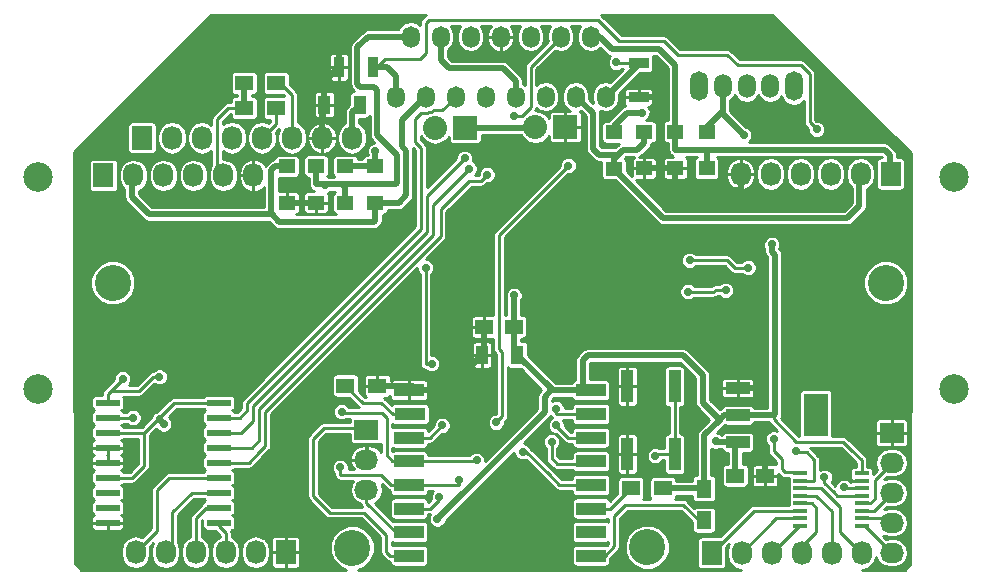
<source format=gbr>
G04 #@! TF.FileFunction,Copper,L1,Top,Signal*
%FSLAX46Y46*%
G04 Gerber Fmt 4.6, Leading zero omitted, Abs format (unit mm)*
G04 Created by KiCad (PCBNEW 4.0.2+e4-6225~38~ubuntu15.10.1-stable) date mié 18 may 2016 16:41:09 CEST*
%MOMM*%
G01*
G04 APERTURE LIST*
%ADD10C,0.100000*%
%ADD11C,3.064000*%
%ADD12C,2.500000*%
%ADD13R,1.727200X2.032000*%
%ADD14O,1.727200X2.032000*%
%ADD15R,2.032000X1.727200*%
%ADD16O,2.032000X1.727200*%
%ADD17R,2.032000X3.657600*%
%ADD18R,2.032000X1.016000*%
%ADD19R,2.500000X1.100000*%
%ADD20R,2.000000X0.600000*%
%ADD21R,1.000000X1.600000*%
%ADD22R,1.000000X2.750000*%
%ADD23O,1.524000X1.824000*%
%ADD24R,0.900000X1.700000*%
%ADD25R,1.700000X0.900000*%
%ADD26R,1.500000X1.250000*%
%ADD27R,1.400000X1.200000*%
%ADD28R,1.500000X1.300000*%
%ADD29R,1.300000X1.500000*%
%ADD30R,1.200000X0.400000*%
%ADD31R,2.032000X2.032000*%
%ADD32O,2.032000X2.032000*%
%ADD33O,1.500000X2.000000*%
%ADD34O,1.500000X2.500000*%
%ADD35C,0.700000*%
%ADD36C,0.500000*%
%ADD37C,0.250000*%
G04 APERTURE END LIST*
D10*
D11*
X102550000Y-85100000D03*
X168000000Y-85100000D03*
D12*
X96250000Y-76125000D03*
X96250000Y-94125000D03*
X173750000Y-94125000D03*
X173750000Y-76125000D03*
D11*
X147802600Y-107467400D03*
X122834400Y-107518200D03*
D13*
X101750000Y-76000000D03*
D14*
X104290000Y-76000000D03*
X106830000Y-76000000D03*
X109370000Y-76000000D03*
X111910000Y-76000000D03*
X114450000Y-76000000D03*
D13*
X168402000Y-75882500D03*
D14*
X165862000Y-75882500D03*
X163322000Y-75882500D03*
X160782000Y-75882500D03*
X158242000Y-75882500D03*
X155702000Y-75882500D03*
D15*
X124028200Y-97536000D03*
D16*
X124028200Y-100076000D03*
X124028200Y-102616000D03*
D17*
X162077400Y-96291400D03*
D18*
X155473400Y-96291400D03*
X155473400Y-98577400D03*
X155473400Y-94005400D03*
D19*
X143041600Y-108204000D03*
X143041600Y-106204000D03*
X143041600Y-104204000D03*
X143041600Y-102204000D03*
X143041600Y-100204000D03*
X143041600Y-98204000D03*
X143041600Y-96204000D03*
X143041600Y-94204000D03*
X127641600Y-94204000D03*
X127741600Y-96204000D03*
X127641600Y-98204000D03*
X127641600Y-100204000D03*
X127641600Y-102204000D03*
X127641600Y-104204000D03*
X127641600Y-106204000D03*
X127641600Y-108204000D03*
D20*
X102107000Y-95250000D03*
X102107000Y-96520000D03*
X102107000Y-97790000D03*
X102107000Y-99060000D03*
X102107000Y-100330000D03*
X102107000Y-101600000D03*
X102107000Y-102870000D03*
X102107000Y-104140000D03*
X102107000Y-105410000D03*
X111507000Y-105410000D03*
X111507000Y-104140000D03*
X111507000Y-102870000D03*
X111507000Y-101600000D03*
X111507000Y-100330000D03*
X111507000Y-99060000D03*
X111507000Y-97790000D03*
X111507000Y-96520000D03*
X111507000Y-95250000D03*
D13*
X117195600Y-107899200D03*
D14*
X114655600Y-107899200D03*
X112115600Y-107899200D03*
X109575600Y-107899200D03*
X107035600Y-107899200D03*
X104495600Y-107899200D03*
D21*
X136805800Y-91211400D03*
X133805800Y-91211400D03*
D22*
X150107400Y-99598200D03*
X150107400Y-93848200D03*
X146107400Y-93848200D03*
X146107400Y-99598200D03*
D23*
X126492000Y-69342000D03*
X127762000Y-64262000D03*
X129032000Y-69342000D03*
X130302000Y-64262000D03*
X131572000Y-69342000D03*
X132842000Y-64262000D03*
X134112000Y-69342000D03*
X135382000Y-64262000D03*
X136652000Y-69342000D03*
X137922000Y-64262000D03*
X139192000Y-69342000D03*
X140462000Y-64262000D03*
X141732000Y-69342000D03*
X143002000Y-64262000D03*
X144272000Y-69342000D03*
D24*
X124614600Y-66827400D03*
X121714600Y-66827400D03*
D25*
X147066000Y-66495000D03*
X147066000Y-69395000D03*
D26*
X133979600Y-88823800D03*
X136479600Y-88823800D03*
D27*
X122224800Y-75234200D03*
X122224800Y-78334200D03*
X119761000Y-75208800D03*
X119761000Y-78308800D03*
X124764800Y-75234200D03*
X124764800Y-78334200D03*
X117297200Y-75234200D03*
X117297200Y-78334200D03*
X144983200Y-72338600D03*
X144983200Y-75438600D03*
X147548600Y-72313200D03*
X147548600Y-75413200D03*
X152831800Y-72313200D03*
X152831800Y-75413200D03*
X150190200Y-72287800D03*
X150190200Y-75387800D03*
D28*
X149101800Y-102489000D03*
X146401800Y-102489000D03*
D29*
X152603200Y-102510600D03*
X152603200Y-105210600D03*
D28*
X122246400Y-93802200D03*
X124946400Y-93802200D03*
D26*
X155264800Y-101422200D03*
X157764800Y-101422200D03*
D21*
X123470800Y-70002400D03*
X120470800Y-70002400D03*
D30*
X160747400Y-101231700D03*
X160747400Y-101866700D03*
X160747400Y-102501700D03*
X160747400Y-103136700D03*
X160747400Y-103771700D03*
X160747400Y-104406700D03*
X160747400Y-105041700D03*
X160747400Y-105676700D03*
X165947400Y-105676700D03*
X165947400Y-105041700D03*
X165947400Y-104406700D03*
X165947400Y-103771700D03*
X165947400Y-103136700D03*
X165947400Y-102501700D03*
X165947400Y-101866700D03*
X165947400Y-101231700D03*
D28*
X116386600Y-68173600D03*
X113686600Y-68173600D03*
X116386600Y-70281800D03*
X113686600Y-70281800D03*
D31*
X140868400Y-71907400D03*
D32*
X138328400Y-71907400D03*
D31*
X132384800Y-71983600D03*
D32*
X129844800Y-71983600D03*
D13*
X153247400Y-107962000D03*
D14*
X155787400Y-107962000D03*
X158327400Y-107962000D03*
X160867400Y-107962000D03*
X163407400Y-107962000D03*
X165947400Y-107962000D03*
D13*
X105029000Y-72821800D03*
D14*
X107569000Y-72821800D03*
X110109000Y-72821800D03*
X112649000Y-72821800D03*
X115189000Y-72821800D03*
X117729000Y-72821800D03*
X120269000Y-72821800D03*
X122809000Y-72821800D03*
D33*
X154210000Y-68453000D03*
X156210000Y-68453000D03*
X158210000Y-68453000D03*
D34*
X160210000Y-68453000D03*
X152210000Y-68453000D03*
D15*
X168500000Y-97800000D03*
D16*
X168500000Y-100340000D03*
X168500000Y-102880000D03*
X168500000Y-105420000D03*
X168500000Y-107960000D03*
D35*
X158350000Y-81850000D03*
X106857800Y-97053400D03*
X130022600Y-105105200D03*
X136525000Y-86156800D03*
X146750000Y-63350000D03*
X125850000Y-63100000D03*
X147574000Y-96647000D03*
X151384000Y-77266800D03*
X119761000Y-67056000D03*
X104648000Y-105664000D03*
X104267000Y-99060000D03*
X164312600Y-101015800D03*
X131826000Y-93116400D03*
X157810200Y-100025200D03*
X157454600Y-93954600D03*
X118262400Y-76809600D03*
X147350000Y-70700000D03*
X153644600Y-98526600D03*
X155981400Y-72593200D03*
X124790200Y-73964800D03*
X120550000Y-76800000D03*
X137250000Y-99400000D03*
X140081000Y-97155000D03*
X151250000Y-85850000D03*
X154432000Y-85725000D03*
X139700000Y-98552000D03*
X156350000Y-83820000D03*
X151384000Y-83185000D03*
X140081000Y-95758000D03*
X131850000Y-101750000D03*
X121793000Y-100711000D03*
X104267000Y-96520000D03*
X164450000Y-102400000D03*
X162800000Y-101550000D03*
X106500000Y-93050000D03*
X121920000Y-96012000D03*
X103378000Y-93218000D03*
X148463000Y-99745800D03*
X133350000Y-100126800D03*
X132334000Y-74549000D03*
X136525000Y-70993000D03*
X134239000Y-75946000D03*
X132715000Y-75438000D03*
X129032000Y-83820000D03*
X129540000Y-91948000D03*
X130429000Y-97155000D03*
X141115500Y-75165500D03*
X135001000Y-96901000D03*
X130175000Y-103251000D03*
X158500000Y-98300000D03*
X162147250Y-72104250D03*
X145161000Y-66421000D03*
X160401000Y-99314000D03*
D36*
X158597600Y-82700000D02*
X158350000Y-82452400D01*
X158350000Y-82452400D02*
X158350000Y-81850000D01*
X158597600Y-82900000D02*
X158597600Y-82700000D01*
D37*
X111404400Y-74200000D02*
X111404400Y-76000000D01*
X111404400Y-76000000D02*
X111910000Y-76000000D01*
D36*
X106426000Y-96621600D02*
X106426000Y-96570800D01*
X106857800Y-97053400D02*
X106426000Y-96621600D01*
D37*
X165947400Y-101231700D02*
X165947400Y-100110600D01*
X113686600Y-70281800D02*
X112344200Y-70281800D01*
X111404400Y-71221600D02*
X111404400Y-74200000D01*
X112344200Y-70281800D02*
X111404400Y-71221600D01*
X102107000Y-101600000D02*
X104190800Y-101600000D01*
X105206800Y-100584000D02*
X105206800Y-97790000D01*
X104190800Y-101600000D02*
X105206800Y-100584000D01*
X102107000Y-97790000D02*
X105206800Y-97790000D01*
X107746800Y-95250000D02*
X111507000Y-95250000D01*
X106426000Y-96570800D02*
X107746800Y-95250000D01*
X105206800Y-97790000D02*
X106426000Y-96570800D01*
D36*
X122809000Y-72821800D02*
X122809000Y-70664200D01*
X122809000Y-70664200D02*
X123470800Y-70002400D01*
X113686600Y-70281800D02*
X113686600Y-68173600D01*
X139115800Y-94742000D02*
X139115800Y-96012000D01*
X139115800Y-96012000D02*
X130022600Y-105105200D01*
X136479600Y-86202200D02*
X136479600Y-88823800D01*
X136525000Y-86156800D02*
X136479600Y-86202200D01*
X158597600Y-89890600D02*
X158597600Y-82900000D01*
X139653800Y-94204000D02*
X139798400Y-94204000D01*
X139115800Y-94742000D02*
X139653800Y-94204000D01*
X142341600Y-94204000D02*
X142341600Y-91643200D01*
X152501600Y-95250000D02*
X153936700Y-96685100D01*
X152501600Y-92913200D02*
X152501600Y-95250000D01*
X150825200Y-91236800D02*
X152501600Y-92913200D01*
X142748000Y-91236800D02*
X150825200Y-91236800D01*
X142341600Y-91643200D02*
X142748000Y-91236800D01*
X155473400Y-96291400D02*
X158496000Y-96291400D01*
X158597600Y-96189800D02*
X158597600Y-89890600D01*
X149101800Y-102489000D02*
X152581600Y-102489000D01*
X152581600Y-102489000D02*
X152603200Y-102510600D01*
X155473400Y-96291400D02*
X154330400Y-96291400D01*
X154330400Y-96291400D02*
X153936700Y-96685100D01*
X152603200Y-98018600D02*
X152603200Y-102510600D01*
X153936700Y-96685100D02*
X152603200Y-98018600D01*
X136479600Y-88823800D02*
X136479600Y-90885200D01*
X136479600Y-90885200D02*
X136805800Y-91211400D01*
X142341600Y-94204000D02*
X139798400Y-94204000D01*
X139798400Y-94204000D02*
X136805800Y-91211400D01*
D37*
X165061900Y-99225100D02*
X164388800Y-98552000D01*
X164388800Y-98552000D02*
X160401000Y-98552000D01*
X165947400Y-100110600D02*
X165061900Y-99225100D01*
X158496000Y-96647000D02*
X158496000Y-96291400D01*
X160401000Y-98552000D02*
X158496000Y-96647000D01*
D36*
X158496000Y-96291400D02*
X158597600Y-96189800D01*
X121714600Y-66827400D02*
X121714600Y-64000000D01*
X125850000Y-63000000D02*
X125850000Y-63100000D01*
X122714600Y-63000000D02*
X125850000Y-63000000D01*
X121714600Y-64000000D02*
X122714600Y-63000000D01*
X147066000Y-69395000D02*
X148450000Y-69395000D01*
X148850000Y-75413200D02*
X148700000Y-75413200D01*
X148850000Y-69795000D02*
X148850000Y-75413200D01*
X148450000Y-69395000D02*
X148850000Y-69795000D01*
X155702000Y-75882500D02*
X155702000Y-77266800D01*
X155600400Y-77266800D02*
X151384000Y-77266800D01*
X155702000Y-77266800D02*
X155600400Y-77266800D01*
D37*
X146107400Y-96647000D02*
X147574000Y-96647000D01*
D36*
X120470800Y-67918500D02*
X119761000Y-67208700D01*
X119761000Y-67208700D02*
X119761000Y-67056000D01*
D37*
X102107000Y-105410000D02*
X104648000Y-105410000D01*
X104648000Y-105410000D02*
X104648000Y-105664000D01*
X102107000Y-99060000D02*
X104267000Y-99060000D01*
X165947400Y-101866700D02*
X165163500Y-101866700D01*
X165163500Y-101866700D02*
X164312600Y-101015800D01*
X146107400Y-99598200D02*
X146107400Y-96647000D01*
X146107400Y-96647000D02*
X146107400Y-93848200D01*
X102107000Y-99060000D02*
X102107000Y-100330000D01*
D36*
X120470800Y-70002400D02*
X120470800Y-67918500D01*
X120470800Y-67918500D02*
X120470800Y-68071200D01*
X120470800Y-68071200D02*
X121714600Y-66827400D01*
X120269000Y-72821800D02*
X120269000Y-70204200D01*
X120269000Y-70204200D02*
X120470800Y-70002400D01*
X131826700Y-93115700D02*
X131901500Y-93115700D01*
X131826000Y-93116400D02*
X131826700Y-93115700D01*
X128341600Y-94204000D02*
X130813200Y-94204000D01*
X130813200Y-94204000D02*
X131901500Y-93115700D01*
X131901500Y-93115700D02*
X133805800Y-91211400D01*
X155473400Y-94005400D02*
X157403800Y-94005400D01*
X157764800Y-100070600D02*
X157764800Y-101422200D01*
X157810200Y-100025200D02*
X157764800Y-100070600D01*
X157403800Y-94005400D02*
X157454600Y-93954600D01*
X118541800Y-78308800D02*
X118541800Y-77089000D01*
X118541800Y-77089000D02*
X118262400Y-76809600D01*
X151384000Y-77266800D02*
X150114000Y-77266800D01*
X150190200Y-77190600D02*
X150190200Y-75387800D01*
X150114000Y-77266800D02*
X150190200Y-77190600D01*
X147548600Y-75413200D02*
X148700000Y-75413200D01*
X148700000Y-75413200D02*
X150164800Y-75413200D01*
X150164800Y-75413200D02*
X150190200Y-75387800D01*
X124946400Y-93802200D02*
X127939800Y-93802200D01*
X127939800Y-93802200D02*
X128341600Y-94204000D01*
X133979600Y-88823800D02*
X133979600Y-91037600D01*
X133979600Y-91037600D02*
X133805800Y-91211400D01*
X119761000Y-78308800D02*
X118541800Y-78308800D01*
X118541800Y-78308800D02*
X117322600Y-78308800D01*
X117322600Y-78308800D02*
X117297200Y-78334200D01*
X146911400Y-69342000D02*
X146939000Y-69369600D01*
X146400000Y-70713600D02*
X147350000Y-70713600D01*
X147350000Y-70713600D02*
X147350000Y-70700000D01*
X154210000Y-68453000D02*
X154210000Y-70821800D01*
X153695400Y-98577400D02*
X155473400Y-98577400D01*
X153644600Y-98526600D02*
X153695400Y-98577400D01*
X154210000Y-70821800D02*
X155981400Y-72593200D01*
X124764800Y-75234200D02*
X124764800Y-73990200D01*
X124764800Y-73990200D02*
X124790200Y-73964800D01*
X144983200Y-72338600D02*
X144983200Y-71780400D01*
X144983200Y-71780400D02*
X146050000Y-70713600D01*
X146050000Y-70713600D02*
X146400000Y-70713600D01*
X152831800Y-72313200D02*
X152831800Y-71932800D01*
X152831800Y-71932800D02*
X154210000Y-70554600D01*
X154210000Y-70554600D02*
X154210000Y-68453000D01*
X136652000Y-69342000D02*
X136652000Y-67995800D01*
X136652000Y-67995800D02*
X135559800Y-66903600D01*
X135559800Y-66903600D02*
X130987800Y-66903600D01*
X130987800Y-66903600D02*
X130302000Y-66217800D01*
X130302000Y-66217800D02*
X130302000Y-64262000D01*
X155264800Y-101422200D02*
X155264800Y-98786000D01*
X155264800Y-98786000D02*
X155473400Y-98577400D01*
X122224800Y-75234200D02*
X124764800Y-75234200D01*
X120550000Y-76800000D02*
X120550000Y-76758800D01*
X120550000Y-76758800D02*
X120550000Y-76800000D01*
X120550000Y-76800000D02*
X120550000Y-76758800D01*
X121920000Y-76758800D02*
X126517400Y-76758800D01*
X124155200Y-64262000D02*
X123266200Y-65151000D01*
X123266200Y-65151000D02*
X123266200Y-68224400D01*
X123266200Y-68224400D02*
X123520200Y-68478400D01*
X123520200Y-68478400D02*
X124637800Y-68478400D01*
X124637800Y-68478400D02*
X124942600Y-68783200D01*
X124942600Y-68783200D02*
X124942600Y-72593200D01*
X124942600Y-72593200D02*
X126619000Y-74269600D01*
X126619000Y-74269600D02*
X126619000Y-76657200D01*
X124155200Y-64262000D02*
X127762000Y-64262000D01*
X126517400Y-76758800D02*
X126619000Y-76657200D01*
X122224800Y-78334200D02*
X122224800Y-77063600D01*
X119761000Y-76708000D02*
X119761000Y-75208800D01*
X119811800Y-76758800D02*
X119761000Y-76708000D01*
X121920000Y-76758800D02*
X120827800Y-76758800D01*
X120827800Y-76758800D02*
X120550000Y-76758800D01*
X120550000Y-76758800D02*
X119811800Y-76758800D01*
X122224800Y-77063600D02*
X121920000Y-76758800D01*
X104140000Y-76000000D02*
X104290000Y-76000000D01*
X104140000Y-77400000D02*
X104140000Y-76000000D01*
X104140000Y-77400000D02*
X104140000Y-77800200D01*
X126746000Y-78334200D02*
X127381000Y-77699200D01*
X127000000Y-71882000D02*
X127076200Y-71882000D01*
X127000000Y-73533000D02*
X127000000Y-71882000D01*
X127381000Y-73914000D02*
X127000000Y-73533000D01*
X127381000Y-77699200D02*
X127381000Y-73914000D01*
X104140000Y-77800200D02*
X105638600Y-79298800D01*
X105638600Y-79298800D02*
X116001800Y-79298800D01*
X129032000Y-69342000D02*
X129006600Y-69342000D01*
X129006600Y-69342000D02*
X127076200Y-71272400D01*
X127076200Y-71272400D02*
X127076200Y-71882000D01*
X126746000Y-78334200D02*
X124764800Y-78334200D01*
X117297200Y-75234200D02*
X116307200Y-75234200D01*
X124764800Y-79832200D02*
X124764800Y-78334200D01*
X124663200Y-79933800D02*
X124764800Y-79832200D01*
X116636800Y-79933800D02*
X124663200Y-79933800D01*
X115976400Y-79273400D02*
X116001800Y-79298800D01*
X116001800Y-79298800D02*
X116636800Y-79933800D01*
X115976400Y-75565000D02*
X115976400Y-79273400D01*
X116307200Y-75234200D02*
X115976400Y-75565000D01*
D37*
X139440500Y-101309500D02*
X137531000Y-99400000D01*
X137531000Y-99400000D02*
X137250000Y-99400000D01*
X140335000Y-102204000D02*
X139440500Y-101309500D01*
X142341600Y-102204000D02*
X140335000Y-102204000D01*
X140081000Y-97188000D02*
X140081000Y-97155000D01*
X141097000Y-98204000D02*
X142341600Y-98204000D01*
X141097000Y-98204000D02*
X140081000Y-97188000D01*
D36*
X152654000Y-73837800D02*
X167894000Y-73837800D01*
X168338500Y-74282300D02*
X168338500Y-75882500D01*
X167894000Y-73837800D02*
X168338500Y-74282300D01*
X168338500Y-75882500D02*
X168402000Y-75882500D01*
X150190200Y-69977000D02*
X150190200Y-66675000D01*
X144780000Y-65278000D02*
X143764000Y-64262000D01*
X148793200Y-65278000D02*
X144780000Y-65278000D01*
X150190200Y-66675000D02*
X148793200Y-65278000D01*
X143764000Y-64262000D02*
X143002000Y-64262000D01*
X150190200Y-72287800D02*
X150190200Y-69977000D01*
X150190200Y-72287800D02*
X150190200Y-73812400D01*
X152831800Y-74015600D02*
X152831800Y-75413200D01*
X152654000Y-73837800D02*
X152831800Y-74015600D01*
X150215600Y-73837800D02*
X152654000Y-73837800D01*
X150190200Y-73812400D02*
X150215600Y-73837800D01*
X165760400Y-75882500D02*
X165760400Y-77266800D01*
X165760400Y-78587600D02*
X164744400Y-79603600D01*
X164744400Y-79603600D02*
X149148200Y-79603600D01*
X149148200Y-79603600D02*
X144983200Y-75438600D01*
X165760400Y-77266800D02*
X165760400Y-78587600D01*
X165760400Y-75882500D02*
X165862000Y-75882500D01*
X141732000Y-69342000D02*
X141808200Y-69342000D01*
X141808200Y-69342000D02*
X143205200Y-70739000D01*
X143205200Y-70739000D02*
X143205200Y-73736200D01*
X143205200Y-73736200D02*
X143713200Y-74244200D01*
X143713200Y-74244200D02*
X145338800Y-74244200D01*
X144983200Y-75438600D02*
X144983200Y-74599800D01*
X144983200Y-74599800D02*
X145338800Y-74244200D01*
X147548600Y-73228200D02*
X147548600Y-72313200D01*
X146939000Y-73837800D02*
X147548600Y-73228200D01*
X145745200Y-73837800D02*
X146939000Y-73837800D01*
X145338800Y-74244200D02*
X145745200Y-73837800D01*
D37*
X153543000Y-85725000D02*
X153670000Y-85725000D01*
X153416000Y-85852000D02*
X153543000Y-85725000D01*
X151250000Y-85850000D02*
X153416000Y-85852000D01*
X154432000Y-85725000D02*
X153670000Y-85725000D01*
X140200000Y-100457000D02*
X142341600Y-100457000D01*
X139700000Y-98552000D02*
X139700000Y-99957000D01*
X139700000Y-99957000D02*
X140200000Y-100457000D01*
X142341600Y-100457000D02*
X142341600Y-100204000D01*
X154559000Y-83185000D02*
X155194000Y-83820000D01*
X155194000Y-83820000D02*
X156350000Y-83820000D01*
X142341600Y-96204000D02*
X140081000Y-96204000D01*
X151384000Y-83185000D02*
X154559000Y-83185000D01*
X140081000Y-96204000D02*
X140081000Y-95758000D01*
X160747400Y-104406700D02*
X156802700Y-104406700D01*
X156802700Y-104406700D02*
X153247400Y-107962000D01*
X160747400Y-105041700D02*
X158707700Y-105041700D01*
X158707700Y-105041700D02*
X155787400Y-107962000D01*
X160747400Y-105676700D02*
X160612700Y-105676700D01*
X160612700Y-105676700D02*
X158327400Y-107962000D01*
X160867400Y-107962000D02*
X160867400Y-107407400D01*
X160867400Y-107407400D02*
X162102800Y-106172000D01*
X162102800Y-106172000D02*
X162102800Y-104165400D01*
X162102800Y-104165400D02*
X161709100Y-103771700D01*
X161709100Y-103771700D02*
X160747400Y-103771700D01*
X163407400Y-107962000D02*
X163407400Y-104454000D01*
X162090100Y-103136700D02*
X160747400Y-103136700D01*
X163407400Y-104454000D02*
X162090100Y-103136700D01*
X165947400Y-107962000D02*
X165874000Y-107962000D01*
X165874000Y-107962000D02*
X164084000Y-106172000D01*
X164084000Y-106172000D02*
X164084000Y-104038400D01*
X164084000Y-104038400D02*
X162547300Y-102501700D01*
X162547300Y-102501700D02*
X160747400Y-102501700D01*
X123063000Y-104546400D02*
X120904000Y-104546400D01*
X120396000Y-97409000D02*
X124028200Y-97409000D01*
X119507000Y-98298000D02*
X120396000Y-97409000D01*
X119507000Y-103149400D02*
X119507000Y-98298000D01*
X120904000Y-104546400D02*
X119507000Y-103149400D01*
X124028200Y-97409000D02*
X124028200Y-97536000D01*
X124028200Y-97536000D02*
X123317000Y-97536000D01*
X123063000Y-104546400D02*
X123799600Y-104546400D01*
X123799600Y-104546400D02*
X125704600Y-106451400D01*
X125704600Y-106451400D02*
X125704600Y-107899200D01*
X125704600Y-107899200D02*
X126009400Y-108204000D01*
X126009400Y-108204000D02*
X128341600Y-108204000D01*
X128341600Y-106204000D02*
X126498600Y-106204000D01*
X126498600Y-106204000D02*
X124028200Y-103733600D01*
X124028200Y-103733600D02*
X124028200Y-102616000D01*
X129750000Y-102204000D02*
X131850000Y-102204000D01*
X131850000Y-102204000D02*
X131850000Y-101750000D01*
X123571000Y-101346000D02*
X121793000Y-101346000D01*
X121793000Y-101346000D02*
X121793000Y-100711000D01*
X128341600Y-102204000D02*
X126111000Y-102204000D01*
X125253000Y-101346000D02*
X123571000Y-101346000D01*
X126111000Y-102204000D02*
X125253000Y-101346000D01*
X104267000Y-96520000D02*
X102107000Y-96520000D01*
X165947400Y-102501700D02*
X164350700Y-102501700D01*
X164350700Y-102501700D02*
X164450000Y-102400000D01*
X129750000Y-102204000D02*
X128341600Y-102204000D01*
X116386600Y-70281800D02*
X116386600Y-71624200D01*
X116386600Y-71624200D02*
X115189000Y-72821800D01*
X163603400Y-102846600D02*
X162800000Y-102043200D01*
X162800000Y-102043200D02*
X162800000Y-101550000D01*
X104150000Y-94234000D02*
X102362000Y-94234000D01*
X105959000Y-93050000D02*
X106500000Y-93050000D01*
X104775000Y-94234000D02*
X105959000Y-93050000D01*
X104150000Y-94234000D02*
X104775000Y-94234000D01*
X126230000Y-100204000D02*
X125730000Y-99704000D01*
X125730000Y-99704000D02*
X125730000Y-96520000D01*
X125730000Y-96520000D02*
X125349000Y-96139000D01*
X125349000Y-96139000D02*
X121920000Y-96139000D01*
X128341600Y-100204000D02*
X126230000Y-100204000D01*
X121920000Y-96139000D02*
X121920000Y-96012000D01*
X103378000Y-93218000D02*
X102362000Y-94234000D01*
X102107000Y-94489000D02*
X102107000Y-95250000D01*
X102362000Y-94234000D02*
X102107000Y-94489000D01*
X163893500Y-103136700D02*
X163603400Y-102846600D01*
X165947400Y-103136700D02*
X163893500Y-103136700D01*
X128341600Y-100204000D02*
X133272800Y-100204000D01*
X148610600Y-99598200D02*
X150107400Y-99598200D01*
X148463000Y-99745800D02*
X148610600Y-99598200D01*
X133272800Y-100204000D02*
X133350000Y-100126800D01*
X116386600Y-68173600D02*
X116713000Y-68173600D01*
X116713000Y-68173600D02*
X117729000Y-69189600D01*
X117729000Y-69189600D02*
X117729000Y-72821800D01*
X150107400Y-99598200D02*
X150107400Y-93848200D01*
X142341600Y-104204000D02*
X144686800Y-104204000D01*
X144686800Y-104204000D02*
X146401800Y-102489000D01*
X152603200Y-105210600D02*
X152175200Y-105210600D01*
X152175200Y-105210600D02*
X150850600Y-103886000D01*
X150850600Y-103886000D02*
X145923000Y-103886000D01*
X145923000Y-103886000D02*
X145008600Y-104800400D01*
X145008600Y-104800400D02*
X145008600Y-107391200D01*
X145008600Y-107391200D02*
X144195800Y-108204000D01*
X144195800Y-108204000D02*
X142341600Y-108204000D01*
X113284000Y-96520000D02*
X113919000Y-95885000D01*
X128143000Y-73152000D02*
X128143000Y-72898000D01*
X128651000Y-73660000D02*
X128143000Y-73152000D01*
X128651000Y-80518000D02*
X128651000Y-73660000D01*
X113919000Y-95250000D02*
X128651000Y-80518000D01*
X113919000Y-95885000D02*
X113919000Y-95250000D01*
X111507000Y-96520000D02*
X113284000Y-96520000D01*
X130429000Y-70485000D02*
X129667000Y-70485000D01*
X129667000Y-70485000D02*
X129540000Y-70612000D01*
X129540000Y-70612000D02*
X129286000Y-70612000D01*
X129286000Y-70612000D02*
X129159000Y-70739000D01*
X129159000Y-70739000D02*
X128651000Y-70739000D01*
X128651000Y-70739000D02*
X128143000Y-71247000D01*
X128143000Y-71247000D02*
X128143000Y-72898000D01*
X130429000Y-70485000D02*
X131572000Y-69342000D01*
X111507000Y-97790000D02*
X113411000Y-97790000D01*
X113411000Y-97790000D02*
X114427000Y-96774000D01*
X132334000Y-74549000D02*
X129159000Y-77724000D01*
X129159000Y-77724000D02*
X129159000Y-80772000D01*
X129159000Y-80772000D02*
X114427000Y-95504000D01*
X114427000Y-95504000D02*
X114427000Y-96774000D01*
X114935000Y-99441000D02*
X115443000Y-98933000D01*
X115443000Y-98933000D02*
X115443000Y-98679000D01*
X111507000Y-100330000D02*
X113538000Y-100330000D01*
X114046000Y-100330000D02*
X114935000Y-99441000D01*
X113792000Y-100330000D02*
X114046000Y-100330000D01*
X113538000Y-100330000D02*
X113792000Y-100330000D01*
X115443000Y-96012000D02*
X115443000Y-98679000D01*
X130302000Y-81153000D02*
X115443000Y-96012000D01*
X130302000Y-78867000D02*
X130302000Y-81153000D01*
X132715000Y-76454000D02*
X130302000Y-78867000D01*
X133731000Y-76454000D02*
X132715000Y-76454000D01*
X134239000Y-75946000D02*
X133731000Y-76454000D01*
X140462000Y-64262000D02*
X137922000Y-66802000D01*
X137160000Y-70993000D02*
X136525000Y-70993000D01*
X137414000Y-70739000D02*
X137160000Y-70993000D01*
X137668000Y-70485000D02*
X137414000Y-70739000D01*
X137922000Y-70231000D02*
X137668000Y-70485000D01*
X137922000Y-66802000D02*
X137922000Y-70231000D01*
X111507000Y-99060000D02*
X114300000Y-99060000D01*
X114927000Y-98433000D02*
X114935000Y-98433000D01*
X114300000Y-99060000D02*
X114927000Y-98433000D01*
X114935000Y-95758000D02*
X114935000Y-98433000D01*
X129667000Y-81026000D02*
X114935000Y-95758000D01*
X129667000Y-78486000D02*
X129667000Y-81026000D01*
X132715000Y-75438000D02*
X129667000Y-78486000D01*
X129380000Y-98204000D02*
X128341600Y-98204000D01*
X129032000Y-83820000D02*
X129032000Y-91948000D01*
X129032000Y-91948000D02*
X129540000Y-91948000D01*
X130429000Y-97155000D02*
X129380000Y-98204000D01*
X140462000Y-75819000D02*
X141115500Y-75165500D01*
X135509000Y-92075000D02*
X135509000Y-90932000D01*
X135509000Y-90932000D02*
X135255000Y-90678000D01*
X135255000Y-90678000D02*
X135255000Y-81026000D01*
X135509000Y-96393000D02*
X135509000Y-92075000D01*
X135255000Y-81026000D02*
X140462000Y-75819000D01*
X128341600Y-104204000D02*
X129413000Y-104204000D01*
X135001000Y-96901000D02*
X135509000Y-96393000D01*
X130175000Y-103442000D02*
X130175000Y-103251000D01*
X129413000Y-104204000D02*
X130175000Y-103442000D01*
X112115600Y-107899200D02*
X112115600Y-106299000D01*
X112115600Y-106299000D02*
X111507000Y-105690400D01*
X111507000Y-105690400D02*
X111507000Y-105410000D01*
X109575600Y-107899200D02*
X109575600Y-105029000D01*
X110464600Y-104140000D02*
X111507000Y-104140000D01*
X109575600Y-105029000D02*
X110464600Y-104140000D01*
X111507000Y-102870000D02*
X109220000Y-102870000D01*
X107569000Y-104521000D02*
X107569000Y-107899200D01*
X109220000Y-102870000D02*
X107569000Y-104521000D01*
X107569000Y-107899200D02*
X107035600Y-107899200D01*
X104495600Y-107899200D02*
X106299000Y-106095800D01*
X107315000Y-101600000D02*
X111507000Y-101600000D01*
X107061000Y-101854000D02*
X107315000Y-101600000D01*
X106299000Y-102616000D02*
X107061000Y-101854000D01*
X106299000Y-106095800D02*
X106299000Y-102616000D01*
X128341600Y-96204000D02*
X126238000Y-96204000D01*
X125284000Y-95250000D02*
X124587000Y-95250000D01*
X126238000Y-96204000D02*
X125284000Y-95250000D01*
X123694200Y-95250000D02*
X122246400Y-93802200D01*
X124587000Y-95250000D02*
X123694200Y-95250000D01*
X158500000Y-98300000D02*
X158500000Y-99350000D01*
X158500000Y-99350000D02*
X159200000Y-100050000D01*
X159200000Y-100050000D02*
X159200000Y-100850000D01*
X159200000Y-100850000D02*
X159500000Y-101150000D01*
X159500000Y-101150000D02*
X160747400Y-101150000D01*
X160747400Y-101150000D02*
X160747400Y-101231700D01*
X162147250Y-72104250D02*
X161544000Y-71501000D01*
X145415000Y-64643000D02*
X143637000Y-62865000D01*
X149225000Y-64643000D02*
X145415000Y-64643000D01*
X150368000Y-65786000D02*
X149225000Y-64643000D01*
X154559000Y-65786000D02*
X150368000Y-65786000D01*
X155448000Y-66675000D02*
X154559000Y-65786000D01*
X160782000Y-66675000D02*
X155448000Y-66675000D01*
X161544000Y-67437000D02*
X160782000Y-66675000D01*
X161544000Y-71501000D02*
X161544000Y-67437000D01*
X125603000Y-66167000D02*
X128524000Y-66167000D01*
X125603000Y-66167000D02*
X124942600Y-66827400D01*
X128524000Y-66167000D02*
X129032000Y-65659000D01*
X129032000Y-65659000D02*
X129032000Y-63119000D01*
X129032000Y-63119000D02*
X129286000Y-62865000D01*
X129286000Y-62865000D02*
X143637000Y-62865000D01*
X124942600Y-66827400D02*
X124614600Y-66827400D01*
D36*
X124614600Y-66827400D02*
X125730000Y-66827400D01*
X126492000Y-67589400D02*
X126492000Y-69342000D01*
X125730000Y-66827400D02*
X126492000Y-67589400D01*
D37*
X145161000Y-66495000D02*
X145161000Y-66421000D01*
X147066000Y-66495000D02*
X145161000Y-66495000D01*
D36*
X144272000Y-69342000D02*
X147066000Y-66548000D01*
X147066000Y-66548000D02*
X147066000Y-66495000D01*
D37*
X160747400Y-101866700D02*
X161925000Y-101866700D01*
X160401000Y-99441000D02*
X160401000Y-99314000D01*
X161290000Y-99441000D02*
X160401000Y-99441000D01*
X161925000Y-100076000D02*
X161290000Y-99441000D01*
X161925000Y-101866700D02*
X161925000Y-100076000D01*
X167081200Y-101803200D02*
X168529000Y-100355400D01*
X167081200Y-103378000D02*
X167081200Y-101803200D01*
X166687500Y-103771700D02*
X167081200Y-103378000D01*
X165947400Y-103771700D02*
X166687500Y-103771700D01*
X167017700Y-104406700D02*
X168529000Y-102895400D01*
X165947400Y-104406700D02*
X167017700Y-104406700D01*
X168135300Y-105041700D02*
X168529000Y-105435400D01*
X165947400Y-105041700D02*
X168135300Y-105041700D01*
D36*
X132384800Y-71983600D02*
X138252200Y-71983600D01*
X138252200Y-71983600D02*
X138328400Y-71907400D01*
D37*
X165947400Y-105676700D02*
X166230300Y-105676700D01*
X166230300Y-105676700D02*
X168529000Y-107975400D01*
G36*
X128932446Y-62511447D02*
X128678447Y-62765447D01*
X128570060Y-62927658D01*
X128532000Y-63119000D01*
X128532000Y-63260101D01*
X128197111Y-63036335D01*
X127762000Y-62949786D01*
X127326889Y-63036335D01*
X126958020Y-63282806D01*
X126721355Y-63637000D01*
X124155200Y-63637000D01*
X123916023Y-63684575D01*
X123713258Y-63820058D01*
X122824258Y-64709058D01*
X122688775Y-64911823D01*
X122641200Y-65151000D01*
X122641200Y-68224400D01*
X122688775Y-68463577D01*
X122824258Y-68666342D01*
X122977970Y-68820054D01*
X122970800Y-68820054D01*
X122831834Y-68846202D01*
X122704201Y-68928331D01*
X122618577Y-69053646D01*
X122588454Y-69202400D01*
X122588454Y-70000862D01*
X122367058Y-70222258D01*
X122231575Y-70425023D01*
X122184000Y-70664200D01*
X122184000Y-71598733D01*
X121933178Y-71766327D01*
X121664683Y-72168157D01*
X121570400Y-72642149D01*
X121570400Y-73001451D01*
X121664683Y-73475443D01*
X121933178Y-73877273D01*
X122335008Y-74145768D01*
X122809000Y-74240051D01*
X123282992Y-74145768D01*
X123684822Y-73877273D01*
X123953317Y-73475443D01*
X124047600Y-73001451D01*
X124047600Y-72642149D01*
X123953317Y-72168157D01*
X123684822Y-71766327D01*
X123434000Y-71598733D01*
X123434000Y-71184746D01*
X123970800Y-71184746D01*
X124109766Y-71158598D01*
X124237399Y-71076469D01*
X124317600Y-70959091D01*
X124317600Y-72593200D01*
X124365175Y-72832377D01*
X124500658Y-73035142D01*
X124705241Y-73239725D01*
X124646621Y-73239674D01*
X124380057Y-73349816D01*
X124175933Y-73553584D01*
X124065326Y-73819956D01*
X124065074Y-74108379D01*
X124124357Y-74251854D01*
X124064800Y-74251854D01*
X123925834Y-74278002D01*
X123798201Y-74360131D01*
X123712577Y-74485446D01*
X123687517Y-74609200D01*
X123302442Y-74609200D01*
X123280998Y-74495234D01*
X123198869Y-74367601D01*
X123073554Y-74281977D01*
X122924800Y-74251854D01*
X121524800Y-74251854D01*
X121385834Y-74278002D01*
X121258201Y-74360131D01*
X121172577Y-74485446D01*
X121142454Y-74634200D01*
X121142454Y-75834200D01*
X121168602Y-75973166D01*
X121250731Y-76100799D01*
X121299030Y-76133800D01*
X120836147Y-76133800D01*
X120722066Y-76086429D01*
X120727599Y-76082869D01*
X120813223Y-75957554D01*
X120843346Y-75808800D01*
X120843346Y-74608800D01*
X120817198Y-74469834D01*
X120735069Y-74342201D01*
X120609754Y-74256577D01*
X120461000Y-74226454D01*
X119061000Y-74226454D01*
X118922034Y-74252602D01*
X118794401Y-74334731D01*
X118708777Y-74460046D01*
X118678654Y-74608800D01*
X118678654Y-75808800D01*
X118704802Y-75947766D01*
X118786931Y-76075399D01*
X118912246Y-76161023D01*
X119061000Y-76191146D01*
X119136000Y-76191146D01*
X119136000Y-76708000D01*
X119183575Y-76947177D01*
X119319058Y-77149942D01*
X119369858Y-77200742D01*
X119568994Y-77333800D01*
X118986408Y-77333800D01*
X118848579Y-77390890D01*
X118743090Y-77496380D01*
X118686000Y-77634208D01*
X118686000Y-78213050D01*
X118779750Y-78306800D01*
X119759000Y-78306800D01*
X119759000Y-78286800D01*
X119763000Y-78286800D01*
X119763000Y-78306800D01*
X120742250Y-78306800D01*
X120836000Y-78213050D01*
X120836000Y-77634208D01*
X120778910Y-77496380D01*
X120774302Y-77491772D01*
X120960143Y-77414984D01*
X120991381Y-77383800D01*
X121376824Y-77383800D01*
X121258201Y-77460131D01*
X121172577Y-77585446D01*
X121142454Y-77734200D01*
X121142454Y-78934200D01*
X121168602Y-79073166D01*
X121250731Y-79200799D01*
X121376046Y-79286423D01*
X121486549Y-79308800D01*
X118072758Y-79308800D01*
X118209621Y-79252110D01*
X118315110Y-79146620D01*
X118372200Y-79008792D01*
X118372200Y-78429950D01*
X118346800Y-78404550D01*
X118686000Y-78404550D01*
X118686000Y-78983392D01*
X118743090Y-79121220D01*
X118848579Y-79226710D01*
X118986408Y-79283800D01*
X119665250Y-79283800D01*
X119759000Y-79190050D01*
X119759000Y-78310800D01*
X119763000Y-78310800D01*
X119763000Y-79190050D01*
X119856750Y-79283800D01*
X120535592Y-79283800D01*
X120673421Y-79226710D01*
X120778910Y-79121220D01*
X120836000Y-78983392D01*
X120836000Y-78404550D01*
X120742250Y-78310800D01*
X119763000Y-78310800D01*
X119759000Y-78310800D01*
X118779750Y-78310800D01*
X118686000Y-78404550D01*
X118346800Y-78404550D01*
X118278450Y-78336200D01*
X117299200Y-78336200D01*
X117299200Y-78356200D01*
X117295200Y-78356200D01*
X117295200Y-78336200D01*
X117275200Y-78336200D01*
X117275200Y-78332200D01*
X117295200Y-78332200D01*
X117295200Y-77452950D01*
X117299200Y-77452950D01*
X117299200Y-78332200D01*
X118278450Y-78332200D01*
X118372200Y-78238450D01*
X118372200Y-77659608D01*
X118315110Y-77521780D01*
X118209621Y-77416290D01*
X118071792Y-77359200D01*
X117392950Y-77359200D01*
X117299200Y-77452950D01*
X117295200Y-77452950D01*
X117201450Y-77359200D01*
X116601400Y-77359200D01*
X116601400Y-76216546D01*
X117997200Y-76216546D01*
X118136166Y-76190398D01*
X118263799Y-76108269D01*
X118349423Y-75982954D01*
X118379546Y-75834200D01*
X118379546Y-74634200D01*
X118353398Y-74495234D01*
X118271269Y-74367601D01*
X118145954Y-74281977D01*
X117997200Y-74251854D01*
X116597200Y-74251854D01*
X116458234Y-74278002D01*
X116330601Y-74360131D01*
X116244977Y-74485446D01*
X116216253Y-74627290D01*
X116068023Y-74656775D01*
X115865258Y-74792258D01*
X115534458Y-75123058D01*
X115480719Y-75203484D01*
X115324409Y-74970364D01*
X114922145Y-74702518D01*
X114645735Y-74624564D01*
X114452000Y-74702752D01*
X114452000Y-75998000D01*
X114472000Y-75998000D01*
X114472000Y-76002000D01*
X114452000Y-76002000D01*
X114452000Y-77297248D01*
X114645735Y-77375436D01*
X114922145Y-77297482D01*
X115324409Y-77029636D01*
X115351400Y-76989382D01*
X115351400Y-78673800D01*
X105897483Y-78673800D01*
X104765000Y-77541316D01*
X104765000Y-77323294D01*
X105165822Y-77055473D01*
X105434317Y-76653643D01*
X105528600Y-76179651D01*
X105528600Y-75820349D01*
X105591400Y-75820349D01*
X105591400Y-76179651D01*
X105685683Y-76653643D01*
X105954178Y-77055473D01*
X106356008Y-77323968D01*
X106830000Y-77418251D01*
X107303992Y-77323968D01*
X107705822Y-77055473D01*
X107974317Y-76653643D01*
X108068600Y-76179651D01*
X108068600Y-75820349D01*
X108131400Y-75820349D01*
X108131400Y-76179651D01*
X108225683Y-76653643D01*
X108494178Y-77055473D01*
X108896008Y-77323968D01*
X109370000Y-77418251D01*
X109843992Y-77323968D01*
X110245822Y-77055473D01*
X110514317Y-76653643D01*
X110608600Y-76179651D01*
X110608600Y-75820349D01*
X110514317Y-75346357D01*
X110245822Y-74944527D01*
X109843992Y-74676032D01*
X109370000Y-74581749D01*
X108896008Y-74676032D01*
X108494178Y-74944527D01*
X108225683Y-75346357D01*
X108131400Y-75820349D01*
X108068600Y-75820349D01*
X107974317Y-75346357D01*
X107705822Y-74944527D01*
X107303992Y-74676032D01*
X106830000Y-74581749D01*
X106356008Y-74676032D01*
X105954178Y-74944527D01*
X105685683Y-75346357D01*
X105591400Y-75820349D01*
X105528600Y-75820349D01*
X105434317Y-75346357D01*
X105165822Y-74944527D01*
X104763992Y-74676032D01*
X104290000Y-74581749D01*
X103816008Y-74676032D01*
X103414178Y-74944527D01*
X103145683Y-75346357D01*
X103051400Y-75820349D01*
X103051400Y-76179651D01*
X103145683Y-76653643D01*
X103414178Y-77055473D01*
X103515000Y-77122840D01*
X103515000Y-77800200D01*
X103562575Y-78039377D01*
X103698058Y-78242142D01*
X105196656Y-79740739D01*
X105196658Y-79740742D01*
X105399423Y-79876225D01*
X105638600Y-79923800D01*
X115742916Y-79923800D01*
X116194856Y-80375739D01*
X116194858Y-80375742D01*
X116245568Y-80409625D01*
X116397623Y-80511225D01*
X116636800Y-80558801D01*
X116636805Y-80558800D01*
X124663200Y-80558800D01*
X124902377Y-80511225D01*
X125105142Y-80375742D01*
X125206742Y-80274142D01*
X125342225Y-80071378D01*
X125389800Y-79832200D01*
X125389800Y-79316546D01*
X125464800Y-79316546D01*
X125603766Y-79290398D01*
X125731399Y-79208269D01*
X125817023Y-79082954D01*
X125842083Y-78959200D01*
X126746000Y-78959200D01*
X126985177Y-78911625D01*
X127187942Y-78776142D01*
X127822939Y-78141144D01*
X127822942Y-78141142D01*
X127958425Y-77938377D01*
X127977607Y-77841942D01*
X128006001Y-77699200D01*
X128006000Y-77699195D01*
X128006000Y-73914000D01*
X127984443Y-73805625D01*
X127958425Y-73674822D01*
X127957840Y-73673946D01*
X128151000Y-73867107D01*
X128151000Y-80310893D01*
X113565448Y-94896446D01*
X113565447Y-94896447D01*
X113457060Y-95058658D01*
X113419000Y-95250000D01*
X113419000Y-95677893D01*
X113076894Y-96020000D01*
X112823924Y-96020000D01*
X112781069Y-95953401D01*
X112679966Y-95884320D01*
X112773599Y-95824069D01*
X112859223Y-95698754D01*
X112889346Y-95550000D01*
X112889346Y-94950000D01*
X112863198Y-94811034D01*
X112781069Y-94683401D01*
X112655754Y-94597777D01*
X112507000Y-94567654D01*
X110507000Y-94567654D01*
X110368034Y-94593802D01*
X110240401Y-94675931D01*
X110189792Y-94750000D01*
X107746800Y-94750000D01*
X107555458Y-94788060D01*
X107393246Y-94896447D01*
X106323507Y-95966187D01*
X106186823Y-95993375D01*
X105984058Y-96128858D01*
X105848575Y-96331623D01*
X105821387Y-96468306D01*
X104999694Y-97290000D01*
X103423924Y-97290000D01*
X103381069Y-97223401D01*
X103279966Y-97154320D01*
X103373599Y-97094069D01*
X103424208Y-97020000D01*
X103741716Y-97020000D01*
X103855784Y-97134267D01*
X104122156Y-97244874D01*
X104410579Y-97245126D01*
X104677143Y-97134984D01*
X104881267Y-96931216D01*
X104991874Y-96664844D01*
X104992126Y-96376421D01*
X104881984Y-96109857D01*
X104678216Y-95905733D01*
X104411844Y-95795126D01*
X104123421Y-95794874D01*
X103856857Y-95905016D01*
X103741672Y-96020000D01*
X103423924Y-96020000D01*
X103381069Y-95953401D01*
X103279966Y-95884320D01*
X103373599Y-95824069D01*
X103459223Y-95698754D01*
X103489346Y-95550000D01*
X103489346Y-94950000D01*
X103463198Y-94811034D01*
X103413628Y-94734000D01*
X104775000Y-94734000D01*
X104966342Y-94695940D01*
X105128553Y-94587553D01*
X106070328Y-93645778D01*
X106088784Y-93664267D01*
X106355156Y-93774874D01*
X106643579Y-93775126D01*
X106910143Y-93664984D01*
X107114267Y-93461216D01*
X107224874Y-93194844D01*
X107225126Y-92906421D01*
X107114984Y-92639857D01*
X106911216Y-92435733D01*
X106644844Y-92325126D01*
X106356421Y-92324874D01*
X106089857Y-92435016D01*
X105974672Y-92550000D01*
X105959000Y-92550000D01*
X105767658Y-92588060D01*
X105605447Y-92696447D01*
X104567894Y-93734000D01*
X103887300Y-93734000D01*
X103992267Y-93629216D01*
X104102874Y-93362844D01*
X104103126Y-93074421D01*
X103992984Y-92807857D01*
X103789216Y-92603733D01*
X103522844Y-92493126D01*
X103234421Y-92492874D01*
X102967857Y-92603016D01*
X102763733Y-92806784D01*
X102653126Y-93073156D01*
X102652984Y-93235910D01*
X102008449Y-93880445D01*
X102008446Y-93880447D01*
X101753447Y-94135447D01*
X101645060Y-94297658D01*
X101607000Y-94489000D01*
X101607000Y-94567654D01*
X101107000Y-94567654D01*
X100968034Y-94593802D01*
X100840401Y-94675931D01*
X100754777Y-94801246D01*
X100724654Y-94950000D01*
X100724654Y-95550000D01*
X100750802Y-95688966D01*
X100832931Y-95816599D01*
X100934034Y-95885680D01*
X100840401Y-95945931D01*
X100754777Y-96071246D01*
X100724654Y-96220000D01*
X100724654Y-96820000D01*
X100750802Y-96958966D01*
X100832931Y-97086599D01*
X100934034Y-97155680D01*
X100840401Y-97215931D01*
X100754777Y-97341246D01*
X100724654Y-97490000D01*
X100724654Y-98090000D01*
X100750802Y-98228966D01*
X100832931Y-98356599D01*
X100934096Y-98425722D01*
X100894580Y-98442090D01*
X100789090Y-98547579D01*
X100732000Y-98685408D01*
X100732000Y-98964250D01*
X100825750Y-99058000D01*
X102105000Y-99058000D01*
X102105000Y-99038000D01*
X102109000Y-99038000D01*
X102109000Y-99058000D01*
X103388250Y-99058000D01*
X103482000Y-98964250D01*
X103482000Y-98685408D01*
X103424910Y-98547579D01*
X103319420Y-98442090D01*
X103278616Y-98425188D01*
X103373599Y-98364069D01*
X103424208Y-98290000D01*
X104706800Y-98290000D01*
X104706800Y-100376894D01*
X103983694Y-101100000D01*
X103423924Y-101100000D01*
X103381069Y-101033401D01*
X103279904Y-100964278D01*
X103319420Y-100947910D01*
X103424910Y-100842421D01*
X103482000Y-100704592D01*
X103482000Y-100425750D01*
X103388250Y-100332000D01*
X102109000Y-100332000D01*
X102109000Y-100352000D01*
X102105000Y-100352000D01*
X102105000Y-100332000D01*
X100825750Y-100332000D01*
X100732000Y-100425750D01*
X100732000Y-100704592D01*
X100789090Y-100842421D01*
X100894580Y-100947910D01*
X100935384Y-100964812D01*
X100840401Y-101025931D01*
X100754777Y-101151246D01*
X100724654Y-101300000D01*
X100724654Y-101900000D01*
X100750802Y-102038966D01*
X100832931Y-102166599D01*
X100934034Y-102235680D01*
X100840401Y-102295931D01*
X100754777Y-102421246D01*
X100724654Y-102570000D01*
X100724654Y-103170000D01*
X100750802Y-103308966D01*
X100832931Y-103436599D01*
X100934034Y-103505680D01*
X100840401Y-103565931D01*
X100754777Y-103691246D01*
X100724654Y-103840000D01*
X100724654Y-104440000D01*
X100750802Y-104578966D01*
X100832931Y-104706599D01*
X100934096Y-104775722D01*
X100894580Y-104792090D01*
X100789090Y-104897579D01*
X100732000Y-105035408D01*
X100732000Y-105314250D01*
X100825750Y-105408000D01*
X102105000Y-105408000D01*
X102105000Y-105388000D01*
X102109000Y-105388000D01*
X102109000Y-105408000D01*
X103388250Y-105408000D01*
X103482000Y-105314250D01*
X103482000Y-105035408D01*
X103424910Y-104897579D01*
X103319420Y-104792090D01*
X103278616Y-104775188D01*
X103373599Y-104714069D01*
X103459223Y-104588754D01*
X103489346Y-104440000D01*
X103489346Y-103840000D01*
X103463198Y-103701034D01*
X103381069Y-103573401D01*
X103279966Y-103504320D01*
X103373599Y-103444069D01*
X103459223Y-103318754D01*
X103489346Y-103170000D01*
X103489346Y-102570000D01*
X103463198Y-102431034D01*
X103381069Y-102303401D01*
X103279966Y-102234320D01*
X103373599Y-102174069D01*
X103424208Y-102100000D01*
X104190800Y-102100000D01*
X104382142Y-102061940D01*
X104544353Y-101953553D01*
X105560353Y-100937553D01*
X105668740Y-100775342D01*
X105675415Y-100741784D01*
X105706800Y-100584000D01*
X105706800Y-97997106D01*
X106242099Y-97461808D01*
X106242816Y-97463543D01*
X106446584Y-97667667D01*
X106712956Y-97778274D01*
X107001379Y-97778526D01*
X107267943Y-97668384D01*
X107472067Y-97464616D01*
X107582674Y-97198244D01*
X107582926Y-96909821D01*
X107472784Y-96643257D01*
X107269016Y-96439133D01*
X107266018Y-96437888D01*
X107953907Y-95750000D01*
X110190076Y-95750000D01*
X110232931Y-95816599D01*
X110334034Y-95885680D01*
X110240401Y-95945931D01*
X110154777Y-96071246D01*
X110124654Y-96220000D01*
X110124654Y-96820000D01*
X110150802Y-96958966D01*
X110232931Y-97086599D01*
X110334034Y-97155680D01*
X110240401Y-97215931D01*
X110154777Y-97341246D01*
X110124654Y-97490000D01*
X110124654Y-98090000D01*
X110150802Y-98228966D01*
X110232931Y-98356599D01*
X110334034Y-98425680D01*
X110240401Y-98485931D01*
X110154777Y-98611246D01*
X110124654Y-98760000D01*
X110124654Y-99360000D01*
X110150802Y-99498966D01*
X110232931Y-99626599D01*
X110334034Y-99695680D01*
X110240401Y-99755931D01*
X110154777Y-99881246D01*
X110124654Y-100030000D01*
X110124654Y-100630000D01*
X110150802Y-100768966D01*
X110232931Y-100896599D01*
X110334034Y-100965680D01*
X110240401Y-101025931D01*
X110189792Y-101100000D01*
X107315000Y-101100000D01*
X107135357Y-101135733D01*
X107123658Y-101138060D01*
X106961446Y-101246447D01*
X106707450Y-101500444D01*
X106707447Y-101500446D01*
X105945447Y-102262447D01*
X105837060Y-102424658D01*
X105799000Y-102616000D01*
X105799000Y-105888693D01*
X105055236Y-106632458D01*
X104969592Y-106575232D01*
X104495600Y-106480949D01*
X104021608Y-106575232D01*
X103619778Y-106843727D01*
X103351283Y-107245557D01*
X103257000Y-107719549D01*
X103257000Y-108078851D01*
X103351283Y-108552843D01*
X103619778Y-108954673D01*
X104021608Y-109223168D01*
X104495600Y-109317451D01*
X104969592Y-109223168D01*
X105371422Y-108954673D01*
X105639917Y-108552843D01*
X105734200Y-108078851D01*
X105734200Y-107719549D01*
X105675825Y-107426081D01*
X105961628Y-107140279D01*
X105891283Y-107245557D01*
X105797000Y-107719549D01*
X105797000Y-108078851D01*
X105891283Y-108552843D01*
X106159778Y-108954673D01*
X106561608Y-109223168D01*
X107035600Y-109317451D01*
X107509592Y-109223168D01*
X107911422Y-108954673D01*
X108179917Y-108552843D01*
X108274200Y-108078851D01*
X108274200Y-107719549D01*
X108179917Y-107245557D01*
X108069000Y-107079558D01*
X108069000Y-104728106D01*
X109427107Y-103370000D01*
X110190076Y-103370000D01*
X110232931Y-103436599D01*
X110334034Y-103505680D01*
X110240401Y-103565931D01*
X110154777Y-103691246D01*
X110139325Y-103767552D01*
X110111047Y-103786447D01*
X109222047Y-104675447D01*
X109113660Y-104837658D01*
X109075600Y-105029000D01*
X109075600Y-106592610D01*
X108699778Y-106843727D01*
X108431283Y-107245557D01*
X108337000Y-107719549D01*
X108337000Y-108078851D01*
X108431283Y-108552843D01*
X108699778Y-108954673D01*
X109101608Y-109223168D01*
X109575600Y-109317451D01*
X110049592Y-109223168D01*
X110451422Y-108954673D01*
X110719917Y-108552843D01*
X110814200Y-108078851D01*
X110814200Y-107719549D01*
X110719917Y-107245557D01*
X110451422Y-106843727D01*
X110075600Y-106592610D01*
X110075600Y-105236106D01*
X110124654Y-105187052D01*
X110124654Y-105710000D01*
X110150802Y-105848966D01*
X110232931Y-105976599D01*
X110358246Y-106062223D01*
X110507000Y-106092346D01*
X111201840Y-106092346D01*
X111615600Y-106506107D01*
X111615600Y-106592610D01*
X111239778Y-106843727D01*
X110971283Y-107245557D01*
X110877000Y-107719549D01*
X110877000Y-108078851D01*
X110971283Y-108552843D01*
X111239778Y-108954673D01*
X111641608Y-109223168D01*
X112115600Y-109317451D01*
X112589592Y-109223168D01*
X112991422Y-108954673D01*
X113259917Y-108552843D01*
X113354200Y-108078851D01*
X113354200Y-107719549D01*
X113417000Y-107719549D01*
X113417000Y-108078851D01*
X113511283Y-108552843D01*
X113779778Y-108954673D01*
X114181608Y-109223168D01*
X114655600Y-109317451D01*
X115129592Y-109223168D01*
X115531422Y-108954673D01*
X115799917Y-108552843D01*
X115894200Y-108078851D01*
X115894200Y-107994950D01*
X115957000Y-107994950D01*
X115957000Y-108989792D01*
X116014090Y-109127620D01*
X116119579Y-109233110D01*
X116257408Y-109290200D01*
X117099850Y-109290200D01*
X117193600Y-109196450D01*
X117193600Y-107901200D01*
X117197600Y-107901200D01*
X117197600Y-109196450D01*
X117291350Y-109290200D01*
X118133792Y-109290200D01*
X118271621Y-109233110D01*
X118377110Y-109127620D01*
X118434200Y-108989792D01*
X118434200Y-107994950D01*
X118340450Y-107901200D01*
X117197600Y-107901200D01*
X117193600Y-107901200D01*
X116050750Y-107901200D01*
X115957000Y-107994950D01*
X115894200Y-107994950D01*
X115894200Y-107719549D01*
X115799917Y-107245557D01*
X115531422Y-106843727D01*
X115478863Y-106808608D01*
X115957000Y-106808608D01*
X115957000Y-107803450D01*
X116050750Y-107897200D01*
X117193600Y-107897200D01*
X117193600Y-106601950D01*
X117197600Y-106601950D01*
X117197600Y-107897200D01*
X118340450Y-107897200D01*
X118434200Y-107803450D01*
X118434200Y-106808608D01*
X118377110Y-106670780D01*
X118271621Y-106565290D01*
X118133792Y-106508200D01*
X117291350Y-106508200D01*
X117197600Y-106601950D01*
X117193600Y-106601950D01*
X117099850Y-106508200D01*
X116257408Y-106508200D01*
X116119579Y-106565290D01*
X116014090Y-106670780D01*
X115957000Y-106808608D01*
X115478863Y-106808608D01*
X115129592Y-106575232D01*
X114655600Y-106480949D01*
X114181608Y-106575232D01*
X113779778Y-106843727D01*
X113511283Y-107245557D01*
X113417000Y-107719549D01*
X113354200Y-107719549D01*
X113259917Y-107245557D01*
X112991422Y-106843727D01*
X112615600Y-106592610D01*
X112615600Y-106299000D01*
X112577540Y-106107658D01*
X112560573Y-106082266D01*
X112645966Y-106066198D01*
X112773599Y-105984069D01*
X112859223Y-105858754D01*
X112889346Y-105710000D01*
X112889346Y-105110000D01*
X112863198Y-104971034D01*
X112781069Y-104843401D01*
X112679966Y-104774320D01*
X112773599Y-104714069D01*
X112859223Y-104588754D01*
X112889346Y-104440000D01*
X112889346Y-103840000D01*
X112863198Y-103701034D01*
X112781069Y-103573401D01*
X112679966Y-103504320D01*
X112773599Y-103444069D01*
X112859223Y-103318754D01*
X112889346Y-103170000D01*
X112889346Y-102570000D01*
X112863198Y-102431034D01*
X112781069Y-102303401D01*
X112679966Y-102234320D01*
X112773599Y-102174069D01*
X112859223Y-102048754D01*
X112889346Y-101900000D01*
X112889346Y-101300000D01*
X112863198Y-101161034D01*
X112781069Y-101033401D01*
X112679966Y-100964320D01*
X112773599Y-100904069D01*
X112824208Y-100830000D01*
X114046000Y-100830000D01*
X114237342Y-100791940D01*
X114399553Y-100683553D01*
X115288553Y-99794553D01*
X115796553Y-99286554D01*
X115904940Y-99124342D01*
X115912686Y-99085400D01*
X115943000Y-98933000D01*
X115943000Y-96219106D01*
X128306969Y-83855138D01*
X128306874Y-83963579D01*
X128417016Y-84230143D01*
X128532000Y-84345328D01*
X128532000Y-91948000D01*
X128570060Y-92139342D01*
X128678447Y-92301553D01*
X128840658Y-92409940D01*
X129010434Y-92443710D01*
X129128784Y-92562267D01*
X129395156Y-92672874D01*
X129683579Y-92673126D01*
X129950143Y-92562984D01*
X130154267Y-92359216D01*
X130264874Y-92092844D01*
X130265126Y-91804421D01*
X130154984Y-91537857D01*
X129951216Y-91333733D01*
X129887197Y-91307150D01*
X132930800Y-91307150D01*
X132930800Y-92085992D01*
X132987890Y-92223821D01*
X133093380Y-92329310D01*
X133231208Y-92386400D01*
X133710050Y-92386400D01*
X133803800Y-92292650D01*
X133803800Y-91213400D01*
X133807800Y-91213400D01*
X133807800Y-92292650D01*
X133901550Y-92386400D01*
X134380392Y-92386400D01*
X134518220Y-92329310D01*
X134623710Y-92223821D01*
X134680800Y-92085992D01*
X134680800Y-91307150D01*
X134587050Y-91213400D01*
X133807800Y-91213400D01*
X133803800Y-91213400D01*
X133024550Y-91213400D01*
X132930800Y-91307150D01*
X129887197Y-91307150D01*
X129684844Y-91223126D01*
X129532000Y-91222992D01*
X129532000Y-90336808D01*
X132930800Y-90336808D01*
X132930800Y-91115650D01*
X133024550Y-91209400D01*
X133803800Y-91209400D01*
X133803800Y-90130150D01*
X133807800Y-90130150D01*
X133807800Y-91209400D01*
X134587050Y-91209400D01*
X134680800Y-91115650D01*
X134680800Y-90336808D01*
X134623710Y-90198979D01*
X134518220Y-90093490D01*
X134380392Y-90036400D01*
X133901550Y-90036400D01*
X133807800Y-90130150D01*
X133803800Y-90130150D01*
X133710050Y-90036400D01*
X133231208Y-90036400D01*
X133093380Y-90093490D01*
X132987890Y-90198979D01*
X132930800Y-90336808D01*
X129532000Y-90336808D01*
X129532000Y-88919550D01*
X132854600Y-88919550D01*
X132854600Y-89523392D01*
X132911690Y-89661221D01*
X133017180Y-89766710D01*
X133155008Y-89823800D01*
X133883850Y-89823800D01*
X133977600Y-89730050D01*
X133977600Y-88825800D01*
X132948350Y-88825800D01*
X132854600Y-88919550D01*
X129532000Y-88919550D01*
X129532000Y-88124208D01*
X132854600Y-88124208D01*
X132854600Y-88728050D01*
X132948350Y-88821800D01*
X133977600Y-88821800D01*
X133977600Y-87917550D01*
X133883850Y-87823800D01*
X133155008Y-87823800D01*
X133017180Y-87880890D01*
X132911690Y-87986379D01*
X132854600Y-88124208D01*
X129532000Y-88124208D01*
X129532000Y-84345284D01*
X129646267Y-84231216D01*
X129756874Y-83964844D01*
X129757126Y-83676421D01*
X129646984Y-83409857D01*
X129443216Y-83205733D01*
X129176844Y-83095126D01*
X129067077Y-83095030D01*
X130655553Y-81506554D01*
X130763940Y-81344342D01*
X130778215Y-81272575D01*
X130802000Y-81153000D01*
X130802000Y-79074106D01*
X132922107Y-76954000D01*
X133731000Y-76954000D01*
X133922342Y-76915940D01*
X134084553Y-76807553D01*
X134221121Y-76670985D01*
X134382579Y-76671126D01*
X134649143Y-76560984D01*
X134853267Y-76357216D01*
X134963874Y-76090844D01*
X134964126Y-75802421D01*
X134853984Y-75535857D01*
X134650216Y-75331733D01*
X134383844Y-75221126D01*
X134095421Y-75220874D01*
X133828857Y-75331016D01*
X133624733Y-75534784D01*
X133514126Y-75801156D01*
X133513992Y-75954000D01*
X133224300Y-75954000D01*
X133329267Y-75849216D01*
X133439874Y-75582844D01*
X133440126Y-75294421D01*
X133329984Y-75027857D01*
X133126216Y-74823733D01*
X133022775Y-74780781D01*
X133058874Y-74693844D01*
X133059126Y-74405421D01*
X132948984Y-74138857D01*
X132745216Y-73934733D01*
X132478844Y-73824126D01*
X132190421Y-73823874D01*
X131923857Y-73934016D01*
X131719733Y-74137784D01*
X131609126Y-74404156D01*
X131608984Y-74566910D01*
X129151000Y-77024894D01*
X129151000Y-73660000D01*
X129112940Y-73468658D01*
X129092572Y-73438175D01*
X129004553Y-73306446D01*
X128643000Y-72944894D01*
X128643000Y-72667856D01*
X128861214Y-72994437D01*
X129312487Y-73295967D01*
X129844800Y-73401851D01*
X130377113Y-73295967D01*
X130828386Y-72994437D01*
X130986454Y-72757871D01*
X130986454Y-72999600D01*
X131012602Y-73138566D01*
X131094731Y-73266199D01*
X131220046Y-73351823D01*
X131368800Y-73381946D01*
X133400800Y-73381946D01*
X133539766Y-73355798D01*
X133667399Y-73273669D01*
X133753023Y-73148354D01*
X133783146Y-72999600D01*
X133783146Y-72608600D01*
X137137922Y-72608600D01*
X137344814Y-72918237D01*
X137796087Y-73219767D01*
X138328400Y-73325651D01*
X138860713Y-73219767D01*
X139311986Y-72918237D01*
X139477400Y-72670677D01*
X139477400Y-72997992D01*
X139534490Y-73135820D01*
X139639979Y-73241310D01*
X139777808Y-73298400D01*
X140772650Y-73298400D01*
X140866400Y-73204650D01*
X140866400Y-71909400D01*
X140870400Y-71909400D01*
X140870400Y-73204650D01*
X140964150Y-73298400D01*
X141958992Y-73298400D01*
X142096821Y-73241310D01*
X142202310Y-73135820D01*
X142259400Y-72997992D01*
X142259400Y-72003150D01*
X142165650Y-71909400D01*
X140870400Y-71909400D01*
X140866400Y-71909400D01*
X140846400Y-71909400D01*
X140846400Y-71905400D01*
X140866400Y-71905400D01*
X140866400Y-70610150D01*
X140772650Y-70516400D01*
X139777808Y-70516400D01*
X139639979Y-70573490D01*
X139534490Y-70678980D01*
X139477400Y-70816808D01*
X139477400Y-71144123D01*
X139311986Y-70896563D01*
X138860713Y-70595033D01*
X138338022Y-70491063D01*
X138383940Y-70422342D01*
X138391279Y-70385447D01*
X138402178Y-70330654D01*
X138756889Y-70567665D01*
X139192000Y-70654214D01*
X139627111Y-70567665D01*
X139995980Y-70321194D01*
X140242451Y-69952325D01*
X140329000Y-69517214D01*
X140329000Y-69166786D01*
X140242451Y-68731675D01*
X139995980Y-68362806D01*
X139627111Y-68116335D01*
X139192000Y-68029786D01*
X138756889Y-68116335D01*
X138422000Y-68340101D01*
X138422000Y-67009106D01*
X139976866Y-65454241D01*
X140026889Y-65487665D01*
X140462000Y-65574214D01*
X140897111Y-65487665D01*
X141265980Y-65241194D01*
X141512451Y-64872325D01*
X141599000Y-64437214D01*
X141599000Y-64086786D01*
X141512451Y-63651675D01*
X141320900Y-63365000D01*
X142143100Y-63365000D01*
X141951549Y-63651675D01*
X141865000Y-64086786D01*
X141865000Y-64437214D01*
X141951549Y-64872325D01*
X142198020Y-65241194D01*
X142566889Y-65487665D01*
X143002000Y-65574214D01*
X143437111Y-65487665D01*
X143805980Y-65241194D01*
X143827341Y-65209225D01*
X144338058Y-65719942D01*
X144540823Y-65855425D01*
X144674688Y-65882052D01*
X144546733Y-66009784D01*
X144436126Y-66276156D01*
X144435874Y-66564579D01*
X144546016Y-66831143D01*
X144749784Y-67035267D01*
X145016156Y-67145874D01*
X145304579Y-67146126D01*
X145571143Y-67035984D01*
X145612199Y-66995000D01*
X145735116Y-66995000D01*
X144629265Y-68100851D01*
X144272000Y-68029786D01*
X143836889Y-68116335D01*
X143468020Y-68362806D01*
X143221549Y-68731675D01*
X143135000Y-69166786D01*
X143135000Y-69517214D01*
X143201471Y-69851388D01*
X142868718Y-69518634D01*
X142869000Y-69517214D01*
X142869000Y-69166786D01*
X142782451Y-68731675D01*
X142535980Y-68362806D01*
X142167111Y-68116335D01*
X141732000Y-68029786D01*
X141296889Y-68116335D01*
X140928020Y-68362806D01*
X140681549Y-68731675D01*
X140595000Y-69166786D01*
X140595000Y-69517214D01*
X140681549Y-69952325D01*
X140928020Y-70321194D01*
X141220166Y-70516400D01*
X140964150Y-70516400D01*
X140870400Y-70610150D01*
X140870400Y-71905400D01*
X142165650Y-71905400D01*
X142259400Y-71811650D01*
X142259400Y-70816808D01*
X142202310Y-70678980D01*
X142103624Y-70580293D01*
X142152824Y-70570507D01*
X142580200Y-70997883D01*
X142580200Y-73736200D01*
X142627775Y-73975377D01*
X142763258Y-74178142D01*
X143271256Y-74686139D01*
X143271258Y-74686142D01*
X143474023Y-74821625D01*
X143713200Y-74869200D01*
X143900854Y-74869200D01*
X143900854Y-76038600D01*
X143927002Y-76177566D01*
X144009131Y-76305199D01*
X144134446Y-76390823D01*
X144283200Y-76420946D01*
X145081662Y-76420946D01*
X148706256Y-80045539D01*
X148706258Y-80045542D01*
X148909023Y-80181025D01*
X149148200Y-80228600D01*
X164744400Y-80228600D01*
X164983577Y-80181025D01*
X165186342Y-80045542D01*
X166202342Y-79029542D01*
X166337825Y-78826777D01*
X166385400Y-78587600D01*
X166385400Y-77173455D01*
X166737822Y-76937973D01*
X167006317Y-76536143D01*
X167100600Y-76062151D01*
X167100600Y-75702849D01*
X167006317Y-75228857D01*
X166737822Y-74827027D01*
X166335992Y-74558532D01*
X165862000Y-74464249D01*
X165388008Y-74558532D01*
X164986178Y-74827027D01*
X164717683Y-75228857D01*
X164623400Y-75702849D01*
X164623400Y-76062151D01*
X164717683Y-76536143D01*
X164986178Y-76937973D01*
X165135400Y-77037680D01*
X165135400Y-78328716D01*
X164485516Y-78978600D01*
X149407083Y-78978600D01*
X146816684Y-76388200D01*
X147452850Y-76388200D01*
X147546600Y-76294450D01*
X147546600Y-75415200D01*
X147550600Y-75415200D01*
X147550600Y-76294450D01*
X147644350Y-76388200D01*
X148323192Y-76388200D01*
X148461021Y-76331110D01*
X148566510Y-76225620D01*
X148623600Y-76087792D01*
X148623600Y-75508950D01*
X148598200Y-75483550D01*
X149115200Y-75483550D01*
X149115200Y-76062392D01*
X149172290Y-76200220D01*
X149277779Y-76305710D01*
X149415608Y-76362800D01*
X150094450Y-76362800D01*
X150188200Y-76269050D01*
X150188200Y-75389800D01*
X150192200Y-75389800D01*
X150192200Y-76269050D01*
X150285950Y-76362800D01*
X150964792Y-76362800D01*
X151102621Y-76305710D01*
X151208110Y-76200220D01*
X151265200Y-76062392D01*
X151265200Y-75483550D01*
X151171450Y-75389800D01*
X150192200Y-75389800D01*
X150188200Y-75389800D01*
X149208950Y-75389800D01*
X149115200Y-75483550D01*
X148598200Y-75483550D01*
X148529850Y-75415200D01*
X147550600Y-75415200D01*
X147546600Y-75415200D01*
X146567350Y-75415200D01*
X146473600Y-75508950D01*
X146473600Y-76045116D01*
X146065546Y-75637062D01*
X146065546Y-74838600D01*
X146039398Y-74699634D01*
X145957269Y-74572001D01*
X145920206Y-74546677D01*
X146004083Y-74462800D01*
X146714618Y-74462800D01*
X146636179Y-74495290D01*
X146530690Y-74600780D01*
X146473600Y-74738608D01*
X146473600Y-75317450D01*
X146567350Y-75411200D01*
X147546600Y-75411200D01*
X147546600Y-74531950D01*
X147550600Y-74531950D01*
X147550600Y-75411200D01*
X148529850Y-75411200D01*
X148623600Y-75317450D01*
X148623600Y-74738608D01*
X148566510Y-74600780D01*
X148461021Y-74495290D01*
X148323192Y-74438200D01*
X147644350Y-74438200D01*
X147550600Y-74531950D01*
X147546600Y-74531950D01*
X147452850Y-74438200D01*
X147062673Y-74438200D01*
X147178177Y-74415225D01*
X147380942Y-74279742D01*
X147990539Y-73670144D01*
X147990542Y-73670142D01*
X148126025Y-73467377D01*
X148141297Y-73390600D01*
X148160205Y-73295546D01*
X148248600Y-73295546D01*
X148387566Y-73269398D01*
X148515199Y-73187269D01*
X148600823Y-73061954D01*
X148630946Y-72913200D01*
X148630946Y-71713200D01*
X148604798Y-71574234D01*
X148522669Y-71446601D01*
X148397354Y-71360977D01*
X148248600Y-71330854D01*
X147721735Y-71330854D01*
X147760143Y-71314984D01*
X147964267Y-71111216D01*
X148074874Y-70844844D01*
X148075126Y-70556421D01*
X147964984Y-70289857D01*
X147895249Y-70220000D01*
X147990592Y-70220000D01*
X148128421Y-70162910D01*
X148233910Y-70057420D01*
X148291000Y-69919592D01*
X148291000Y-69490750D01*
X148197250Y-69397000D01*
X147068000Y-69397000D01*
X147068000Y-69417000D01*
X147064000Y-69417000D01*
X147064000Y-69397000D01*
X145934750Y-69397000D01*
X145841000Y-69490750D01*
X145841000Y-69919592D01*
X145898090Y-70057420D01*
X145949300Y-70108630D01*
X145810823Y-70136175D01*
X145608058Y-70271658D01*
X144541258Y-71338458D01*
X144529367Y-71356254D01*
X144283200Y-71356254D01*
X144144234Y-71382402D01*
X144016601Y-71464531D01*
X143930977Y-71589846D01*
X143900854Y-71738600D01*
X143900854Y-72938600D01*
X143927002Y-73077566D01*
X144009131Y-73205199D01*
X144134446Y-73290823D01*
X144283200Y-73320946D01*
X145415372Y-73320946D01*
X145303258Y-73395858D01*
X145303256Y-73395861D01*
X145079916Y-73619200D01*
X143972083Y-73619200D01*
X143830200Y-73477316D01*
X143830200Y-70739000D01*
X143810398Y-70639447D01*
X143789871Y-70536248D01*
X143836889Y-70567665D01*
X144272000Y-70654214D01*
X144707111Y-70567665D01*
X145075980Y-70321194D01*
X145322451Y-69952325D01*
X145409000Y-69517214D01*
X145409000Y-69166786D01*
X145396075Y-69101809D01*
X145627476Y-68870408D01*
X145841000Y-68870408D01*
X145841000Y-69299250D01*
X145934750Y-69393000D01*
X147064000Y-69393000D01*
X147064000Y-68663750D01*
X147068000Y-68663750D01*
X147068000Y-69393000D01*
X148197250Y-69393000D01*
X148291000Y-69299250D01*
X148291000Y-68870408D01*
X148233910Y-68732580D01*
X148128421Y-68627090D01*
X147990592Y-68570000D01*
X147161750Y-68570000D01*
X147068000Y-68663750D01*
X147064000Y-68663750D01*
X146970250Y-68570000D01*
X146141408Y-68570000D01*
X146003579Y-68627090D01*
X145898090Y-68732580D01*
X145841000Y-68870408D01*
X145627476Y-68870408D01*
X147170538Y-67327346D01*
X147916000Y-67327346D01*
X148054966Y-67301198D01*
X148182599Y-67219069D01*
X148268223Y-67093754D01*
X148298346Y-66945000D01*
X148298346Y-66045000D01*
X148272198Y-65906034D01*
X148270246Y-65903000D01*
X148534316Y-65903000D01*
X149565200Y-66933883D01*
X149565200Y-71305454D01*
X149490200Y-71305454D01*
X149351234Y-71331602D01*
X149223601Y-71413731D01*
X149137977Y-71539046D01*
X149107854Y-71687800D01*
X149107854Y-72887800D01*
X149134002Y-73026766D01*
X149216131Y-73154399D01*
X149341446Y-73240023D01*
X149490200Y-73270146D01*
X149565200Y-73270146D01*
X149565200Y-73812400D01*
X149612775Y-74051577D01*
X149748258Y-74254342D01*
X149773658Y-74279742D01*
X149972794Y-74412800D01*
X149415608Y-74412800D01*
X149277779Y-74469890D01*
X149172290Y-74575380D01*
X149115200Y-74713208D01*
X149115200Y-75292050D01*
X149208950Y-75385800D01*
X150188200Y-75385800D01*
X150188200Y-75365800D01*
X150192200Y-75365800D01*
X150192200Y-75385800D01*
X151171450Y-75385800D01*
X151265200Y-75292050D01*
X151265200Y-74713208D01*
X151208110Y-74575380D01*
X151102621Y-74469890D01*
X151085504Y-74462800D01*
X151983824Y-74462800D01*
X151865201Y-74539131D01*
X151779577Y-74664446D01*
X151749454Y-74813200D01*
X151749454Y-76013200D01*
X151775602Y-76152166D01*
X151857731Y-76279799D01*
X151983046Y-76365423D01*
X152131800Y-76395546D01*
X153531800Y-76395546D01*
X153670766Y-76369398D01*
X153798399Y-76287269D01*
X153884023Y-76161954D01*
X153914146Y-76013200D01*
X153914146Y-75884500D01*
X154463400Y-75884500D01*
X154463400Y-76036900D01*
X154558448Y-76510739D01*
X154827591Y-76912136D01*
X155229855Y-77179982D01*
X155506265Y-77257936D01*
X155700000Y-77179748D01*
X155700000Y-75884500D01*
X155704000Y-75884500D01*
X155704000Y-77179748D01*
X155897735Y-77257936D01*
X156174145Y-77179982D01*
X156576409Y-76912136D01*
X156845552Y-76510739D01*
X156940600Y-76036900D01*
X156940600Y-75884500D01*
X155704000Y-75884500D01*
X155700000Y-75884500D01*
X154463400Y-75884500D01*
X153914146Y-75884500D01*
X153914146Y-75728100D01*
X154463400Y-75728100D01*
X154463400Y-75880500D01*
X155700000Y-75880500D01*
X155700000Y-74585252D01*
X155704000Y-74585252D01*
X155704000Y-75880500D01*
X156940600Y-75880500D01*
X156940600Y-75728100D01*
X156935535Y-75702849D01*
X157003400Y-75702849D01*
X157003400Y-76062151D01*
X157097683Y-76536143D01*
X157366178Y-76937973D01*
X157768008Y-77206468D01*
X158242000Y-77300751D01*
X158715992Y-77206468D01*
X159117822Y-76937973D01*
X159386317Y-76536143D01*
X159480600Y-76062151D01*
X159480600Y-75702849D01*
X159543400Y-75702849D01*
X159543400Y-76062151D01*
X159637683Y-76536143D01*
X159906178Y-76937973D01*
X160308008Y-77206468D01*
X160782000Y-77300751D01*
X161255992Y-77206468D01*
X161657822Y-76937973D01*
X161926317Y-76536143D01*
X162020600Y-76062151D01*
X162020600Y-75702849D01*
X162083400Y-75702849D01*
X162083400Y-76062151D01*
X162177683Y-76536143D01*
X162446178Y-76937973D01*
X162848008Y-77206468D01*
X163322000Y-77300751D01*
X163795992Y-77206468D01*
X164197822Y-76937973D01*
X164466317Y-76536143D01*
X164560600Y-76062151D01*
X164560600Y-75702849D01*
X164466317Y-75228857D01*
X164197822Y-74827027D01*
X163795992Y-74558532D01*
X163322000Y-74464249D01*
X162848008Y-74558532D01*
X162446178Y-74827027D01*
X162177683Y-75228857D01*
X162083400Y-75702849D01*
X162020600Y-75702849D01*
X161926317Y-75228857D01*
X161657822Y-74827027D01*
X161255992Y-74558532D01*
X160782000Y-74464249D01*
X160308008Y-74558532D01*
X159906178Y-74827027D01*
X159637683Y-75228857D01*
X159543400Y-75702849D01*
X159480600Y-75702849D01*
X159386317Y-75228857D01*
X159117822Y-74827027D01*
X158715992Y-74558532D01*
X158242000Y-74464249D01*
X157768008Y-74558532D01*
X157366178Y-74827027D01*
X157097683Y-75228857D01*
X157003400Y-75702849D01*
X156935535Y-75702849D01*
X156845552Y-75254261D01*
X156576409Y-74852864D01*
X156174145Y-74585018D01*
X155897735Y-74507064D01*
X155704000Y-74585252D01*
X155700000Y-74585252D01*
X155506265Y-74507064D01*
X155229855Y-74585018D01*
X154827591Y-74852864D01*
X154558448Y-75254261D01*
X154463400Y-75728100D01*
X153914146Y-75728100D01*
X153914146Y-74813200D01*
X153887998Y-74674234D01*
X153805869Y-74546601D01*
X153683222Y-74462800D01*
X167635116Y-74462800D01*
X167656470Y-74484154D01*
X167538400Y-74484154D01*
X167399434Y-74510302D01*
X167271801Y-74592431D01*
X167186177Y-74717746D01*
X167156054Y-74866500D01*
X167156054Y-76898500D01*
X167182202Y-77037466D01*
X167264331Y-77165099D01*
X167389646Y-77250723D01*
X167538400Y-77280846D01*
X169265600Y-77280846D01*
X169404566Y-77254698D01*
X169532199Y-77172569D01*
X169617823Y-77047254D01*
X169647946Y-76898500D01*
X169647946Y-74866500D01*
X169621798Y-74727534D01*
X169539669Y-74599901D01*
X169414354Y-74514277D01*
X169265600Y-74484154D01*
X168963500Y-74484154D01*
X168963500Y-74282300D01*
X168915925Y-74043123D01*
X168780442Y-73840358D01*
X168335942Y-73395858D01*
X168133177Y-73260375D01*
X167894000Y-73212800D01*
X156380371Y-73212800D01*
X156391543Y-73208184D01*
X156595667Y-73004416D01*
X156706274Y-72738044D01*
X156706526Y-72449621D01*
X156596384Y-72183057D01*
X156392616Y-71978933D01*
X156150469Y-71878385D01*
X154835000Y-70562916D01*
X154835000Y-69639354D01*
X155005495Y-69525433D01*
X155210000Y-69219369D01*
X155414505Y-69525433D01*
X155779481Y-69769302D01*
X156210000Y-69854938D01*
X156640519Y-69769302D01*
X157005495Y-69525433D01*
X157210000Y-69219369D01*
X157414505Y-69525433D01*
X157779481Y-69769302D01*
X158210000Y-69854938D01*
X158640519Y-69769302D01*
X159005495Y-69525433D01*
X159149625Y-69309727D01*
X159170636Y-69415355D01*
X159414505Y-69780331D01*
X159779481Y-70024200D01*
X160210000Y-70109836D01*
X160640519Y-70024200D01*
X161005495Y-69780331D01*
X161044000Y-69722704D01*
X161044000Y-71501000D01*
X161080309Y-71683540D01*
X161082060Y-71692342D01*
X161190447Y-71854553D01*
X161422265Y-72086371D01*
X161422124Y-72247829D01*
X161532266Y-72514393D01*
X161736034Y-72718517D01*
X162002406Y-72829124D01*
X162290829Y-72829376D01*
X162557393Y-72719234D01*
X162761517Y-72515466D01*
X162872124Y-72249094D01*
X162872376Y-71960671D01*
X162762234Y-71694107D01*
X162558466Y-71489983D01*
X162292094Y-71379376D01*
X162129340Y-71379234D01*
X162044000Y-71293894D01*
X162044000Y-67437000D01*
X162005940Y-67245658D01*
X161956307Y-67171377D01*
X161897554Y-67083447D01*
X161135553Y-66321447D01*
X160973342Y-66213060D01*
X160782000Y-66175000D01*
X155655106Y-66175000D01*
X154912553Y-65432447D01*
X154750342Y-65324060D01*
X154559000Y-65286000D01*
X150575106Y-65286000D01*
X149578553Y-64289447D01*
X149416342Y-64181060D01*
X149225000Y-64143000D01*
X145622107Y-64143000D01*
X143990553Y-62511447D01*
X143861177Y-62425000D01*
X158403248Y-62425000D01*
X170125000Y-74146751D01*
X170125000Y-95947507D01*
X170111157Y-95968225D01*
X170075000Y-96150000D01*
X170075000Y-108903248D01*
X169603248Y-109375000D01*
X165973799Y-109375000D01*
X166421392Y-109285968D01*
X166823222Y-109017473D01*
X167091717Y-108615643D01*
X167151941Y-108312878D01*
X167176032Y-108433992D01*
X167444527Y-108835822D01*
X167846357Y-109104317D01*
X168320349Y-109198600D01*
X168679651Y-109198600D01*
X169153643Y-109104317D01*
X169555473Y-108835822D01*
X169823968Y-108433992D01*
X169918251Y-107960000D01*
X169823968Y-107486008D01*
X169555473Y-107084178D01*
X169153643Y-106815683D01*
X168679651Y-106721400D01*
X168320349Y-106721400D01*
X168038225Y-106777518D01*
X167782065Y-106521358D01*
X167846357Y-106564317D01*
X168320349Y-106658600D01*
X168679651Y-106658600D01*
X169153643Y-106564317D01*
X169555473Y-106295822D01*
X169823968Y-105893992D01*
X169918251Y-105420000D01*
X169823968Y-104946008D01*
X169555473Y-104544178D01*
X169153643Y-104275683D01*
X168679651Y-104181400D01*
X168320349Y-104181400D01*
X167858173Y-104273333D01*
X168063914Y-104067592D01*
X168320349Y-104118600D01*
X168679651Y-104118600D01*
X169153643Y-104024317D01*
X169555473Y-103755822D01*
X169823968Y-103353992D01*
X169918251Y-102880000D01*
X169823968Y-102406008D01*
X169555473Y-102004178D01*
X169153643Y-101735683D01*
X168679651Y-101641400D01*
X168320349Y-101641400D01*
X167858174Y-101733332D01*
X168063914Y-101527592D01*
X168320349Y-101578600D01*
X168679651Y-101578600D01*
X169153643Y-101484317D01*
X169555473Y-101215822D01*
X169823968Y-100813992D01*
X169918251Y-100340000D01*
X169823968Y-99866008D01*
X169555473Y-99464178D01*
X169153643Y-99195683D01*
X168679651Y-99101400D01*
X168320349Y-99101400D01*
X167846357Y-99195683D01*
X167444527Y-99464178D01*
X167176032Y-99866008D01*
X167081749Y-100340000D01*
X167176032Y-100813992D01*
X167251042Y-100926252D01*
X166929746Y-101247548D01*
X166929746Y-101031700D01*
X166903598Y-100892734D01*
X166821469Y-100765101D01*
X166696154Y-100679477D01*
X166547400Y-100649354D01*
X166447400Y-100649354D01*
X166447400Y-100110600D01*
X166409340Y-99919258D01*
X166300953Y-99757047D01*
X164742353Y-98198447D01*
X164580142Y-98090060D01*
X164579840Y-98090000D01*
X164388800Y-98052000D01*
X163475746Y-98052000D01*
X163475746Y-97895750D01*
X167109000Y-97895750D01*
X167109000Y-98738192D01*
X167166090Y-98876021D01*
X167271580Y-98981510D01*
X167409408Y-99038600D01*
X168404250Y-99038600D01*
X168498000Y-98944850D01*
X168498000Y-97802000D01*
X168502000Y-97802000D01*
X168502000Y-98944850D01*
X168595750Y-99038600D01*
X169590592Y-99038600D01*
X169728420Y-98981510D01*
X169833910Y-98876021D01*
X169891000Y-98738192D01*
X169891000Y-97895750D01*
X169797250Y-97802000D01*
X168502000Y-97802000D01*
X168498000Y-97802000D01*
X167202750Y-97802000D01*
X167109000Y-97895750D01*
X163475746Y-97895750D01*
X163475746Y-96861808D01*
X167109000Y-96861808D01*
X167109000Y-97704250D01*
X167202750Y-97798000D01*
X168498000Y-97798000D01*
X168498000Y-96655150D01*
X168502000Y-96655150D01*
X168502000Y-97798000D01*
X169797250Y-97798000D01*
X169891000Y-97704250D01*
X169891000Y-96861808D01*
X169833910Y-96723979D01*
X169728420Y-96618490D01*
X169590592Y-96561400D01*
X168595750Y-96561400D01*
X168502000Y-96655150D01*
X168498000Y-96655150D01*
X168404250Y-96561400D01*
X167409408Y-96561400D01*
X167271580Y-96618490D01*
X167166090Y-96723979D01*
X167109000Y-96861808D01*
X163475746Y-96861808D01*
X163475746Y-94462600D01*
X163449598Y-94323634D01*
X163367469Y-94196001D01*
X163242154Y-94110377D01*
X163093400Y-94080254D01*
X161061400Y-94080254D01*
X160922434Y-94106402D01*
X160794801Y-94188531D01*
X160709177Y-94313846D01*
X160679054Y-94462600D01*
X160679054Y-98052000D01*
X160608107Y-98052000D01*
X159098945Y-96542839D01*
X159175025Y-96428978D01*
X159222600Y-96189800D01*
X159222600Y-85477662D01*
X166092670Y-85477662D01*
X166382382Y-86178817D01*
X166918361Y-86715733D01*
X167619010Y-87006668D01*
X168377662Y-87007330D01*
X169078817Y-86717618D01*
X169615733Y-86181639D01*
X169906668Y-85480990D01*
X169907330Y-84722338D01*
X169617618Y-84021183D01*
X169081639Y-83484267D01*
X168380990Y-83193332D01*
X167622338Y-83192670D01*
X166921183Y-83482382D01*
X166384267Y-84018361D01*
X166093332Y-84719010D01*
X166092670Y-85477662D01*
X159222600Y-85477662D01*
X159222600Y-82700000D01*
X159175025Y-82460823D01*
X159175025Y-82460822D01*
X159039542Y-82258058D01*
X158987280Y-82205796D01*
X159074874Y-81994844D01*
X159075126Y-81706421D01*
X158964984Y-81439857D01*
X158761216Y-81235733D01*
X158494844Y-81125126D01*
X158206421Y-81124874D01*
X157939857Y-81235016D01*
X157735733Y-81438784D01*
X157625126Y-81705156D01*
X157624874Y-81993579D01*
X157725000Y-82235902D01*
X157725000Y-82452400D01*
X157772575Y-82691577D01*
X157908058Y-82894342D01*
X157972600Y-82958884D01*
X157972600Y-95666400D01*
X156849731Y-95666400D01*
X156845598Y-95644434D01*
X156763469Y-95516801D01*
X156638154Y-95431177D01*
X156489400Y-95401054D01*
X154457400Y-95401054D01*
X154318434Y-95427202D01*
X154190801Y-95509331D01*
X154105177Y-95634646D01*
X154088782Y-95715606D01*
X153946296Y-95810812D01*
X153126600Y-94991116D01*
X153126600Y-94101150D01*
X154082400Y-94101150D01*
X154082400Y-94587992D01*
X154139490Y-94725820D01*
X154244979Y-94831310D01*
X154382808Y-94888400D01*
X155377650Y-94888400D01*
X155471400Y-94794650D01*
X155471400Y-94007400D01*
X155475400Y-94007400D01*
X155475400Y-94794650D01*
X155569150Y-94888400D01*
X156563992Y-94888400D01*
X156701821Y-94831310D01*
X156807310Y-94725820D01*
X156864400Y-94587992D01*
X156864400Y-94101150D01*
X156770650Y-94007400D01*
X155475400Y-94007400D01*
X155471400Y-94007400D01*
X154176150Y-94007400D01*
X154082400Y-94101150D01*
X153126600Y-94101150D01*
X153126600Y-93422808D01*
X154082400Y-93422808D01*
X154082400Y-93909650D01*
X154176150Y-94003400D01*
X155471400Y-94003400D01*
X155471400Y-93216150D01*
X155475400Y-93216150D01*
X155475400Y-94003400D01*
X156770650Y-94003400D01*
X156864400Y-93909650D01*
X156864400Y-93422808D01*
X156807310Y-93284980D01*
X156701821Y-93179490D01*
X156563992Y-93122400D01*
X155569150Y-93122400D01*
X155475400Y-93216150D01*
X155471400Y-93216150D01*
X155377650Y-93122400D01*
X154382808Y-93122400D01*
X154244979Y-93179490D01*
X154139490Y-93284980D01*
X154082400Y-93422808D01*
X153126600Y-93422808D01*
X153126600Y-92913205D01*
X153126601Y-92913200D01*
X153079025Y-92674023D01*
X153032059Y-92603733D01*
X152943542Y-92471258D01*
X152943539Y-92471256D01*
X151267142Y-90794858D01*
X151064377Y-90659375D01*
X150825200Y-90611800D01*
X142748000Y-90611800D01*
X142508822Y-90659375D01*
X142427606Y-90713642D01*
X142306058Y-90794858D01*
X142306056Y-90794861D01*
X141899658Y-91201258D01*
X141764175Y-91404023D01*
X141716600Y-91643200D01*
X141716600Y-93285766D01*
X141652634Y-93297802D01*
X141525001Y-93379931D01*
X141439377Y-93505246D01*
X141424442Y-93579000D01*
X140057283Y-93579000D01*
X137688146Y-91209862D01*
X137688146Y-90411400D01*
X137661998Y-90272434D01*
X137579869Y-90144801D01*
X137454554Y-90059177D01*
X137305800Y-90029054D01*
X137104600Y-90029054D01*
X137104600Y-89831146D01*
X137229600Y-89831146D01*
X137368566Y-89804998D01*
X137496199Y-89722869D01*
X137581823Y-89597554D01*
X137611946Y-89448800D01*
X137611946Y-88198800D01*
X137585798Y-88059834D01*
X137503669Y-87932201D01*
X137378354Y-87846577D01*
X137229600Y-87816454D01*
X137104600Y-87816454D01*
X137104600Y-86602623D01*
X137139267Y-86568016D01*
X137249874Y-86301644D01*
X137250126Y-86013221D01*
X137242011Y-85993579D01*
X150524874Y-85993579D01*
X150635016Y-86260143D01*
X150838784Y-86464267D01*
X151105156Y-86574874D01*
X151393579Y-86575126D01*
X151660143Y-86464984D01*
X151774842Y-86350485D01*
X153415538Y-86352000D01*
X153415772Y-86351954D01*
X153416000Y-86351999D01*
X153511136Y-86333076D01*
X153606915Y-86314116D01*
X153607110Y-86313986D01*
X153607342Y-86313940D01*
X153688749Y-86259545D01*
X153740552Y-86225000D01*
X153906716Y-86225000D01*
X154020784Y-86339267D01*
X154287156Y-86449874D01*
X154575579Y-86450126D01*
X154842143Y-86339984D01*
X155046267Y-86136216D01*
X155156874Y-85869844D01*
X155157126Y-85581421D01*
X155046984Y-85314857D01*
X154843216Y-85110733D01*
X154576844Y-85000126D01*
X154288421Y-84999874D01*
X154021857Y-85110016D01*
X153906672Y-85225000D01*
X153543000Y-85225000D01*
X153351658Y-85263060D01*
X153218824Y-85351818D01*
X151775768Y-85350485D01*
X151661216Y-85235733D01*
X151394844Y-85125126D01*
X151106421Y-85124874D01*
X150839857Y-85235016D01*
X150635733Y-85438784D01*
X150525126Y-85705156D01*
X150524874Y-85993579D01*
X137242011Y-85993579D01*
X137139984Y-85746657D01*
X136936216Y-85542533D01*
X136669844Y-85431926D01*
X136381421Y-85431674D01*
X136114857Y-85541816D01*
X135910733Y-85745584D01*
X135800126Y-86011956D01*
X135799874Y-86300379D01*
X135854600Y-86432826D01*
X135854600Y-87816454D01*
X135755000Y-87816454D01*
X135755000Y-83328579D01*
X150658874Y-83328579D01*
X150769016Y-83595143D01*
X150972784Y-83799267D01*
X151239156Y-83909874D01*
X151527579Y-83910126D01*
X151794143Y-83799984D01*
X151909328Y-83685000D01*
X154351894Y-83685000D01*
X154840447Y-84173554D01*
X154925139Y-84230143D01*
X155002658Y-84281940D01*
X155194000Y-84320000D01*
X155824716Y-84320000D01*
X155938784Y-84434267D01*
X156205156Y-84544874D01*
X156493579Y-84545126D01*
X156760143Y-84434984D01*
X156964267Y-84231216D01*
X157074874Y-83964844D01*
X157075126Y-83676421D01*
X156964984Y-83409857D01*
X156761216Y-83205733D01*
X156494844Y-83095126D01*
X156206421Y-83094874D01*
X155939857Y-83205016D01*
X155824672Y-83320000D01*
X155401107Y-83320000D01*
X154912553Y-82831447D01*
X154750342Y-82723060D01*
X154559000Y-82685000D01*
X151909284Y-82685000D01*
X151795216Y-82570733D01*
X151528844Y-82460126D01*
X151240421Y-82459874D01*
X150973857Y-82570016D01*
X150769733Y-82773784D01*
X150659126Y-83040156D01*
X150658874Y-83328579D01*
X135755000Y-83328579D01*
X135755000Y-81233106D01*
X141097621Y-75890485D01*
X141259079Y-75890626D01*
X141525643Y-75780484D01*
X141729767Y-75576716D01*
X141840374Y-75310344D01*
X141840626Y-75021921D01*
X141730484Y-74755357D01*
X141526716Y-74551233D01*
X141260344Y-74440626D01*
X140971921Y-74440374D01*
X140705357Y-74550516D01*
X140501233Y-74754284D01*
X140390626Y-75020656D01*
X140390484Y-75183410D01*
X134901447Y-80672447D01*
X134793060Y-80834658D01*
X134755000Y-81026000D01*
X134755000Y-87823800D01*
X134075350Y-87823800D01*
X133981600Y-87917550D01*
X133981600Y-88821800D01*
X134001600Y-88821800D01*
X134001600Y-88825800D01*
X133981600Y-88825800D01*
X133981600Y-89730050D01*
X134075350Y-89823800D01*
X134755000Y-89823800D01*
X134755000Y-90678000D01*
X134778245Y-90794859D01*
X134793060Y-90869342D01*
X134901447Y-91031553D01*
X135009000Y-91139106D01*
X135009000Y-96176006D01*
X134857421Y-96175874D01*
X134590857Y-96286016D01*
X134386733Y-96489784D01*
X134276126Y-96756156D01*
X134275874Y-97044579D01*
X134386016Y-97311143D01*
X134589784Y-97515267D01*
X134856156Y-97625874D01*
X135144579Y-97626126D01*
X135411143Y-97515984D01*
X135615267Y-97312216D01*
X135725874Y-97045844D01*
X135726016Y-96883091D01*
X135862553Y-96746554D01*
X135970940Y-96584342D01*
X135976268Y-96557554D01*
X136009000Y-96393000D01*
X136009000Y-92242674D01*
X136031731Y-92277999D01*
X136157046Y-92363623D01*
X136305800Y-92393746D01*
X137104262Y-92393746D01*
X138842216Y-94131700D01*
X138673858Y-94300058D01*
X138538375Y-94502823D01*
X138490800Y-94742000D01*
X138490800Y-95753116D01*
X134074964Y-100168952D01*
X134075126Y-99983221D01*
X133964984Y-99716657D01*
X133761216Y-99512533D01*
X133494844Y-99401926D01*
X133206421Y-99401674D01*
X132939857Y-99511816D01*
X132747337Y-99704000D01*
X129273946Y-99704000D01*
X129273946Y-99654000D01*
X129247798Y-99515034D01*
X129165669Y-99387401D01*
X129040354Y-99301777D01*
X128891600Y-99271654D01*
X126391600Y-99271654D01*
X126252634Y-99297802D01*
X126230000Y-99312366D01*
X126230000Y-99097446D01*
X126242846Y-99106223D01*
X126391600Y-99136346D01*
X128891600Y-99136346D01*
X129030566Y-99110198D01*
X129158199Y-99028069D01*
X129243823Y-98902754D01*
X129273946Y-98754000D01*
X129273946Y-98704000D01*
X129380000Y-98704000D01*
X129571342Y-98665940D01*
X129733553Y-98557553D01*
X130411121Y-97879985D01*
X130572579Y-97880126D01*
X130839143Y-97769984D01*
X131043267Y-97566216D01*
X131153874Y-97299844D01*
X131154126Y-97011421D01*
X131043984Y-96744857D01*
X130840216Y-96540733D01*
X130573844Y-96430126D01*
X130285421Y-96429874D01*
X130018857Y-96540016D01*
X129814733Y-96743784D01*
X129704126Y-97010156D01*
X129703984Y-97172910D01*
X129265861Y-97611033D01*
X129247798Y-97515034D01*
X129165669Y-97387401D01*
X129040354Y-97301777D01*
X128891600Y-97271654D01*
X126391600Y-97271654D01*
X126252634Y-97297802D01*
X126230000Y-97312366D01*
X126230000Y-97029119D01*
X126342846Y-97106223D01*
X126491600Y-97136346D01*
X128991600Y-97136346D01*
X129130566Y-97110198D01*
X129258199Y-97028069D01*
X129343823Y-96902754D01*
X129373946Y-96754000D01*
X129373946Y-95654000D01*
X129347798Y-95515034D01*
X129265669Y-95387401D01*
X129140354Y-95301777D01*
X128991600Y-95271654D01*
X126491600Y-95271654D01*
X126352634Y-95297802D01*
X126225001Y-95379931D01*
X126182800Y-95441694D01*
X125637553Y-94896447D01*
X125533919Y-94827200D01*
X125770992Y-94827200D01*
X125908820Y-94770110D01*
X126014310Y-94664621D01*
X126016600Y-94659092D01*
X126016600Y-94828592D01*
X126073690Y-94966421D01*
X126179180Y-95071910D01*
X126317008Y-95129000D01*
X127545850Y-95129000D01*
X127639600Y-95035250D01*
X127639600Y-94206000D01*
X127643600Y-94206000D01*
X127643600Y-95035250D01*
X127737350Y-95129000D01*
X128966192Y-95129000D01*
X129104020Y-95071910D01*
X129209510Y-94966421D01*
X129266600Y-94828592D01*
X129266600Y-94299750D01*
X129172850Y-94206000D01*
X127643600Y-94206000D01*
X127639600Y-94206000D01*
X127619600Y-94206000D01*
X127619600Y-94202000D01*
X127639600Y-94202000D01*
X127639600Y-93372750D01*
X127643600Y-93372750D01*
X127643600Y-94202000D01*
X129172850Y-94202000D01*
X129266600Y-94108250D01*
X129266600Y-93579408D01*
X129209510Y-93441579D01*
X129104020Y-93336090D01*
X128966192Y-93279000D01*
X127737350Y-93279000D01*
X127643600Y-93372750D01*
X127639600Y-93372750D01*
X127545850Y-93279000D01*
X126317008Y-93279000D01*
X126179180Y-93336090D01*
X126073690Y-93441579D01*
X126071400Y-93447108D01*
X126071400Y-93077608D01*
X126014310Y-92939779D01*
X125908820Y-92834290D01*
X125770992Y-92777200D01*
X125042150Y-92777200D01*
X124948400Y-92870950D01*
X124948400Y-93800200D01*
X124968400Y-93800200D01*
X124968400Y-93804200D01*
X124948400Y-93804200D01*
X124948400Y-93824200D01*
X124944400Y-93824200D01*
X124944400Y-93804200D01*
X123915150Y-93804200D01*
X123821400Y-93897950D01*
X123821400Y-94526792D01*
X123878490Y-94664621D01*
X123963870Y-94750000D01*
X123901307Y-94750000D01*
X123378746Y-94227439D01*
X123378746Y-93152200D01*
X123364711Y-93077608D01*
X123821400Y-93077608D01*
X123821400Y-93706450D01*
X123915150Y-93800200D01*
X124944400Y-93800200D01*
X124944400Y-92870950D01*
X124850650Y-92777200D01*
X124121808Y-92777200D01*
X123983980Y-92834290D01*
X123878490Y-92939779D01*
X123821400Y-93077608D01*
X123364711Y-93077608D01*
X123352598Y-93013234D01*
X123270469Y-92885601D01*
X123145154Y-92799977D01*
X122996400Y-92769854D01*
X121496400Y-92769854D01*
X121357434Y-92796002D01*
X121229801Y-92878131D01*
X121144177Y-93003446D01*
X121114054Y-93152200D01*
X121114054Y-94452200D01*
X121140202Y-94591166D01*
X121222331Y-94718799D01*
X121347646Y-94804423D01*
X121496400Y-94834546D01*
X122571640Y-94834546D01*
X123340646Y-95603553D01*
X123393696Y-95639000D01*
X122550331Y-95639000D01*
X122534984Y-95601857D01*
X122331216Y-95397733D01*
X122064844Y-95287126D01*
X121776421Y-95286874D01*
X121509857Y-95397016D01*
X121305733Y-95600784D01*
X121195126Y-95867156D01*
X121194874Y-96155579D01*
X121305016Y-96422143D01*
X121508784Y-96626267D01*
X121775156Y-96736874D01*
X122063579Y-96737126D01*
X122301062Y-96639000D01*
X122636618Y-96639000D01*
X122629854Y-96672400D01*
X122629854Y-96909000D01*
X120396000Y-96909000D01*
X120204658Y-96947060D01*
X120042447Y-97055447D01*
X119153447Y-97944447D01*
X119045060Y-98106658D01*
X119007000Y-98298000D01*
X119007000Y-103149400D01*
X119040686Y-103318754D01*
X119045060Y-103340742D01*
X119153447Y-103502953D01*
X120550446Y-104899953D01*
X120712658Y-105008340D01*
X120904000Y-105046400D01*
X123592494Y-105046400D01*
X125204600Y-106658507D01*
X125204600Y-107899200D01*
X125223646Y-107994950D01*
X125242660Y-108090542D01*
X125351047Y-108252753D01*
X125655846Y-108557553D01*
X125810900Y-108661157D01*
X125818058Y-108665940D01*
X126009254Y-108703971D01*
X126009254Y-108754000D01*
X126035402Y-108892966D01*
X126117531Y-109020599D01*
X126242846Y-109106223D01*
X126391600Y-109136346D01*
X128891600Y-109136346D01*
X129030566Y-109110198D01*
X129158199Y-109028069D01*
X129243823Y-108902754D01*
X129273946Y-108754000D01*
X129273946Y-107654000D01*
X129247798Y-107515034D01*
X129165669Y-107387401D01*
X129040354Y-107301777D01*
X128891600Y-107271654D01*
X126391600Y-107271654D01*
X126252634Y-107297802D01*
X126204600Y-107328711D01*
X126204600Y-107080091D01*
X126242846Y-107106223D01*
X126391600Y-107136346D01*
X128891600Y-107136346D01*
X129030566Y-107110198D01*
X129158199Y-107028069D01*
X129243823Y-106902754D01*
X129273946Y-106754000D01*
X129273946Y-105654000D01*
X129247798Y-105515034D01*
X129165669Y-105387401D01*
X129040354Y-105301777D01*
X128891600Y-105271654D01*
X126391600Y-105271654D01*
X126292086Y-105290379D01*
X124729907Y-103728201D01*
X125083673Y-103491822D01*
X125352168Y-103089992D01*
X125446451Y-102616000D01*
X125354717Y-102154824D01*
X125757446Y-102557553D01*
X125875899Y-102636701D01*
X125919658Y-102665940D01*
X126009254Y-102683762D01*
X126009254Y-102754000D01*
X126035402Y-102892966D01*
X126117531Y-103020599D01*
X126242846Y-103106223D01*
X126391600Y-103136346D01*
X128891600Y-103136346D01*
X129030566Y-103110198D01*
X129158199Y-103028069D01*
X129243823Y-102902754D01*
X129273946Y-102754000D01*
X129273946Y-102704000D01*
X129696754Y-102704000D01*
X129560733Y-102839784D01*
X129450126Y-103106156D01*
X129449874Y-103394579D01*
X129469008Y-103440886D01*
X129271087Y-103638807D01*
X129247798Y-103515034D01*
X129165669Y-103387401D01*
X129040354Y-103301777D01*
X128891600Y-103271654D01*
X126391600Y-103271654D01*
X126252634Y-103297802D01*
X126125001Y-103379931D01*
X126039377Y-103505246D01*
X126009254Y-103654000D01*
X126009254Y-104754000D01*
X126035402Y-104892966D01*
X126117531Y-105020599D01*
X126242846Y-105106223D01*
X126391600Y-105136346D01*
X128891600Y-105136346D01*
X129030566Y-105110198D01*
X129158199Y-105028069D01*
X129243823Y-104902754D01*
X129273946Y-104754000D01*
X129273946Y-104704000D01*
X129404174Y-104704000D01*
X129297726Y-104960356D01*
X129297474Y-105248779D01*
X129407616Y-105515343D01*
X129611384Y-105719467D01*
X129877756Y-105830074D01*
X130166179Y-105830326D01*
X130432743Y-105720184D01*
X130636867Y-105516416D01*
X130737415Y-105274269D01*
X136524924Y-99486760D01*
X136524874Y-99543579D01*
X136635016Y-99810143D01*
X136838784Y-100014267D01*
X137105156Y-100124874D01*
X137393579Y-100125126D01*
X137503572Y-100079678D01*
X139086947Y-101663054D01*
X139086950Y-101663056D01*
X139981447Y-102557553D01*
X140143658Y-102665940D01*
X140335000Y-102704000D01*
X141409254Y-102704000D01*
X141409254Y-102754000D01*
X141435402Y-102892966D01*
X141517531Y-103020599D01*
X141642846Y-103106223D01*
X141791600Y-103136346D01*
X144291600Y-103136346D01*
X144430566Y-103110198D01*
X144558199Y-103028069D01*
X144643823Y-102902754D01*
X144673946Y-102754000D01*
X144673946Y-101654000D01*
X144647798Y-101515034D01*
X144565669Y-101387401D01*
X144440354Y-101301777D01*
X144291600Y-101271654D01*
X141791600Y-101271654D01*
X141652634Y-101297802D01*
X141525001Y-101379931D01*
X141439377Y-101505246D01*
X141409254Y-101654000D01*
X141409254Y-101704000D01*
X140542106Y-101704000D01*
X139794056Y-100955950D01*
X139794054Y-100955947D01*
X137891052Y-99052946D01*
X137864984Y-98989857D01*
X137661216Y-98785733D01*
X137394844Y-98675126D01*
X137336609Y-98675075D01*
X139557742Y-96453942D01*
X139613976Y-96369782D01*
X139619060Y-96395342D01*
X139706021Y-96525487D01*
X139670857Y-96540016D01*
X139466733Y-96743784D01*
X139356126Y-97010156D01*
X139355874Y-97298579D01*
X139466016Y-97565143D01*
X139669784Y-97769267D01*
X139809049Y-97827095D01*
X139556421Y-97826874D01*
X139289857Y-97937016D01*
X139085733Y-98140784D01*
X138975126Y-98407156D01*
X138974874Y-98695579D01*
X139085016Y-98962143D01*
X139200000Y-99077328D01*
X139200000Y-99957000D01*
X139228086Y-100098200D01*
X139238060Y-100148342D01*
X139346447Y-100310553D01*
X139846447Y-100810554D01*
X140008658Y-100918940D01*
X140200000Y-100957000D01*
X141476606Y-100957000D01*
X141517531Y-101020599D01*
X141642846Y-101106223D01*
X141791600Y-101136346D01*
X144291600Y-101136346D01*
X144430566Y-101110198D01*
X144558199Y-101028069D01*
X144643823Y-100902754D01*
X144673946Y-100754000D01*
X144673946Y-99693950D01*
X145232400Y-99693950D01*
X145232400Y-101047792D01*
X145289490Y-101185620D01*
X145394979Y-101291110D01*
X145532808Y-101348200D01*
X146011650Y-101348200D01*
X146105400Y-101254450D01*
X146105400Y-99600200D01*
X146109400Y-99600200D01*
X146109400Y-101254450D01*
X146203150Y-101348200D01*
X146681992Y-101348200D01*
X146819821Y-101291110D01*
X146925310Y-101185620D01*
X146982400Y-101047792D01*
X146982400Y-99889379D01*
X147737874Y-99889379D01*
X147848016Y-100155943D01*
X148051784Y-100360067D01*
X148318156Y-100470674D01*
X148606579Y-100470926D01*
X148873143Y-100360784D01*
X149077267Y-100157016D01*
X149101689Y-100098200D01*
X149225054Y-100098200D01*
X149225054Y-100973200D01*
X149251202Y-101112166D01*
X149333331Y-101239799D01*
X149458646Y-101325423D01*
X149607400Y-101355546D01*
X150607400Y-101355546D01*
X150746366Y-101329398D01*
X150873999Y-101247269D01*
X150959623Y-101121954D01*
X150989746Y-100973200D01*
X150989746Y-98223200D01*
X150963598Y-98084234D01*
X150881469Y-97956601D01*
X150756154Y-97870977D01*
X150607400Y-97840854D01*
X150607400Y-95605546D01*
X150746366Y-95579398D01*
X150873999Y-95497269D01*
X150959623Y-95371954D01*
X150989746Y-95223200D01*
X150989746Y-92473200D01*
X150963598Y-92334234D01*
X150881469Y-92206601D01*
X150756154Y-92120977D01*
X150607400Y-92090854D01*
X149607400Y-92090854D01*
X149468434Y-92117002D01*
X149340801Y-92199131D01*
X149255177Y-92324446D01*
X149225054Y-92473200D01*
X149225054Y-95223200D01*
X149251202Y-95362166D01*
X149333331Y-95489799D01*
X149458646Y-95575423D01*
X149607400Y-95605546D01*
X149607400Y-97840854D01*
X149468434Y-97867002D01*
X149340801Y-97949131D01*
X149255177Y-98074446D01*
X149225054Y-98223200D01*
X149225054Y-99098200D01*
X148793941Y-99098200D01*
X148607844Y-99020926D01*
X148319421Y-99020674D01*
X148052857Y-99130816D01*
X147848733Y-99334584D01*
X147738126Y-99600956D01*
X147737874Y-99889379D01*
X146982400Y-99889379D01*
X146982400Y-99693950D01*
X146888650Y-99600200D01*
X146109400Y-99600200D01*
X146105400Y-99600200D01*
X145326150Y-99600200D01*
X145232400Y-99693950D01*
X144673946Y-99693950D01*
X144673946Y-99654000D01*
X144647798Y-99515034D01*
X144565669Y-99387401D01*
X144440354Y-99301777D01*
X144291600Y-99271654D01*
X141791600Y-99271654D01*
X141652634Y-99297802D01*
X141525001Y-99379931D01*
X141439377Y-99505246D01*
X141409254Y-99654000D01*
X141409254Y-99957000D01*
X140407107Y-99957000D01*
X140200000Y-99749894D01*
X140200000Y-99077284D01*
X140314267Y-98963216D01*
X140424874Y-98696844D01*
X140425126Y-98408421D01*
X140314984Y-98141857D01*
X140111216Y-97937733D01*
X139971951Y-97879905D01*
X140065881Y-97879987D01*
X140743447Y-98557553D01*
X140905658Y-98665940D01*
X141097000Y-98704000D01*
X141409254Y-98704000D01*
X141409254Y-98754000D01*
X141435402Y-98892966D01*
X141517531Y-99020599D01*
X141642846Y-99106223D01*
X141791600Y-99136346D01*
X144291600Y-99136346D01*
X144430566Y-99110198D01*
X144558199Y-99028069D01*
X144643823Y-98902754D01*
X144673946Y-98754000D01*
X144673946Y-98148608D01*
X145232400Y-98148608D01*
X145232400Y-99502450D01*
X145326150Y-99596200D01*
X146105400Y-99596200D01*
X146105400Y-97941950D01*
X146109400Y-97941950D01*
X146109400Y-99596200D01*
X146888650Y-99596200D01*
X146982400Y-99502450D01*
X146982400Y-98148608D01*
X146925310Y-98010780D01*
X146819821Y-97905290D01*
X146681992Y-97848200D01*
X146203150Y-97848200D01*
X146109400Y-97941950D01*
X146105400Y-97941950D01*
X146011650Y-97848200D01*
X145532808Y-97848200D01*
X145394979Y-97905290D01*
X145289490Y-98010780D01*
X145232400Y-98148608D01*
X144673946Y-98148608D01*
X144673946Y-97654000D01*
X144647798Y-97515034D01*
X144565669Y-97387401D01*
X144440354Y-97301777D01*
X144291600Y-97271654D01*
X141791600Y-97271654D01*
X141652634Y-97297802D01*
X141525001Y-97379931D01*
X141439377Y-97505246D01*
X141409254Y-97654000D01*
X141409254Y-97704000D01*
X141304106Y-97704000D01*
X140805956Y-97205850D01*
X140806126Y-97011421D01*
X140695984Y-96744857D01*
X140655198Y-96704000D01*
X141409254Y-96704000D01*
X141409254Y-96754000D01*
X141435402Y-96892966D01*
X141517531Y-97020599D01*
X141642846Y-97106223D01*
X141791600Y-97136346D01*
X144291600Y-97136346D01*
X144430566Y-97110198D01*
X144558199Y-97028069D01*
X144643823Y-96902754D01*
X144673946Y-96754000D01*
X144673946Y-95654000D01*
X144647798Y-95515034D01*
X144565669Y-95387401D01*
X144440354Y-95301777D01*
X144291600Y-95271654D01*
X141791600Y-95271654D01*
X141652634Y-95297802D01*
X141525001Y-95379931D01*
X141439377Y-95505246D01*
X141409254Y-95654000D01*
X141409254Y-95704000D01*
X140806048Y-95704000D01*
X140806126Y-95614421D01*
X140695984Y-95347857D01*
X140492216Y-95143733D01*
X140225844Y-95033126D01*
X139937421Y-95032874D01*
X139740800Y-95114116D01*
X139740800Y-95000884D01*
X139912684Y-94829000D01*
X141423366Y-94829000D01*
X141435402Y-94892966D01*
X141517531Y-95020599D01*
X141642846Y-95106223D01*
X141791600Y-95136346D01*
X144291600Y-95136346D01*
X144430566Y-95110198D01*
X144558199Y-95028069D01*
X144643823Y-94902754D01*
X144673946Y-94754000D01*
X144673946Y-93943950D01*
X145232400Y-93943950D01*
X145232400Y-95297792D01*
X145289490Y-95435620D01*
X145394979Y-95541110D01*
X145532808Y-95598200D01*
X146011650Y-95598200D01*
X146105400Y-95504450D01*
X146105400Y-93850200D01*
X146109400Y-93850200D01*
X146109400Y-95504450D01*
X146203150Y-95598200D01*
X146681992Y-95598200D01*
X146819821Y-95541110D01*
X146925310Y-95435620D01*
X146982400Y-95297792D01*
X146982400Y-93943950D01*
X146888650Y-93850200D01*
X146109400Y-93850200D01*
X146105400Y-93850200D01*
X145326150Y-93850200D01*
X145232400Y-93943950D01*
X144673946Y-93943950D01*
X144673946Y-93654000D01*
X144647798Y-93515034D01*
X144565669Y-93387401D01*
X144440354Y-93301777D01*
X144291600Y-93271654D01*
X142966600Y-93271654D01*
X142966600Y-92398608D01*
X145232400Y-92398608D01*
X145232400Y-93752450D01*
X145326150Y-93846200D01*
X146105400Y-93846200D01*
X146105400Y-92191950D01*
X146109400Y-92191950D01*
X146109400Y-93846200D01*
X146888650Y-93846200D01*
X146982400Y-93752450D01*
X146982400Y-92398608D01*
X146925310Y-92260780D01*
X146819821Y-92155290D01*
X146681992Y-92098200D01*
X146203150Y-92098200D01*
X146109400Y-92191950D01*
X146105400Y-92191950D01*
X146011650Y-92098200D01*
X145532808Y-92098200D01*
X145394979Y-92155290D01*
X145289490Y-92260780D01*
X145232400Y-92398608D01*
X142966600Y-92398608D01*
X142966600Y-91902084D01*
X143006883Y-91861800D01*
X150566316Y-91861800D01*
X151876600Y-93172083D01*
X151876600Y-95250000D01*
X151924175Y-95489177D01*
X152059658Y-95691942D01*
X153052816Y-96685100D01*
X152161258Y-97576658D01*
X152025775Y-97779423D01*
X151978200Y-98018600D01*
X151978200Y-101378254D01*
X151953200Y-101378254D01*
X151814234Y-101404402D01*
X151686601Y-101486531D01*
X151600977Y-101611846D01*
X151570854Y-101760600D01*
X151570854Y-101864000D01*
X150234146Y-101864000D01*
X150234146Y-101839000D01*
X150207998Y-101700034D01*
X150125869Y-101572401D01*
X150000554Y-101486777D01*
X149851800Y-101456654D01*
X148351800Y-101456654D01*
X148212834Y-101482802D01*
X148085201Y-101564931D01*
X147999577Y-101690246D01*
X147969454Y-101839000D01*
X147969454Y-103139000D01*
X147995602Y-103277966D01*
X148065119Y-103386000D01*
X147436894Y-103386000D01*
X147504023Y-103287754D01*
X147534146Y-103139000D01*
X147534146Y-101839000D01*
X147507998Y-101700034D01*
X147425869Y-101572401D01*
X147300554Y-101486777D01*
X147151800Y-101456654D01*
X145651800Y-101456654D01*
X145512834Y-101482802D01*
X145385201Y-101564931D01*
X145299577Y-101690246D01*
X145269454Y-101839000D01*
X145269454Y-102914239D01*
X144651102Y-103532592D01*
X144647798Y-103515034D01*
X144565669Y-103387401D01*
X144440354Y-103301777D01*
X144291600Y-103271654D01*
X141791600Y-103271654D01*
X141652634Y-103297802D01*
X141525001Y-103379931D01*
X141439377Y-103505246D01*
X141409254Y-103654000D01*
X141409254Y-104754000D01*
X141435402Y-104892966D01*
X141517531Y-105020599D01*
X141642846Y-105106223D01*
X141791600Y-105136346D01*
X144291600Y-105136346D01*
X144430566Y-105110198D01*
X144508600Y-105059985D01*
X144508600Y-105348407D01*
X144440354Y-105301777D01*
X144291600Y-105271654D01*
X141791600Y-105271654D01*
X141652634Y-105297802D01*
X141525001Y-105379931D01*
X141439377Y-105505246D01*
X141409254Y-105654000D01*
X141409254Y-106754000D01*
X141435402Y-106892966D01*
X141517531Y-107020599D01*
X141642846Y-107106223D01*
X141791600Y-107136346D01*
X144291600Y-107136346D01*
X144430566Y-107110198D01*
X144508600Y-107059985D01*
X144508600Y-107184093D01*
X144399242Y-107293452D01*
X144291600Y-107271654D01*
X141791600Y-107271654D01*
X141652634Y-107297802D01*
X141525001Y-107379931D01*
X141439377Y-107505246D01*
X141409254Y-107654000D01*
X141409254Y-108754000D01*
X141435402Y-108892966D01*
X141517531Y-109020599D01*
X141642846Y-109106223D01*
X141791600Y-109136346D01*
X144291600Y-109136346D01*
X144430566Y-109110198D01*
X144558199Y-109028069D01*
X144643823Y-108902754D01*
X144673946Y-108754000D01*
X144673946Y-108432960D01*
X145261844Y-107845062D01*
X145895270Y-107845062D01*
X146184982Y-108546217D01*
X146720961Y-109083133D01*
X147421610Y-109374068D01*
X148180262Y-109374730D01*
X148881417Y-109085018D01*
X149418333Y-108549039D01*
X149709268Y-107848390D01*
X149709930Y-107089738D01*
X149420218Y-106388583D01*
X148884239Y-105851667D01*
X148183590Y-105560732D01*
X147424938Y-105560070D01*
X146723783Y-105849782D01*
X146186867Y-106385761D01*
X145895932Y-107086410D01*
X145895270Y-107845062D01*
X145261844Y-107845062D01*
X145362154Y-107744753D01*
X145470540Y-107582542D01*
X145508600Y-107391200D01*
X145508600Y-105007506D01*
X146130106Y-104386000D01*
X150643494Y-104386000D01*
X151570854Y-105313361D01*
X151570854Y-105960600D01*
X151597002Y-106099566D01*
X151679131Y-106227199D01*
X151804446Y-106312823D01*
X151953200Y-106342946D01*
X153253200Y-106342946D01*
X153392166Y-106316798D01*
X153519799Y-106234669D01*
X153605423Y-106109354D01*
X153635546Y-105960600D01*
X153635546Y-104460600D01*
X153609398Y-104321634D01*
X153527269Y-104194001D01*
X153401954Y-104108377D01*
X153253200Y-104078254D01*
X151953200Y-104078254D01*
X151814234Y-104104402D01*
X151791036Y-104119329D01*
X151204153Y-103532447D01*
X151041942Y-103424060D01*
X150850600Y-103386000D01*
X150136894Y-103386000D01*
X150204023Y-103287754D01*
X150234146Y-103139000D01*
X150234146Y-103114000D01*
X151570854Y-103114000D01*
X151570854Y-103260600D01*
X151597002Y-103399566D01*
X151679131Y-103527199D01*
X151804446Y-103612823D01*
X151953200Y-103642946D01*
X153253200Y-103642946D01*
X153392166Y-103616798D01*
X153519799Y-103534669D01*
X153605423Y-103409354D01*
X153635546Y-103260600D01*
X153635546Y-101760600D01*
X153609398Y-101621634D01*
X153527269Y-101494001D01*
X153401954Y-101408377D01*
X153253200Y-101378254D01*
X153228200Y-101378254D01*
X153228200Y-99135674D01*
X153233384Y-99140867D01*
X153499756Y-99251474D01*
X153788179Y-99251726D01*
X153907557Y-99202400D01*
X154097069Y-99202400D01*
X154101202Y-99224366D01*
X154183331Y-99351999D01*
X154308646Y-99437623D01*
X154457400Y-99467746D01*
X154639800Y-99467746D01*
X154639800Y-100414854D01*
X154514800Y-100414854D01*
X154375834Y-100441002D01*
X154248201Y-100523131D01*
X154162577Y-100648446D01*
X154132454Y-100797200D01*
X154132454Y-102047200D01*
X154158602Y-102186166D01*
X154240731Y-102313799D01*
X154366046Y-102399423D01*
X154514800Y-102429546D01*
X156014800Y-102429546D01*
X156153766Y-102403398D01*
X156281399Y-102321269D01*
X156367023Y-102195954D01*
X156397146Y-102047200D01*
X156397146Y-101517950D01*
X156639800Y-101517950D01*
X156639800Y-102121792D01*
X156696890Y-102259621D01*
X156802380Y-102365110D01*
X156940208Y-102422200D01*
X157669050Y-102422200D01*
X157762800Y-102328450D01*
X157762800Y-101424200D01*
X157766800Y-101424200D01*
X157766800Y-102328450D01*
X157860550Y-102422200D01*
X158589392Y-102422200D01*
X158727220Y-102365110D01*
X158832710Y-102259621D01*
X158889800Y-102121792D01*
X158889800Y-101517950D01*
X158796050Y-101424200D01*
X157766800Y-101424200D01*
X157762800Y-101424200D01*
X156733550Y-101424200D01*
X156639800Y-101517950D01*
X156397146Y-101517950D01*
X156397146Y-100797200D01*
X156383111Y-100722608D01*
X156639800Y-100722608D01*
X156639800Y-101326450D01*
X156733550Y-101420200D01*
X157762800Y-101420200D01*
X157762800Y-100515950D01*
X157669050Y-100422200D01*
X156940208Y-100422200D01*
X156802380Y-100479290D01*
X156696890Y-100584779D01*
X156639800Y-100722608D01*
X156383111Y-100722608D01*
X156370998Y-100658234D01*
X156288869Y-100530601D01*
X156163554Y-100444977D01*
X156014800Y-100414854D01*
X155889800Y-100414854D01*
X155889800Y-99467746D01*
X156489400Y-99467746D01*
X156628366Y-99441598D01*
X156755999Y-99359469D01*
X156841623Y-99234154D01*
X156871746Y-99085400D01*
X156871746Y-98069400D01*
X156845598Y-97930434D01*
X156763469Y-97802801D01*
X156638154Y-97717177D01*
X156489400Y-97687054D01*
X154457400Y-97687054D01*
X154318434Y-97713202D01*
X154190801Y-97795331D01*
X154105177Y-97920646D01*
X154098747Y-97952400D01*
X154095813Y-97952400D01*
X154055816Y-97912333D01*
X153789444Y-97801726D01*
X153704033Y-97801651D01*
X154346413Y-97159271D01*
X154457400Y-97181746D01*
X156489400Y-97181746D01*
X156628366Y-97155598D01*
X156755999Y-97073469D01*
X156841623Y-96948154D01*
X156848053Y-96916400D01*
X158086217Y-96916400D01*
X158142447Y-97000553D01*
X158768271Y-97626377D01*
X158644844Y-97575126D01*
X158356421Y-97574874D01*
X158089857Y-97685016D01*
X157885733Y-97888784D01*
X157775126Y-98155156D01*
X157774874Y-98443579D01*
X157885016Y-98710143D01*
X158000000Y-98825328D01*
X158000000Y-99350000D01*
X158032827Y-99515034D01*
X158038060Y-99541342D01*
X158146447Y-99703553D01*
X158700000Y-100257107D01*
X158700000Y-100468015D01*
X158589392Y-100422200D01*
X157860550Y-100422200D01*
X157766800Y-100515950D01*
X157766800Y-101420200D01*
X158796050Y-101420200D01*
X158889800Y-101326450D01*
X158889800Y-101246906D01*
X159146447Y-101503553D01*
X159308658Y-101611940D01*
X159500000Y-101650000D01*
X159768436Y-101650000D01*
X159765054Y-101666700D01*
X159765054Y-102066700D01*
X159787975Y-102188513D01*
X159765054Y-102301700D01*
X159765054Y-102701700D01*
X159787975Y-102823513D01*
X159765054Y-102936700D01*
X159765054Y-103336700D01*
X159787975Y-103458513D01*
X159765054Y-103571700D01*
X159765054Y-103906700D01*
X156802700Y-103906700D01*
X156634781Y-103940101D01*
X156611358Y-103944760D01*
X156449146Y-104053147D01*
X153938640Y-106563654D01*
X152383800Y-106563654D01*
X152244834Y-106589802D01*
X152117201Y-106671931D01*
X152031577Y-106797246D01*
X152001454Y-106946000D01*
X152001454Y-108978000D01*
X152027602Y-109116966D01*
X152109731Y-109244599D01*
X152235046Y-109330223D01*
X152383800Y-109360346D01*
X154111000Y-109360346D01*
X154249966Y-109334198D01*
X154377599Y-109252069D01*
X154463223Y-109126754D01*
X154493346Y-108978000D01*
X154493346Y-107423160D01*
X154713429Y-107203078D01*
X154643083Y-107308357D01*
X154548800Y-107782349D01*
X154548800Y-108141651D01*
X154643083Y-108615643D01*
X154911578Y-109017473D01*
X155313408Y-109285968D01*
X155761001Y-109375000D01*
X123334354Y-109375000D01*
X123913217Y-109135818D01*
X124450133Y-108599839D01*
X124741068Y-107899190D01*
X124741730Y-107140538D01*
X124452018Y-106439383D01*
X123916039Y-105902467D01*
X123215390Y-105611532D01*
X122456738Y-105610870D01*
X121755583Y-105900582D01*
X121218667Y-106436561D01*
X120927732Y-107137210D01*
X120927070Y-107895862D01*
X121216782Y-108597017D01*
X121752761Y-109133933D01*
X122333315Y-109375000D01*
X99846752Y-109375000D01*
X99325000Y-108853248D01*
X99325000Y-105505750D01*
X100732000Y-105505750D01*
X100732000Y-105784592D01*
X100789090Y-105922421D01*
X100894580Y-106027910D01*
X101032408Y-106085000D01*
X102011250Y-106085000D01*
X102105000Y-105991250D01*
X102105000Y-105412000D01*
X102109000Y-105412000D01*
X102109000Y-105991250D01*
X102202750Y-106085000D01*
X103181592Y-106085000D01*
X103319420Y-106027910D01*
X103424910Y-105922421D01*
X103482000Y-105784592D01*
X103482000Y-105505750D01*
X103388250Y-105412000D01*
X102109000Y-105412000D01*
X102105000Y-105412000D01*
X100825750Y-105412000D01*
X100732000Y-105505750D01*
X99325000Y-105505750D01*
X99325000Y-99155750D01*
X100732000Y-99155750D01*
X100732000Y-99434592D01*
X100789090Y-99572421D01*
X100894580Y-99677910D01*
X100935839Y-99695000D01*
X100894580Y-99712090D01*
X100789090Y-99817579D01*
X100732000Y-99955408D01*
X100732000Y-100234250D01*
X100825750Y-100328000D01*
X102105000Y-100328000D01*
X102105000Y-99748750D01*
X102051250Y-99695000D01*
X102105000Y-99641250D01*
X102105000Y-99062000D01*
X102109000Y-99062000D01*
X102109000Y-99641250D01*
X102162750Y-99695000D01*
X102109000Y-99748750D01*
X102109000Y-100328000D01*
X103388250Y-100328000D01*
X103482000Y-100234250D01*
X103482000Y-99955408D01*
X103424910Y-99817579D01*
X103319420Y-99712090D01*
X103278161Y-99695000D01*
X103319420Y-99677910D01*
X103424910Y-99572421D01*
X103482000Y-99434592D01*
X103482000Y-99155750D01*
X103388250Y-99062000D01*
X102109000Y-99062000D01*
X102105000Y-99062000D01*
X100825750Y-99062000D01*
X100732000Y-99155750D01*
X99325000Y-99155750D01*
X99325000Y-96150000D01*
X99288843Y-95968225D01*
X99275000Y-95947507D01*
X99275000Y-85477662D01*
X100642670Y-85477662D01*
X100932382Y-86178817D01*
X101468361Y-86715733D01*
X102169010Y-87006668D01*
X102927662Y-87007330D01*
X103628817Y-86717618D01*
X104165733Y-86181639D01*
X104456668Y-85480990D01*
X104457330Y-84722338D01*
X104167618Y-84021183D01*
X103631639Y-83484267D01*
X102930990Y-83193332D01*
X102172338Y-83192670D01*
X101471183Y-83482382D01*
X100934267Y-84018361D01*
X100643332Y-84719010D01*
X100642670Y-85477662D01*
X99275000Y-85477662D01*
X99275000Y-74984000D01*
X100504054Y-74984000D01*
X100504054Y-77016000D01*
X100530202Y-77154966D01*
X100612331Y-77282599D01*
X100737646Y-77368223D01*
X100886400Y-77398346D01*
X102613600Y-77398346D01*
X102752566Y-77372198D01*
X102880199Y-77290069D01*
X102965823Y-77164754D01*
X102995946Y-77016000D01*
X102995946Y-74984000D01*
X102969798Y-74845034D01*
X102887669Y-74717401D01*
X102762354Y-74631777D01*
X102613600Y-74601654D01*
X100886400Y-74601654D01*
X100747434Y-74627802D01*
X100619801Y-74709931D01*
X100534177Y-74835246D01*
X100504054Y-74984000D01*
X99275000Y-74984000D01*
X99275000Y-73996752D01*
X101465951Y-71805800D01*
X103783054Y-71805800D01*
X103783054Y-73837800D01*
X103809202Y-73976766D01*
X103891331Y-74104399D01*
X104016646Y-74190023D01*
X104165400Y-74220146D01*
X105892600Y-74220146D01*
X106031566Y-74193998D01*
X106159199Y-74111869D01*
X106244823Y-73986554D01*
X106274946Y-73837800D01*
X106274946Y-72642149D01*
X106330400Y-72642149D01*
X106330400Y-73001451D01*
X106424683Y-73475443D01*
X106693178Y-73877273D01*
X107095008Y-74145768D01*
X107569000Y-74240051D01*
X108042992Y-74145768D01*
X108444822Y-73877273D01*
X108713317Y-73475443D01*
X108807600Y-73001451D01*
X108807600Y-72642149D01*
X108870400Y-72642149D01*
X108870400Y-73001451D01*
X108964683Y-73475443D01*
X109233178Y-73877273D01*
X109635008Y-74145768D01*
X110109000Y-74240051D01*
X110582992Y-74145768D01*
X110904400Y-73931009D01*
X110904400Y-75138753D01*
X110765683Y-75346357D01*
X110671400Y-75820349D01*
X110671400Y-76179651D01*
X110765683Y-76653643D01*
X111034178Y-77055473D01*
X111436008Y-77323968D01*
X111910000Y-77418251D01*
X112383992Y-77323968D01*
X112785822Y-77055473D01*
X113054317Y-76653643D01*
X113148600Y-76179651D01*
X113148600Y-76002000D01*
X113211400Y-76002000D01*
X113211400Y-76154400D01*
X113306448Y-76628239D01*
X113575591Y-77029636D01*
X113977855Y-77297482D01*
X114254265Y-77375436D01*
X114448000Y-77297248D01*
X114448000Y-76002000D01*
X113211400Y-76002000D01*
X113148600Y-76002000D01*
X113148600Y-75845600D01*
X113211400Y-75845600D01*
X113211400Y-75998000D01*
X114448000Y-75998000D01*
X114448000Y-74702752D01*
X114254265Y-74624564D01*
X113977855Y-74702518D01*
X113575591Y-74970364D01*
X113306448Y-75371761D01*
X113211400Y-75845600D01*
X113148600Y-75845600D01*
X113148600Y-75820349D01*
X113054317Y-75346357D01*
X112785822Y-74944527D01*
X112383992Y-74676032D01*
X111910000Y-74581749D01*
X111904400Y-74582863D01*
X111904400Y-73964953D01*
X112175008Y-74145768D01*
X112649000Y-74240051D01*
X113122992Y-74145768D01*
X113524822Y-73877273D01*
X113793317Y-73475443D01*
X113887600Y-73001451D01*
X113887600Y-72642149D01*
X113950400Y-72642149D01*
X113950400Y-73001451D01*
X114044683Y-73475443D01*
X114313178Y-73877273D01*
X114715008Y-74145768D01*
X115189000Y-74240051D01*
X115662992Y-74145768D01*
X116064822Y-73877273D01*
X116333317Y-73475443D01*
X116427600Y-73001451D01*
X116427600Y-72642149D01*
X116369226Y-72348681D01*
X116655027Y-72062880D01*
X116584683Y-72168157D01*
X116490400Y-72642149D01*
X116490400Y-73001451D01*
X116584683Y-73475443D01*
X116853178Y-73877273D01*
X117255008Y-74145768D01*
X117729000Y-74240051D01*
X118202992Y-74145768D01*
X118604822Y-73877273D01*
X118873317Y-73475443D01*
X118967600Y-73001451D01*
X118967600Y-72823800D01*
X119030400Y-72823800D01*
X119030400Y-72976200D01*
X119125448Y-73450039D01*
X119394591Y-73851436D01*
X119796855Y-74119282D01*
X120073265Y-74197236D01*
X120267000Y-74119048D01*
X120267000Y-72823800D01*
X120271000Y-72823800D01*
X120271000Y-74119048D01*
X120464735Y-74197236D01*
X120741145Y-74119282D01*
X121143409Y-73851436D01*
X121412552Y-73450039D01*
X121507600Y-72976200D01*
X121507600Y-72823800D01*
X120271000Y-72823800D01*
X120267000Y-72823800D01*
X119030400Y-72823800D01*
X118967600Y-72823800D01*
X118967600Y-72667400D01*
X119030400Y-72667400D01*
X119030400Y-72819800D01*
X120267000Y-72819800D01*
X120267000Y-71524552D01*
X120271000Y-71524552D01*
X120271000Y-72819800D01*
X121507600Y-72819800D01*
X121507600Y-72667400D01*
X121412552Y-72193561D01*
X121143409Y-71792164D01*
X120741145Y-71524318D01*
X120464735Y-71446364D01*
X120271000Y-71524552D01*
X120267000Y-71524552D01*
X120073265Y-71446364D01*
X119796855Y-71524318D01*
X119394591Y-71792164D01*
X119125448Y-72193561D01*
X119030400Y-72667400D01*
X118967600Y-72667400D01*
X118967600Y-72642149D01*
X118873317Y-72168157D01*
X118604822Y-71766327D01*
X118229000Y-71515210D01*
X118229000Y-70098150D01*
X119595800Y-70098150D01*
X119595800Y-70876992D01*
X119652890Y-71014821D01*
X119758380Y-71120310D01*
X119896208Y-71177400D01*
X120375050Y-71177400D01*
X120468800Y-71083650D01*
X120468800Y-70004400D01*
X120472800Y-70004400D01*
X120472800Y-71083650D01*
X120566550Y-71177400D01*
X121045392Y-71177400D01*
X121183220Y-71120310D01*
X121288710Y-71014821D01*
X121345800Y-70876992D01*
X121345800Y-70098150D01*
X121252050Y-70004400D01*
X120472800Y-70004400D01*
X120468800Y-70004400D01*
X119689550Y-70004400D01*
X119595800Y-70098150D01*
X118229000Y-70098150D01*
X118229000Y-69189600D01*
X118216709Y-69127808D01*
X119595800Y-69127808D01*
X119595800Y-69906650D01*
X119689550Y-70000400D01*
X120468800Y-70000400D01*
X120468800Y-68921150D01*
X120472800Y-68921150D01*
X120472800Y-70000400D01*
X121252050Y-70000400D01*
X121345800Y-69906650D01*
X121345800Y-69127808D01*
X121288710Y-68989979D01*
X121183220Y-68884490D01*
X121045392Y-68827400D01*
X120566550Y-68827400D01*
X120472800Y-68921150D01*
X120468800Y-68921150D01*
X120375050Y-68827400D01*
X119896208Y-68827400D01*
X119758380Y-68884490D01*
X119652890Y-68989979D01*
X119595800Y-69127808D01*
X118216709Y-69127808D01*
X118190940Y-68998258D01*
X118082553Y-68836047D01*
X117518946Y-68272440D01*
X117518946Y-67523600D01*
X117492798Y-67384634D01*
X117410669Y-67257001D01*
X117285354Y-67171377D01*
X117136600Y-67141254D01*
X115636600Y-67141254D01*
X115497634Y-67167402D01*
X115370001Y-67249531D01*
X115284377Y-67374846D01*
X115254254Y-67523600D01*
X115254254Y-68823600D01*
X115280402Y-68962566D01*
X115362531Y-69090199D01*
X115487846Y-69175823D01*
X115636600Y-69205946D01*
X117038240Y-69205946D01*
X117081748Y-69249454D01*
X115636600Y-69249454D01*
X115497634Y-69275602D01*
X115370001Y-69357731D01*
X115284377Y-69483046D01*
X115254254Y-69631800D01*
X115254254Y-70931800D01*
X115280402Y-71070766D01*
X115362531Y-71198399D01*
X115487846Y-71284023D01*
X115636600Y-71314146D01*
X115886600Y-71314146D01*
X115886600Y-71417093D01*
X115748636Y-71555057D01*
X115662992Y-71497832D01*
X115189000Y-71403549D01*
X114715008Y-71497832D01*
X114313178Y-71766327D01*
X114044683Y-72168157D01*
X113950400Y-72642149D01*
X113887600Y-72642149D01*
X113793317Y-72168157D01*
X113524822Y-71766327D01*
X113122992Y-71497832D01*
X112649000Y-71403549D01*
X112175008Y-71497832D01*
X111904400Y-71678647D01*
X111904400Y-71428706D01*
X112551306Y-70781800D01*
X112554254Y-70781800D01*
X112554254Y-70931800D01*
X112580402Y-71070766D01*
X112662531Y-71198399D01*
X112787846Y-71284023D01*
X112936600Y-71314146D01*
X114436600Y-71314146D01*
X114575566Y-71287998D01*
X114703199Y-71205869D01*
X114788823Y-71080554D01*
X114818946Y-70931800D01*
X114818946Y-69631800D01*
X114792798Y-69492834D01*
X114710669Y-69365201D01*
X114585354Y-69279577D01*
X114436600Y-69249454D01*
X114311600Y-69249454D01*
X114311600Y-69205946D01*
X114436600Y-69205946D01*
X114575566Y-69179798D01*
X114703199Y-69097669D01*
X114788823Y-68972354D01*
X114818946Y-68823600D01*
X114818946Y-67523600D01*
X114792798Y-67384634D01*
X114710669Y-67257001D01*
X114585354Y-67171377D01*
X114436600Y-67141254D01*
X112936600Y-67141254D01*
X112797634Y-67167402D01*
X112670001Y-67249531D01*
X112584377Y-67374846D01*
X112554254Y-67523600D01*
X112554254Y-68823600D01*
X112580402Y-68962566D01*
X112662531Y-69090199D01*
X112787846Y-69175823D01*
X112936600Y-69205946D01*
X113061600Y-69205946D01*
X113061600Y-69249454D01*
X112936600Y-69249454D01*
X112797634Y-69275602D01*
X112670001Y-69357731D01*
X112584377Y-69483046D01*
X112554254Y-69631800D01*
X112554254Y-69781800D01*
X112344200Y-69781800D01*
X112152858Y-69819860D01*
X111990647Y-69928247D01*
X111050847Y-70868047D01*
X110942460Y-71030258D01*
X110904400Y-71221600D01*
X110904400Y-71712591D01*
X110582992Y-71497832D01*
X110109000Y-71403549D01*
X109635008Y-71497832D01*
X109233178Y-71766327D01*
X108964683Y-72168157D01*
X108870400Y-72642149D01*
X108807600Y-72642149D01*
X108713317Y-72168157D01*
X108444822Y-71766327D01*
X108042992Y-71497832D01*
X107569000Y-71403549D01*
X107095008Y-71497832D01*
X106693178Y-71766327D01*
X106424683Y-72168157D01*
X106330400Y-72642149D01*
X106274946Y-72642149D01*
X106274946Y-71805800D01*
X106248798Y-71666834D01*
X106166669Y-71539201D01*
X106041354Y-71453577D01*
X105892600Y-71423454D01*
X104165400Y-71423454D01*
X104026434Y-71449602D01*
X103898801Y-71531731D01*
X103813177Y-71657046D01*
X103783054Y-71805800D01*
X101465951Y-71805800D01*
X106348601Y-66923150D01*
X120889600Y-66923150D01*
X120889600Y-67751992D01*
X120946690Y-67889821D01*
X121052180Y-67995310D01*
X121190008Y-68052400D01*
X121618850Y-68052400D01*
X121712600Y-67958650D01*
X121712600Y-66829400D01*
X121716600Y-66829400D01*
X121716600Y-67958650D01*
X121810350Y-68052400D01*
X122239192Y-68052400D01*
X122377020Y-67995310D01*
X122482510Y-67889821D01*
X122539600Y-67751992D01*
X122539600Y-66923150D01*
X122445850Y-66829400D01*
X121716600Y-66829400D01*
X121712600Y-66829400D01*
X120983350Y-66829400D01*
X120889600Y-66923150D01*
X106348601Y-66923150D01*
X107368943Y-65902808D01*
X120889600Y-65902808D01*
X120889600Y-66731650D01*
X120983350Y-66825400D01*
X121712600Y-66825400D01*
X121712600Y-65696150D01*
X121716600Y-65696150D01*
X121716600Y-66825400D01*
X122445850Y-66825400D01*
X122539600Y-66731650D01*
X122539600Y-65902808D01*
X122482510Y-65764979D01*
X122377020Y-65659490D01*
X122239192Y-65602400D01*
X121810350Y-65602400D01*
X121716600Y-65696150D01*
X121712600Y-65696150D01*
X121618850Y-65602400D01*
X121190008Y-65602400D01*
X121052180Y-65659490D01*
X120946690Y-65764979D01*
X120889600Y-65902808D01*
X107368943Y-65902808D01*
X110846751Y-62425000D01*
X129061823Y-62425000D01*
X128932446Y-62511447D01*
X128932446Y-62511447D01*
G37*
X128932446Y-62511447D02*
X128678447Y-62765447D01*
X128570060Y-62927658D01*
X128532000Y-63119000D01*
X128532000Y-63260101D01*
X128197111Y-63036335D01*
X127762000Y-62949786D01*
X127326889Y-63036335D01*
X126958020Y-63282806D01*
X126721355Y-63637000D01*
X124155200Y-63637000D01*
X123916023Y-63684575D01*
X123713258Y-63820058D01*
X122824258Y-64709058D01*
X122688775Y-64911823D01*
X122641200Y-65151000D01*
X122641200Y-68224400D01*
X122688775Y-68463577D01*
X122824258Y-68666342D01*
X122977970Y-68820054D01*
X122970800Y-68820054D01*
X122831834Y-68846202D01*
X122704201Y-68928331D01*
X122618577Y-69053646D01*
X122588454Y-69202400D01*
X122588454Y-70000862D01*
X122367058Y-70222258D01*
X122231575Y-70425023D01*
X122184000Y-70664200D01*
X122184000Y-71598733D01*
X121933178Y-71766327D01*
X121664683Y-72168157D01*
X121570400Y-72642149D01*
X121570400Y-73001451D01*
X121664683Y-73475443D01*
X121933178Y-73877273D01*
X122335008Y-74145768D01*
X122809000Y-74240051D01*
X123282992Y-74145768D01*
X123684822Y-73877273D01*
X123953317Y-73475443D01*
X124047600Y-73001451D01*
X124047600Y-72642149D01*
X123953317Y-72168157D01*
X123684822Y-71766327D01*
X123434000Y-71598733D01*
X123434000Y-71184746D01*
X123970800Y-71184746D01*
X124109766Y-71158598D01*
X124237399Y-71076469D01*
X124317600Y-70959091D01*
X124317600Y-72593200D01*
X124365175Y-72832377D01*
X124500658Y-73035142D01*
X124705241Y-73239725D01*
X124646621Y-73239674D01*
X124380057Y-73349816D01*
X124175933Y-73553584D01*
X124065326Y-73819956D01*
X124065074Y-74108379D01*
X124124357Y-74251854D01*
X124064800Y-74251854D01*
X123925834Y-74278002D01*
X123798201Y-74360131D01*
X123712577Y-74485446D01*
X123687517Y-74609200D01*
X123302442Y-74609200D01*
X123280998Y-74495234D01*
X123198869Y-74367601D01*
X123073554Y-74281977D01*
X122924800Y-74251854D01*
X121524800Y-74251854D01*
X121385834Y-74278002D01*
X121258201Y-74360131D01*
X121172577Y-74485446D01*
X121142454Y-74634200D01*
X121142454Y-75834200D01*
X121168602Y-75973166D01*
X121250731Y-76100799D01*
X121299030Y-76133800D01*
X120836147Y-76133800D01*
X120722066Y-76086429D01*
X120727599Y-76082869D01*
X120813223Y-75957554D01*
X120843346Y-75808800D01*
X120843346Y-74608800D01*
X120817198Y-74469834D01*
X120735069Y-74342201D01*
X120609754Y-74256577D01*
X120461000Y-74226454D01*
X119061000Y-74226454D01*
X118922034Y-74252602D01*
X118794401Y-74334731D01*
X118708777Y-74460046D01*
X118678654Y-74608800D01*
X118678654Y-75808800D01*
X118704802Y-75947766D01*
X118786931Y-76075399D01*
X118912246Y-76161023D01*
X119061000Y-76191146D01*
X119136000Y-76191146D01*
X119136000Y-76708000D01*
X119183575Y-76947177D01*
X119319058Y-77149942D01*
X119369858Y-77200742D01*
X119568994Y-77333800D01*
X118986408Y-77333800D01*
X118848579Y-77390890D01*
X118743090Y-77496380D01*
X118686000Y-77634208D01*
X118686000Y-78213050D01*
X118779750Y-78306800D01*
X119759000Y-78306800D01*
X119759000Y-78286800D01*
X119763000Y-78286800D01*
X119763000Y-78306800D01*
X120742250Y-78306800D01*
X120836000Y-78213050D01*
X120836000Y-77634208D01*
X120778910Y-77496380D01*
X120774302Y-77491772D01*
X120960143Y-77414984D01*
X120991381Y-77383800D01*
X121376824Y-77383800D01*
X121258201Y-77460131D01*
X121172577Y-77585446D01*
X121142454Y-77734200D01*
X121142454Y-78934200D01*
X121168602Y-79073166D01*
X121250731Y-79200799D01*
X121376046Y-79286423D01*
X121486549Y-79308800D01*
X118072758Y-79308800D01*
X118209621Y-79252110D01*
X118315110Y-79146620D01*
X118372200Y-79008792D01*
X118372200Y-78429950D01*
X118346800Y-78404550D01*
X118686000Y-78404550D01*
X118686000Y-78983392D01*
X118743090Y-79121220D01*
X118848579Y-79226710D01*
X118986408Y-79283800D01*
X119665250Y-79283800D01*
X119759000Y-79190050D01*
X119759000Y-78310800D01*
X119763000Y-78310800D01*
X119763000Y-79190050D01*
X119856750Y-79283800D01*
X120535592Y-79283800D01*
X120673421Y-79226710D01*
X120778910Y-79121220D01*
X120836000Y-78983392D01*
X120836000Y-78404550D01*
X120742250Y-78310800D01*
X119763000Y-78310800D01*
X119759000Y-78310800D01*
X118779750Y-78310800D01*
X118686000Y-78404550D01*
X118346800Y-78404550D01*
X118278450Y-78336200D01*
X117299200Y-78336200D01*
X117299200Y-78356200D01*
X117295200Y-78356200D01*
X117295200Y-78336200D01*
X117275200Y-78336200D01*
X117275200Y-78332200D01*
X117295200Y-78332200D01*
X117295200Y-77452950D01*
X117299200Y-77452950D01*
X117299200Y-78332200D01*
X118278450Y-78332200D01*
X118372200Y-78238450D01*
X118372200Y-77659608D01*
X118315110Y-77521780D01*
X118209621Y-77416290D01*
X118071792Y-77359200D01*
X117392950Y-77359200D01*
X117299200Y-77452950D01*
X117295200Y-77452950D01*
X117201450Y-77359200D01*
X116601400Y-77359200D01*
X116601400Y-76216546D01*
X117997200Y-76216546D01*
X118136166Y-76190398D01*
X118263799Y-76108269D01*
X118349423Y-75982954D01*
X118379546Y-75834200D01*
X118379546Y-74634200D01*
X118353398Y-74495234D01*
X118271269Y-74367601D01*
X118145954Y-74281977D01*
X117997200Y-74251854D01*
X116597200Y-74251854D01*
X116458234Y-74278002D01*
X116330601Y-74360131D01*
X116244977Y-74485446D01*
X116216253Y-74627290D01*
X116068023Y-74656775D01*
X115865258Y-74792258D01*
X115534458Y-75123058D01*
X115480719Y-75203484D01*
X115324409Y-74970364D01*
X114922145Y-74702518D01*
X114645735Y-74624564D01*
X114452000Y-74702752D01*
X114452000Y-75998000D01*
X114472000Y-75998000D01*
X114472000Y-76002000D01*
X114452000Y-76002000D01*
X114452000Y-77297248D01*
X114645735Y-77375436D01*
X114922145Y-77297482D01*
X115324409Y-77029636D01*
X115351400Y-76989382D01*
X115351400Y-78673800D01*
X105897483Y-78673800D01*
X104765000Y-77541316D01*
X104765000Y-77323294D01*
X105165822Y-77055473D01*
X105434317Y-76653643D01*
X105528600Y-76179651D01*
X105528600Y-75820349D01*
X105591400Y-75820349D01*
X105591400Y-76179651D01*
X105685683Y-76653643D01*
X105954178Y-77055473D01*
X106356008Y-77323968D01*
X106830000Y-77418251D01*
X107303992Y-77323968D01*
X107705822Y-77055473D01*
X107974317Y-76653643D01*
X108068600Y-76179651D01*
X108068600Y-75820349D01*
X108131400Y-75820349D01*
X108131400Y-76179651D01*
X108225683Y-76653643D01*
X108494178Y-77055473D01*
X108896008Y-77323968D01*
X109370000Y-77418251D01*
X109843992Y-77323968D01*
X110245822Y-77055473D01*
X110514317Y-76653643D01*
X110608600Y-76179651D01*
X110608600Y-75820349D01*
X110514317Y-75346357D01*
X110245822Y-74944527D01*
X109843992Y-74676032D01*
X109370000Y-74581749D01*
X108896008Y-74676032D01*
X108494178Y-74944527D01*
X108225683Y-75346357D01*
X108131400Y-75820349D01*
X108068600Y-75820349D01*
X107974317Y-75346357D01*
X107705822Y-74944527D01*
X107303992Y-74676032D01*
X106830000Y-74581749D01*
X106356008Y-74676032D01*
X105954178Y-74944527D01*
X105685683Y-75346357D01*
X105591400Y-75820349D01*
X105528600Y-75820349D01*
X105434317Y-75346357D01*
X105165822Y-74944527D01*
X104763992Y-74676032D01*
X104290000Y-74581749D01*
X103816008Y-74676032D01*
X103414178Y-74944527D01*
X103145683Y-75346357D01*
X103051400Y-75820349D01*
X103051400Y-76179651D01*
X103145683Y-76653643D01*
X103414178Y-77055473D01*
X103515000Y-77122840D01*
X103515000Y-77800200D01*
X103562575Y-78039377D01*
X103698058Y-78242142D01*
X105196656Y-79740739D01*
X105196658Y-79740742D01*
X105399423Y-79876225D01*
X105638600Y-79923800D01*
X115742916Y-79923800D01*
X116194856Y-80375739D01*
X116194858Y-80375742D01*
X116245568Y-80409625D01*
X116397623Y-80511225D01*
X116636800Y-80558801D01*
X116636805Y-80558800D01*
X124663200Y-80558800D01*
X124902377Y-80511225D01*
X125105142Y-80375742D01*
X125206742Y-80274142D01*
X125342225Y-80071378D01*
X125389800Y-79832200D01*
X125389800Y-79316546D01*
X125464800Y-79316546D01*
X125603766Y-79290398D01*
X125731399Y-79208269D01*
X125817023Y-79082954D01*
X125842083Y-78959200D01*
X126746000Y-78959200D01*
X126985177Y-78911625D01*
X127187942Y-78776142D01*
X127822939Y-78141144D01*
X127822942Y-78141142D01*
X127958425Y-77938377D01*
X127977607Y-77841942D01*
X128006001Y-77699200D01*
X128006000Y-77699195D01*
X128006000Y-73914000D01*
X127984443Y-73805625D01*
X127958425Y-73674822D01*
X127957840Y-73673946D01*
X128151000Y-73867107D01*
X128151000Y-80310893D01*
X113565448Y-94896446D01*
X113565447Y-94896447D01*
X113457060Y-95058658D01*
X113419000Y-95250000D01*
X113419000Y-95677893D01*
X113076894Y-96020000D01*
X112823924Y-96020000D01*
X112781069Y-95953401D01*
X112679966Y-95884320D01*
X112773599Y-95824069D01*
X112859223Y-95698754D01*
X112889346Y-95550000D01*
X112889346Y-94950000D01*
X112863198Y-94811034D01*
X112781069Y-94683401D01*
X112655754Y-94597777D01*
X112507000Y-94567654D01*
X110507000Y-94567654D01*
X110368034Y-94593802D01*
X110240401Y-94675931D01*
X110189792Y-94750000D01*
X107746800Y-94750000D01*
X107555458Y-94788060D01*
X107393246Y-94896447D01*
X106323507Y-95966187D01*
X106186823Y-95993375D01*
X105984058Y-96128858D01*
X105848575Y-96331623D01*
X105821387Y-96468306D01*
X104999694Y-97290000D01*
X103423924Y-97290000D01*
X103381069Y-97223401D01*
X103279966Y-97154320D01*
X103373599Y-97094069D01*
X103424208Y-97020000D01*
X103741716Y-97020000D01*
X103855784Y-97134267D01*
X104122156Y-97244874D01*
X104410579Y-97245126D01*
X104677143Y-97134984D01*
X104881267Y-96931216D01*
X104991874Y-96664844D01*
X104992126Y-96376421D01*
X104881984Y-96109857D01*
X104678216Y-95905733D01*
X104411844Y-95795126D01*
X104123421Y-95794874D01*
X103856857Y-95905016D01*
X103741672Y-96020000D01*
X103423924Y-96020000D01*
X103381069Y-95953401D01*
X103279966Y-95884320D01*
X103373599Y-95824069D01*
X103459223Y-95698754D01*
X103489346Y-95550000D01*
X103489346Y-94950000D01*
X103463198Y-94811034D01*
X103413628Y-94734000D01*
X104775000Y-94734000D01*
X104966342Y-94695940D01*
X105128553Y-94587553D01*
X106070328Y-93645778D01*
X106088784Y-93664267D01*
X106355156Y-93774874D01*
X106643579Y-93775126D01*
X106910143Y-93664984D01*
X107114267Y-93461216D01*
X107224874Y-93194844D01*
X107225126Y-92906421D01*
X107114984Y-92639857D01*
X106911216Y-92435733D01*
X106644844Y-92325126D01*
X106356421Y-92324874D01*
X106089857Y-92435016D01*
X105974672Y-92550000D01*
X105959000Y-92550000D01*
X105767658Y-92588060D01*
X105605447Y-92696447D01*
X104567894Y-93734000D01*
X103887300Y-93734000D01*
X103992267Y-93629216D01*
X104102874Y-93362844D01*
X104103126Y-93074421D01*
X103992984Y-92807857D01*
X103789216Y-92603733D01*
X103522844Y-92493126D01*
X103234421Y-92492874D01*
X102967857Y-92603016D01*
X102763733Y-92806784D01*
X102653126Y-93073156D01*
X102652984Y-93235910D01*
X102008449Y-93880445D01*
X102008446Y-93880447D01*
X101753447Y-94135447D01*
X101645060Y-94297658D01*
X101607000Y-94489000D01*
X101607000Y-94567654D01*
X101107000Y-94567654D01*
X100968034Y-94593802D01*
X100840401Y-94675931D01*
X100754777Y-94801246D01*
X100724654Y-94950000D01*
X100724654Y-95550000D01*
X100750802Y-95688966D01*
X100832931Y-95816599D01*
X100934034Y-95885680D01*
X100840401Y-95945931D01*
X100754777Y-96071246D01*
X100724654Y-96220000D01*
X100724654Y-96820000D01*
X100750802Y-96958966D01*
X100832931Y-97086599D01*
X100934034Y-97155680D01*
X100840401Y-97215931D01*
X100754777Y-97341246D01*
X100724654Y-97490000D01*
X100724654Y-98090000D01*
X100750802Y-98228966D01*
X100832931Y-98356599D01*
X100934096Y-98425722D01*
X100894580Y-98442090D01*
X100789090Y-98547579D01*
X100732000Y-98685408D01*
X100732000Y-98964250D01*
X100825750Y-99058000D01*
X102105000Y-99058000D01*
X102105000Y-99038000D01*
X102109000Y-99038000D01*
X102109000Y-99058000D01*
X103388250Y-99058000D01*
X103482000Y-98964250D01*
X103482000Y-98685408D01*
X103424910Y-98547579D01*
X103319420Y-98442090D01*
X103278616Y-98425188D01*
X103373599Y-98364069D01*
X103424208Y-98290000D01*
X104706800Y-98290000D01*
X104706800Y-100376894D01*
X103983694Y-101100000D01*
X103423924Y-101100000D01*
X103381069Y-101033401D01*
X103279904Y-100964278D01*
X103319420Y-100947910D01*
X103424910Y-100842421D01*
X103482000Y-100704592D01*
X103482000Y-100425750D01*
X103388250Y-100332000D01*
X102109000Y-100332000D01*
X102109000Y-100352000D01*
X102105000Y-100352000D01*
X102105000Y-100332000D01*
X100825750Y-100332000D01*
X100732000Y-100425750D01*
X100732000Y-100704592D01*
X100789090Y-100842421D01*
X100894580Y-100947910D01*
X100935384Y-100964812D01*
X100840401Y-101025931D01*
X100754777Y-101151246D01*
X100724654Y-101300000D01*
X100724654Y-101900000D01*
X100750802Y-102038966D01*
X100832931Y-102166599D01*
X100934034Y-102235680D01*
X100840401Y-102295931D01*
X100754777Y-102421246D01*
X100724654Y-102570000D01*
X100724654Y-103170000D01*
X100750802Y-103308966D01*
X100832931Y-103436599D01*
X100934034Y-103505680D01*
X100840401Y-103565931D01*
X100754777Y-103691246D01*
X100724654Y-103840000D01*
X100724654Y-104440000D01*
X100750802Y-104578966D01*
X100832931Y-104706599D01*
X100934096Y-104775722D01*
X100894580Y-104792090D01*
X100789090Y-104897579D01*
X100732000Y-105035408D01*
X100732000Y-105314250D01*
X100825750Y-105408000D01*
X102105000Y-105408000D01*
X102105000Y-105388000D01*
X102109000Y-105388000D01*
X102109000Y-105408000D01*
X103388250Y-105408000D01*
X103482000Y-105314250D01*
X103482000Y-105035408D01*
X103424910Y-104897579D01*
X103319420Y-104792090D01*
X103278616Y-104775188D01*
X103373599Y-104714069D01*
X103459223Y-104588754D01*
X103489346Y-104440000D01*
X103489346Y-103840000D01*
X103463198Y-103701034D01*
X103381069Y-103573401D01*
X103279966Y-103504320D01*
X103373599Y-103444069D01*
X103459223Y-103318754D01*
X103489346Y-103170000D01*
X103489346Y-102570000D01*
X103463198Y-102431034D01*
X103381069Y-102303401D01*
X103279966Y-102234320D01*
X103373599Y-102174069D01*
X103424208Y-102100000D01*
X104190800Y-102100000D01*
X104382142Y-102061940D01*
X104544353Y-101953553D01*
X105560353Y-100937553D01*
X105668740Y-100775342D01*
X105675415Y-100741784D01*
X105706800Y-100584000D01*
X105706800Y-97997106D01*
X106242099Y-97461808D01*
X106242816Y-97463543D01*
X106446584Y-97667667D01*
X106712956Y-97778274D01*
X107001379Y-97778526D01*
X107267943Y-97668384D01*
X107472067Y-97464616D01*
X107582674Y-97198244D01*
X107582926Y-96909821D01*
X107472784Y-96643257D01*
X107269016Y-96439133D01*
X107266018Y-96437888D01*
X107953907Y-95750000D01*
X110190076Y-95750000D01*
X110232931Y-95816599D01*
X110334034Y-95885680D01*
X110240401Y-95945931D01*
X110154777Y-96071246D01*
X110124654Y-96220000D01*
X110124654Y-96820000D01*
X110150802Y-96958966D01*
X110232931Y-97086599D01*
X110334034Y-97155680D01*
X110240401Y-97215931D01*
X110154777Y-97341246D01*
X110124654Y-97490000D01*
X110124654Y-98090000D01*
X110150802Y-98228966D01*
X110232931Y-98356599D01*
X110334034Y-98425680D01*
X110240401Y-98485931D01*
X110154777Y-98611246D01*
X110124654Y-98760000D01*
X110124654Y-99360000D01*
X110150802Y-99498966D01*
X110232931Y-99626599D01*
X110334034Y-99695680D01*
X110240401Y-99755931D01*
X110154777Y-99881246D01*
X110124654Y-100030000D01*
X110124654Y-100630000D01*
X110150802Y-100768966D01*
X110232931Y-100896599D01*
X110334034Y-100965680D01*
X110240401Y-101025931D01*
X110189792Y-101100000D01*
X107315000Y-101100000D01*
X107135357Y-101135733D01*
X107123658Y-101138060D01*
X106961446Y-101246447D01*
X106707450Y-101500444D01*
X106707447Y-101500446D01*
X105945447Y-102262447D01*
X105837060Y-102424658D01*
X105799000Y-102616000D01*
X105799000Y-105888693D01*
X105055236Y-106632458D01*
X104969592Y-106575232D01*
X104495600Y-106480949D01*
X104021608Y-106575232D01*
X103619778Y-106843727D01*
X103351283Y-107245557D01*
X103257000Y-107719549D01*
X103257000Y-108078851D01*
X103351283Y-108552843D01*
X103619778Y-108954673D01*
X104021608Y-109223168D01*
X104495600Y-109317451D01*
X104969592Y-109223168D01*
X105371422Y-108954673D01*
X105639917Y-108552843D01*
X105734200Y-108078851D01*
X105734200Y-107719549D01*
X105675825Y-107426081D01*
X105961628Y-107140279D01*
X105891283Y-107245557D01*
X105797000Y-107719549D01*
X105797000Y-108078851D01*
X105891283Y-108552843D01*
X106159778Y-108954673D01*
X106561608Y-109223168D01*
X107035600Y-109317451D01*
X107509592Y-109223168D01*
X107911422Y-108954673D01*
X108179917Y-108552843D01*
X108274200Y-108078851D01*
X108274200Y-107719549D01*
X108179917Y-107245557D01*
X108069000Y-107079558D01*
X108069000Y-104728106D01*
X109427107Y-103370000D01*
X110190076Y-103370000D01*
X110232931Y-103436599D01*
X110334034Y-103505680D01*
X110240401Y-103565931D01*
X110154777Y-103691246D01*
X110139325Y-103767552D01*
X110111047Y-103786447D01*
X109222047Y-104675447D01*
X109113660Y-104837658D01*
X109075600Y-105029000D01*
X109075600Y-106592610D01*
X108699778Y-106843727D01*
X108431283Y-107245557D01*
X108337000Y-107719549D01*
X108337000Y-108078851D01*
X108431283Y-108552843D01*
X108699778Y-108954673D01*
X109101608Y-109223168D01*
X109575600Y-109317451D01*
X110049592Y-109223168D01*
X110451422Y-108954673D01*
X110719917Y-108552843D01*
X110814200Y-108078851D01*
X110814200Y-107719549D01*
X110719917Y-107245557D01*
X110451422Y-106843727D01*
X110075600Y-106592610D01*
X110075600Y-105236106D01*
X110124654Y-105187052D01*
X110124654Y-105710000D01*
X110150802Y-105848966D01*
X110232931Y-105976599D01*
X110358246Y-106062223D01*
X110507000Y-106092346D01*
X111201840Y-106092346D01*
X111615600Y-106506107D01*
X111615600Y-106592610D01*
X111239778Y-106843727D01*
X110971283Y-107245557D01*
X110877000Y-107719549D01*
X110877000Y-108078851D01*
X110971283Y-108552843D01*
X111239778Y-108954673D01*
X111641608Y-109223168D01*
X112115600Y-109317451D01*
X112589592Y-109223168D01*
X112991422Y-108954673D01*
X113259917Y-108552843D01*
X113354200Y-108078851D01*
X113354200Y-107719549D01*
X113417000Y-107719549D01*
X113417000Y-108078851D01*
X113511283Y-108552843D01*
X113779778Y-108954673D01*
X114181608Y-109223168D01*
X114655600Y-109317451D01*
X115129592Y-109223168D01*
X115531422Y-108954673D01*
X115799917Y-108552843D01*
X115894200Y-108078851D01*
X115894200Y-107994950D01*
X115957000Y-107994950D01*
X115957000Y-108989792D01*
X116014090Y-109127620D01*
X116119579Y-109233110D01*
X116257408Y-109290200D01*
X117099850Y-109290200D01*
X117193600Y-109196450D01*
X117193600Y-107901200D01*
X117197600Y-107901200D01*
X117197600Y-109196450D01*
X117291350Y-109290200D01*
X118133792Y-109290200D01*
X118271621Y-109233110D01*
X118377110Y-109127620D01*
X118434200Y-108989792D01*
X118434200Y-107994950D01*
X118340450Y-107901200D01*
X117197600Y-107901200D01*
X117193600Y-107901200D01*
X116050750Y-107901200D01*
X115957000Y-107994950D01*
X115894200Y-107994950D01*
X115894200Y-107719549D01*
X115799917Y-107245557D01*
X115531422Y-106843727D01*
X115478863Y-106808608D01*
X115957000Y-106808608D01*
X115957000Y-107803450D01*
X116050750Y-107897200D01*
X117193600Y-107897200D01*
X117193600Y-106601950D01*
X117197600Y-106601950D01*
X117197600Y-107897200D01*
X118340450Y-107897200D01*
X118434200Y-107803450D01*
X118434200Y-106808608D01*
X118377110Y-106670780D01*
X118271621Y-106565290D01*
X118133792Y-106508200D01*
X117291350Y-106508200D01*
X117197600Y-106601950D01*
X117193600Y-106601950D01*
X117099850Y-106508200D01*
X116257408Y-106508200D01*
X116119579Y-106565290D01*
X116014090Y-106670780D01*
X115957000Y-106808608D01*
X115478863Y-106808608D01*
X115129592Y-106575232D01*
X114655600Y-106480949D01*
X114181608Y-106575232D01*
X113779778Y-106843727D01*
X113511283Y-107245557D01*
X113417000Y-107719549D01*
X113354200Y-107719549D01*
X113259917Y-107245557D01*
X112991422Y-106843727D01*
X112615600Y-106592610D01*
X112615600Y-106299000D01*
X112577540Y-106107658D01*
X112560573Y-106082266D01*
X112645966Y-106066198D01*
X112773599Y-105984069D01*
X112859223Y-105858754D01*
X112889346Y-105710000D01*
X112889346Y-105110000D01*
X112863198Y-104971034D01*
X112781069Y-104843401D01*
X112679966Y-104774320D01*
X112773599Y-104714069D01*
X112859223Y-104588754D01*
X112889346Y-104440000D01*
X112889346Y-103840000D01*
X112863198Y-103701034D01*
X112781069Y-103573401D01*
X112679966Y-103504320D01*
X112773599Y-103444069D01*
X112859223Y-103318754D01*
X112889346Y-103170000D01*
X112889346Y-102570000D01*
X112863198Y-102431034D01*
X112781069Y-102303401D01*
X112679966Y-102234320D01*
X112773599Y-102174069D01*
X112859223Y-102048754D01*
X112889346Y-101900000D01*
X112889346Y-101300000D01*
X112863198Y-101161034D01*
X112781069Y-101033401D01*
X112679966Y-100964320D01*
X112773599Y-100904069D01*
X112824208Y-100830000D01*
X114046000Y-100830000D01*
X114237342Y-100791940D01*
X114399553Y-100683553D01*
X115288553Y-99794553D01*
X115796553Y-99286554D01*
X115904940Y-99124342D01*
X115912686Y-99085400D01*
X115943000Y-98933000D01*
X115943000Y-96219106D01*
X128306969Y-83855138D01*
X128306874Y-83963579D01*
X128417016Y-84230143D01*
X128532000Y-84345328D01*
X128532000Y-91948000D01*
X128570060Y-92139342D01*
X128678447Y-92301553D01*
X128840658Y-92409940D01*
X129010434Y-92443710D01*
X129128784Y-92562267D01*
X129395156Y-92672874D01*
X129683579Y-92673126D01*
X129950143Y-92562984D01*
X130154267Y-92359216D01*
X130264874Y-92092844D01*
X130265126Y-91804421D01*
X130154984Y-91537857D01*
X129951216Y-91333733D01*
X129887197Y-91307150D01*
X132930800Y-91307150D01*
X132930800Y-92085992D01*
X132987890Y-92223821D01*
X133093380Y-92329310D01*
X133231208Y-92386400D01*
X133710050Y-92386400D01*
X133803800Y-92292650D01*
X133803800Y-91213400D01*
X133807800Y-91213400D01*
X133807800Y-92292650D01*
X133901550Y-92386400D01*
X134380392Y-92386400D01*
X134518220Y-92329310D01*
X134623710Y-92223821D01*
X134680800Y-92085992D01*
X134680800Y-91307150D01*
X134587050Y-91213400D01*
X133807800Y-91213400D01*
X133803800Y-91213400D01*
X133024550Y-91213400D01*
X132930800Y-91307150D01*
X129887197Y-91307150D01*
X129684844Y-91223126D01*
X129532000Y-91222992D01*
X129532000Y-90336808D01*
X132930800Y-90336808D01*
X132930800Y-91115650D01*
X133024550Y-91209400D01*
X133803800Y-91209400D01*
X133803800Y-90130150D01*
X133807800Y-90130150D01*
X133807800Y-91209400D01*
X134587050Y-91209400D01*
X134680800Y-91115650D01*
X134680800Y-90336808D01*
X134623710Y-90198979D01*
X134518220Y-90093490D01*
X134380392Y-90036400D01*
X133901550Y-90036400D01*
X133807800Y-90130150D01*
X133803800Y-90130150D01*
X133710050Y-90036400D01*
X133231208Y-90036400D01*
X133093380Y-90093490D01*
X132987890Y-90198979D01*
X132930800Y-90336808D01*
X129532000Y-90336808D01*
X129532000Y-88919550D01*
X132854600Y-88919550D01*
X132854600Y-89523392D01*
X132911690Y-89661221D01*
X133017180Y-89766710D01*
X133155008Y-89823800D01*
X133883850Y-89823800D01*
X133977600Y-89730050D01*
X133977600Y-88825800D01*
X132948350Y-88825800D01*
X132854600Y-88919550D01*
X129532000Y-88919550D01*
X129532000Y-88124208D01*
X132854600Y-88124208D01*
X132854600Y-88728050D01*
X132948350Y-88821800D01*
X133977600Y-88821800D01*
X133977600Y-87917550D01*
X133883850Y-87823800D01*
X133155008Y-87823800D01*
X133017180Y-87880890D01*
X132911690Y-87986379D01*
X132854600Y-88124208D01*
X129532000Y-88124208D01*
X129532000Y-84345284D01*
X129646267Y-84231216D01*
X129756874Y-83964844D01*
X129757126Y-83676421D01*
X129646984Y-83409857D01*
X129443216Y-83205733D01*
X129176844Y-83095126D01*
X129067077Y-83095030D01*
X130655553Y-81506554D01*
X130763940Y-81344342D01*
X130778215Y-81272575D01*
X130802000Y-81153000D01*
X130802000Y-79074106D01*
X132922107Y-76954000D01*
X133731000Y-76954000D01*
X133922342Y-76915940D01*
X134084553Y-76807553D01*
X134221121Y-76670985D01*
X134382579Y-76671126D01*
X134649143Y-76560984D01*
X134853267Y-76357216D01*
X134963874Y-76090844D01*
X134964126Y-75802421D01*
X134853984Y-75535857D01*
X134650216Y-75331733D01*
X134383844Y-75221126D01*
X134095421Y-75220874D01*
X133828857Y-75331016D01*
X133624733Y-75534784D01*
X133514126Y-75801156D01*
X133513992Y-75954000D01*
X133224300Y-75954000D01*
X133329267Y-75849216D01*
X133439874Y-75582844D01*
X133440126Y-75294421D01*
X133329984Y-75027857D01*
X133126216Y-74823733D01*
X133022775Y-74780781D01*
X133058874Y-74693844D01*
X133059126Y-74405421D01*
X132948984Y-74138857D01*
X132745216Y-73934733D01*
X132478844Y-73824126D01*
X132190421Y-73823874D01*
X131923857Y-73934016D01*
X131719733Y-74137784D01*
X131609126Y-74404156D01*
X131608984Y-74566910D01*
X129151000Y-77024894D01*
X129151000Y-73660000D01*
X129112940Y-73468658D01*
X129092572Y-73438175D01*
X129004553Y-73306446D01*
X128643000Y-72944894D01*
X128643000Y-72667856D01*
X128861214Y-72994437D01*
X129312487Y-73295967D01*
X129844800Y-73401851D01*
X130377113Y-73295967D01*
X130828386Y-72994437D01*
X130986454Y-72757871D01*
X130986454Y-72999600D01*
X131012602Y-73138566D01*
X131094731Y-73266199D01*
X131220046Y-73351823D01*
X131368800Y-73381946D01*
X133400800Y-73381946D01*
X133539766Y-73355798D01*
X133667399Y-73273669D01*
X133753023Y-73148354D01*
X133783146Y-72999600D01*
X133783146Y-72608600D01*
X137137922Y-72608600D01*
X137344814Y-72918237D01*
X137796087Y-73219767D01*
X138328400Y-73325651D01*
X138860713Y-73219767D01*
X139311986Y-72918237D01*
X139477400Y-72670677D01*
X139477400Y-72997992D01*
X139534490Y-73135820D01*
X139639979Y-73241310D01*
X139777808Y-73298400D01*
X140772650Y-73298400D01*
X140866400Y-73204650D01*
X140866400Y-71909400D01*
X140870400Y-71909400D01*
X140870400Y-73204650D01*
X140964150Y-73298400D01*
X141958992Y-73298400D01*
X142096821Y-73241310D01*
X142202310Y-73135820D01*
X142259400Y-72997992D01*
X142259400Y-72003150D01*
X142165650Y-71909400D01*
X140870400Y-71909400D01*
X140866400Y-71909400D01*
X140846400Y-71909400D01*
X140846400Y-71905400D01*
X140866400Y-71905400D01*
X140866400Y-70610150D01*
X140772650Y-70516400D01*
X139777808Y-70516400D01*
X139639979Y-70573490D01*
X139534490Y-70678980D01*
X139477400Y-70816808D01*
X139477400Y-71144123D01*
X139311986Y-70896563D01*
X138860713Y-70595033D01*
X138338022Y-70491063D01*
X138383940Y-70422342D01*
X138391279Y-70385447D01*
X138402178Y-70330654D01*
X138756889Y-70567665D01*
X139192000Y-70654214D01*
X139627111Y-70567665D01*
X139995980Y-70321194D01*
X140242451Y-69952325D01*
X140329000Y-69517214D01*
X140329000Y-69166786D01*
X140242451Y-68731675D01*
X139995980Y-68362806D01*
X139627111Y-68116335D01*
X139192000Y-68029786D01*
X138756889Y-68116335D01*
X138422000Y-68340101D01*
X138422000Y-67009106D01*
X139976866Y-65454241D01*
X140026889Y-65487665D01*
X140462000Y-65574214D01*
X140897111Y-65487665D01*
X141265980Y-65241194D01*
X141512451Y-64872325D01*
X141599000Y-64437214D01*
X141599000Y-64086786D01*
X141512451Y-63651675D01*
X141320900Y-63365000D01*
X142143100Y-63365000D01*
X141951549Y-63651675D01*
X141865000Y-64086786D01*
X141865000Y-64437214D01*
X141951549Y-64872325D01*
X142198020Y-65241194D01*
X142566889Y-65487665D01*
X143002000Y-65574214D01*
X143437111Y-65487665D01*
X143805980Y-65241194D01*
X143827341Y-65209225D01*
X144338058Y-65719942D01*
X144540823Y-65855425D01*
X144674688Y-65882052D01*
X144546733Y-66009784D01*
X144436126Y-66276156D01*
X144435874Y-66564579D01*
X144546016Y-66831143D01*
X144749784Y-67035267D01*
X145016156Y-67145874D01*
X145304579Y-67146126D01*
X145571143Y-67035984D01*
X145612199Y-66995000D01*
X145735116Y-66995000D01*
X144629265Y-68100851D01*
X144272000Y-68029786D01*
X143836889Y-68116335D01*
X143468020Y-68362806D01*
X143221549Y-68731675D01*
X143135000Y-69166786D01*
X143135000Y-69517214D01*
X143201471Y-69851388D01*
X142868718Y-69518634D01*
X142869000Y-69517214D01*
X142869000Y-69166786D01*
X142782451Y-68731675D01*
X142535980Y-68362806D01*
X142167111Y-68116335D01*
X141732000Y-68029786D01*
X141296889Y-68116335D01*
X140928020Y-68362806D01*
X140681549Y-68731675D01*
X140595000Y-69166786D01*
X140595000Y-69517214D01*
X140681549Y-69952325D01*
X140928020Y-70321194D01*
X141220166Y-70516400D01*
X140964150Y-70516400D01*
X140870400Y-70610150D01*
X140870400Y-71905400D01*
X142165650Y-71905400D01*
X142259400Y-71811650D01*
X142259400Y-70816808D01*
X142202310Y-70678980D01*
X142103624Y-70580293D01*
X142152824Y-70570507D01*
X142580200Y-70997883D01*
X142580200Y-73736200D01*
X142627775Y-73975377D01*
X142763258Y-74178142D01*
X143271256Y-74686139D01*
X143271258Y-74686142D01*
X143474023Y-74821625D01*
X143713200Y-74869200D01*
X143900854Y-74869200D01*
X143900854Y-76038600D01*
X143927002Y-76177566D01*
X144009131Y-76305199D01*
X144134446Y-76390823D01*
X144283200Y-76420946D01*
X145081662Y-76420946D01*
X148706256Y-80045539D01*
X148706258Y-80045542D01*
X148909023Y-80181025D01*
X149148200Y-80228600D01*
X164744400Y-80228600D01*
X164983577Y-80181025D01*
X165186342Y-80045542D01*
X166202342Y-79029542D01*
X166337825Y-78826777D01*
X166385400Y-78587600D01*
X166385400Y-77173455D01*
X166737822Y-76937973D01*
X167006317Y-76536143D01*
X167100600Y-76062151D01*
X167100600Y-75702849D01*
X167006317Y-75228857D01*
X166737822Y-74827027D01*
X166335992Y-74558532D01*
X165862000Y-74464249D01*
X165388008Y-74558532D01*
X164986178Y-74827027D01*
X164717683Y-75228857D01*
X164623400Y-75702849D01*
X164623400Y-76062151D01*
X164717683Y-76536143D01*
X164986178Y-76937973D01*
X165135400Y-77037680D01*
X165135400Y-78328716D01*
X164485516Y-78978600D01*
X149407083Y-78978600D01*
X146816684Y-76388200D01*
X147452850Y-76388200D01*
X147546600Y-76294450D01*
X147546600Y-75415200D01*
X147550600Y-75415200D01*
X147550600Y-76294450D01*
X147644350Y-76388200D01*
X148323192Y-76388200D01*
X148461021Y-76331110D01*
X148566510Y-76225620D01*
X148623600Y-76087792D01*
X148623600Y-75508950D01*
X148598200Y-75483550D01*
X149115200Y-75483550D01*
X149115200Y-76062392D01*
X149172290Y-76200220D01*
X149277779Y-76305710D01*
X149415608Y-76362800D01*
X150094450Y-76362800D01*
X150188200Y-76269050D01*
X150188200Y-75389800D01*
X150192200Y-75389800D01*
X150192200Y-76269050D01*
X150285950Y-76362800D01*
X150964792Y-76362800D01*
X151102621Y-76305710D01*
X151208110Y-76200220D01*
X151265200Y-76062392D01*
X151265200Y-75483550D01*
X151171450Y-75389800D01*
X150192200Y-75389800D01*
X150188200Y-75389800D01*
X149208950Y-75389800D01*
X149115200Y-75483550D01*
X148598200Y-75483550D01*
X148529850Y-75415200D01*
X147550600Y-75415200D01*
X147546600Y-75415200D01*
X146567350Y-75415200D01*
X146473600Y-75508950D01*
X146473600Y-76045116D01*
X146065546Y-75637062D01*
X146065546Y-74838600D01*
X146039398Y-74699634D01*
X145957269Y-74572001D01*
X145920206Y-74546677D01*
X146004083Y-74462800D01*
X146714618Y-74462800D01*
X146636179Y-74495290D01*
X146530690Y-74600780D01*
X146473600Y-74738608D01*
X146473600Y-75317450D01*
X146567350Y-75411200D01*
X147546600Y-75411200D01*
X147546600Y-74531950D01*
X147550600Y-74531950D01*
X147550600Y-75411200D01*
X148529850Y-75411200D01*
X148623600Y-75317450D01*
X148623600Y-74738608D01*
X148566510Y-74600780D01*
X148461021Y-74495290D01*
X148323192Y-74438200D01*
X147644350Y-74438200D01*
X147550600Y-74531950D01*
X147546600Y-74531950D01*
X147452850Y-74438200D01*
X147062673Y-74438200D01*
X147178177Y-74415225D01*
X147380942Y-74279742D01*
X147990539Y-73670144D01*
X147990542Y-73670142D01*
X148126025Y-73467377D01*
X148141297Y-73390600D01*
X148160205Y-73295546D01*
X148248600Y-73295546D01*
X148387566Y-73269398D01*
X148515199Y-73187269D01*
X148600823Y-73061954D01*
X148630946Y-72913200D01*
X148630946Y-71713200D01*
X148604798Y-71574234D01*
X148522669Y-71446601D01*
X148397354Y-71360977D01*
X148248600Y-71330854D01*
X147721735Y-71330854D01*
X147760143Y-71314984D01*
X147964267Y-71111216D01*
X148074874Y-70844844D01*
X148075126Y-70556421D01*
X147964984Y-70289857D01*
X147895249Y-70220000D01*
X147990592Y-70220000D01*
X148128421Y-70162910D01*
X148233910Y-70057420D01*
X148291000Y-69919592D01*
X148291000Y-69490750D01*
X148197250Y-69397000D01*
X147068000Y-69397000D01*
X147068000Y-69417000D01*
X147064000Y-69417000D01*
X147064000Y-69397000D01*
X145934750Y-69397000D01*
X145841000Y-69490750D01*
X145841000Y-69919592D01*
X145898090Y-70057420D01*
X145949300Y-70108630D01*
X145810823Y-70136175D01*
X145608058Y-70271658D01*
X144541258Y-71338458D01*
X144529367Y-71356254D01*
X144283200Y-71356254D01*
X144144234Y-71382402D01*
X144016601Y-71464531D01*
X143930977Y-71589846D01*
X143900854Y-71738600D01*
X143900854Y-72938600D01*
X143927002Y-73077566D01*
X144009131Y-73205199D01*
X144134446Y-73290823D01*
X144283200Y-73320946D01*
X145415372Y-73320946D01*
X145303258Y-73395858D01*
X145303256Y-73395861D01*
X145079916Y-73619200D01*
X143972083Y-73619200D01*
X143830200Y-73477316D01*
X143830200Y-70739000D01*
X143810398Y-70639447D01*
X143789871Y-70536248D01*
X143836889Y-70567665D01*
X144272000Y-70654214D01*
X144707111Y-70567665D01*
X145075980Y-70321194D01*
X145322451Y-69952325D01*
X145409000Y-69517214D01*
X145409000Y-69166786D01*
X145396075Y-69101809D01*
X145627476Y-68870408D01*
X145841000Y-68870408D01*
X145841000Y-69299250D01*
X145934750Y-69393000D01*
X147064000Y-69393000D01*
X147064000Y-68663750D01*
X147068000Y-68663750D01*
X147068000Y-69393000D01*
X148197250Y-69393000D01*
X148291000Y-69299250D01*
X148291000Y-68870408D01*
X148233910Y-68732580D01*
X148128421Y-68627090D01*
X147990592Y-68570000D01*
X147161750Y-68570000D01*
X147068000Y-68663750D01*
X147064000Y-68663750D01*
X146970250Y-68570000D01*
X146141408Y-68570000D01*
X146003579Y-68627090D01*
X145898090Y-68732580D01*
X145841000Y-68870408D01*
X145627476Y-68870408D01*
X147170538Y-67327346D01*
X147916000Y-67327346D01*
X148054966Y-67301198D01*
X148182599Y-67219069D01*
X148268223Y-67093754D01*
X148298346Y-66945000D01*
X148298346Y-66045000D01*
X148272198Y-65906034D01*
X148270246Y-65903000D01*
X148534316Y-65903000D01*
X149565200Y-66933883D01*
X149565200Y-71305454D01*
X149490200Y-71305454D01*
X149351234Y-71331602D01*
X149223601Y-71413731D01*
X149137977Y-71539046D01*
X149107854Y-71687800D01*
X149107854Y-72887800D01*
X149134002Y-73026766D01*
X149216131Y-73154399D01*
X149341446Y-73240023D01*
X149490200Y-73270146D01*
X149565200Y-73270146D01*
X149565200Y-73812400D01*
X149612775Y-74051577D01*
X149748258Y-74254342D01*
X149773658Y-74279742D01*
X149972794Y-74412800D01*
X149415608Y-74412800D01*
X149277779Y-74469890D01*
X149172290Y-74575380D01*
X149115200Y-74713208D01*
X149115200Y-75292050D01*
X149208950Y-75385800D01*
X150188200Y-75385800D01*
X150188200Y-75365800D01*
X150192200Y-75365800D01*
X150192200Y-75385800D01*
X151171450Y-75385800D01*
X151265200Y-75292050D01*
X151265200Y-74713208D01*
X151208110Y-74575380D01*
X151102621Y-74469890D01*
X151085504Y-74462800D01*
X151983824Y-74462800D01*
X151865201Y-74539131D01*
X151779577Y-74664446D01*
X151749454Y-74813200D01*
X151749454Y-76013200D01*
X151775602Y-76152166D01*
X151857731Y-76279799D01*
X151983046Y-76365423D01*
X152131800Y-76395546D01*
X153531800Y-76395546D01*
X153670766Y-76369398D01*
X153798399Y-76287269D01*
X153884023Y-76161954D01*
X153914146Y-76013200D01*
X153914146Y-75884500D01*
X154463400Y-75884500D01*
X154463400Y-76036900D01*
X154558448Y-76510739D01*
X154827591Y-76912136D01*
X155229855Y-77179982D01*
X155506265Y-77257936D01*
X155700000Y-77179748D01*
X155700000Y-75884500D01*
X155704000Y-75884500D01*
X155704000Y-77179748D01*
X155897735Y-77257936D01*
X156174145Y-77179982D01*
X156576409Y-76912136D01*
X156845552Y-76510739D01*
X156940600Y-76036900D01*
X156940600Y-75884500D01*
X155704000Y-75884500D01*
X155700000Y-75884500D01*
X154463400Y-75884500D01*
X153914146Y-75884500D01*
X153914146Y-75728100D01*
X154463400Y-75728100D01*
X154463400Y-75880500D01*
X155700000Y-75880500D01*
X155700000Y-74585252D01*
X155704000Y-74585252D01*
X155704000Y-75880500D01*
X156940600Y-75880500D01*
X156940600Y-75728100D01*
X156935535Y-75702849D01*
X157003400Y-75702849D01*
X157003400Y-76062151D01*
X157097683Y-76536143D01*
X157366178Y-76937973D01*
X157768008Y-77206468D01*
X158242000Y-77300751D01*
X158715992Y-77206468D01*
X159117822Y-76937973D01*
X159386317Y-76536143D01*
X159480600Y-76062151D01*
X159480600Y-75702849D01*
X159543400Y-75702849D01*
X159543400Y-76062151D01*
X159637683Y-76536143D01*
X159906178Y-76937973D01*
X160308008Y-77206468D01*
X160782000Y-77300751D01*
X161255992Y-77206468D01*
X161657822Y-76937973D01*
X161926317Y-76536143D01*
X162020600Y-76062151D01*
X162020600Y-75702849D01*
X162083400Y-75702849D01*
X162083400Y-76062151D01*
X162177683Y-76536143D01*
X162446178Y-76937973D01*
X162848008Y-77206468D01*
X163322000Y-77300751D01*
X163795992Y-77206468D01*
X164197822Y-76937973D01*
X164466317Y-76536143D01*
X164560600Y-76062151D01*
X164560600Y-75702849D01*
X164466317Y-75228857D01*
X164197822Y-74827027D01*
X163795992Y-74558532D01*
X163322000Y-74464249D01*
X162848008Y-74558532D01*
X162446178Y-74827027D01*
X162177683Y-75228857D01*
X162083400Y-75702849D01*
X162020600Y-75702849D01*
X161926317Y-75228857D01*
X161657822Y-74827027D01*
X161255992Y-74558532D01*
X160782000Y-74464249D01*
X160308008Y-74558532D01*
X159906178Y-74827027D01*
X159637683Y-75228857D01*
X159543400Y-75702849D01*
X159480600Y-75702849D01*
X159386317Y-75228857D01*
X159117822Y-74827027D01*
X158715992Y-74558532D01*
X158242000Y-74464249D01*
X157768008Y-74558532D01*
X157366178Y-74827027D01*
X157097683Y-75228857D01*
X157003400Y-75702849D01*
X156935535Y-75702849D01*
X156845552Y-75254261D01*
X156576409Y-74852864D01*
X156174145Y-74585018D01*
X155897735Y-74507064D01*
X155704000Y-74585252D01*
X155700000Y-74585252D01*
X155506265Y-74507064D01*
X155229855Y-74585018D01*
X154827591Y-74852864D01*
X154558448Y-75254261D01*
X154463400Y-75728100D01*
X153914146Y-75728100D01*
X153914146Y-74813200D01*
X153887998Y-74674234D01*
X153805869Y-74546601D01*
X153683222Y-74462800D01*
X167635116Y-74462800D01*
X167656470Y-74484154D01*
X167538400Y-74484154D01*
X167399434Y-74510302D01*
X167271801Y-74592431D01*
X167186177Y-74717746D01*
X167156054Y-74866500D01*
X167156054Y-76898500D01*
X167182202Y-77037466D01*
X167264331Y-77165099D01*
X167389646Y-77250723D01*
X167538400Y-77280846D01*
X169265600Y-77280846D01*
X169404566Y-77254698D01*
X169532199Y-77172569D01*
X169617823Y-77047254D01*
X169647946Y-76898500D01*
X169647946Y-74866500D01*
X169621798Y-74727534D01*
X169539669Y-74599901D01*
X169414354Y-74514277D01*
X169265600Y-74484154D01*
X168963500Y-74484154D01*
X168963500Y-74282300D01*
X168915925Y-74043123D01*
X168780442Y-73840358D01*
X168335942Y-73395858D01*
X168133177Y-73260375D01*
X167894000Y-73212800D01*
X156380371Y-73212800D01*
X156391543Y-73208184D01*
X156595667Y-73004416D01*
X156706274Y-72738044D01*
X156706526Y-72449621D01*
X156596384Y-72183057D01*
X156392616Y-71978933D01*
X156150469Y-71878385D01*
X154835000Y-70562916D01*
X154835000Y-69639354D01*
X155005495Y-69525433D01*
X155210000Y-69219369D01*
X155414505Y-69525433D01*
X155779481Y-69769302D01*
X156210000Y-69854938D01*
X156640519Y-69769302D01*
X157005495Y-69525433D01*
X157210000Y-69219369D01*
X157414505Y-69525433D01*
X157779481Y-69769302D01*
X158210000Y-69854938D01*
X158640519Y-69769302D01*
X159005495Y-69525433D01*
X159149625Y-69309727D01*
X159170636Y-69415355D01*
X159414505Y-69780331D01*
X159779481Y-70024200D01*
X160210000Y-70109836D01*
X160640519Y-70024200D01*
X161005495Y-69780331D01*
X161044000Y-69722704D01*
X161044000Y-71501000D01*
X161080309Y-71683540D01*
X161082060Y-71692342D01*
X161190447Y-71854553D01*
X161422265Y-72086371D01*
X161422124Y-72247829D01*
X161532266Y-72514393D01*
X161736034Y-72718517D01*
X162002406Y-72829124D01*
X162290829Y-72829376D01*
X162557393Y-72719234D01*
X162761517Y-72515466D01*
X162872124Y-72249094D01*
X162872376Y-71960671D01*
X162762234Y-71694107D01*
X162558466Y-71489983D01*
X162292094Y-71379376D01*
X162129340Y-71379234D01*
X162044000Y-71293894D01*
X162044000Y-67437000D01*
X162005940Y-67245658D01*
X161956307Y-67171377D01*
X161897554Y-67083447D01*
X161135553Y-66321447D01*
X160973342Y-66213060D01*
X160782000Y-66175000D01*
X155655106Y-66175000D01*
X154912553Y-65432447D01*
X154750342Y-65324060D01*
X154559000Y-65286000D01*
X150575106Y-65286000D01*
X149578553Y-64289447D01*
X149416342Y-64181060D01*
X149225000Y-64143000D01*
X145622107Y-64143000D01*
X143990553Y-62511447D01*
X143861177Y-62425000D01*
X158403248Y-62425000D01*
X170125000Y-74146751D01*
X170125000Y-95947507D01*
X170111157Y-95968225D01*
X170075000Y-96150000D01*
X170075000Y-108903248D01*
X169603248Y-109375000D01*
X165973799Y-109375000D01*
X166421392Y-109285968D01*
X166823222Y-109017473D01*
X167091717Y-108615643D01*
X167151941Y-108312878D01*
X167176032Y-108433992D01*
X167444527Y-108835822D01*
X167846357Y-109104317D01*
X168320349Y-109198600D01*
X168679651Y-109198600D01*
X169153643Y-109104317D01*
X169555473Y-108835822D01*
X169823968Y-108433992D01*
X169918251Y-107960000D01*
X169823968Y-107486008D01*
X169555473Y-107084178D01*
X169153643Y-106815683D01*
X168679651Y-106721400D01*
X168320349Y-106721400D01*
X168038225Y-106777518D01*
X167782065Y-106521358D01*
X167846357Y-106564317D01*
X168320349Y-106658600D01*
X168679651Y-106658600D01*
X169153643Y-106564317D01*
X169555473Y-106295822D01*
X169823968Y-105893992D01*
X169918251Y-105420000D01*
X169823968Y-104946008D01*
X169555473Y-104544178D01*
X169153643Y-104275683D01*
X168679651Y-104181400D01*
X168320349Y-104181400D01*
X167858173Y-104273333D01*
X168063914Y-104067592D01*
X168320349Y-104118600D01*
X168679651Y-104118600D01*
X169153643Y-104024317D01*
X169555473Y-103755822D01*
X169823968Y-103353992D01*
X169918251Y-102880000D01*
X169823968Y-102406008D01*
X169555473Y-102004178D01*
X169153643Y-101735683D01*
X168679651Y-101641400D01*
X168320349Y-101641400D01*
X167858174Y-101733332D01*
X168063914Y-101527592D01*
X168320349Y-101578600D01*
X168679651Y-101578600D01*
X169153643Y-101484317D01*
X169555473Y-101215822D01*
X169823968Y-100813992D01*
X169918251Y-100340000D01*
X169823968Y-99866008D01*
X169555473Y-99464178D01*
X169153643Y-99195683D01*
X168679651Y-99101400D01*
X168320349Y-99101400D01*
X167846357Y-99195683D01*
X167444527Y-99464178D01*
X167176032Y-99866008D01*
X167081749Y-100340000D01*
X167176032Y-100813992D01*
X167251042Y-100926252D01*
X166929746Y-101247548D01*
X166929746Y-101031700D01*
X166903598Y-100892734D01*
X166821469Y-100765101D01*
X166696154Y-100679477D01*
X166547400Y-100649354D01*
X166447400Y-100649354D01*
X166447400Y-100110600D01*
X166409340Y-99919258D01*
X166300953Y-99757047D01*
X164742353Y-98198447D01*
X164580142Y-98090060D01*
X164579840Y-98090000D01*
X164388800Y-98052000D01*
X163475746Y-98052000D01*
X163475746Y-97895750D01*
X167109000Y-97895750D01*
X167109000Y-98738192D01*
X167166090Y-98876021D01*
X167271580Y-98981510D01*
X167409408Y-99038600D01*
X168404250Y-99038600D01*
X168498000Y-98944850D01*
X168498000Y-97802000D01*
X168502000Y-97802000D01*
X168502000Y-98944850D01*
X168595750Y-99038600D01*
X169590592Y-99038600D01*
X169728420Y-98981510D01*
X169833910Y-98876021D01*
X169891000Y-98738192D01*
X169891000Y-97895750D01*
X169797250Y-97802000D01*
X168502000Y-97802000D01*
X168498000Y-97802000D01*
X167202750Y-97802000D01*
X167109000Y-97895750D01*
X163475746Y-97895750D01*
X163475746Y-96861808D01*
X167109000Y-96861808D01*
X167109000Y-97704250D01*
X167202750Y-97798000D01*
X168498000Y-97798000D01*
X168498000Y-96655150D01*
X168502000Y-96655150D01*
X168502000Y-97798000D01*
X169797250Y-97798000D01*
X169891000Y-97704250D01*
X169891000Y-96861808D01*
X169833910Y-96723979D01*
X169728420Y-96618490D01*
X169590592Y-96561400D01*
X168595750Y-96561400D01*
X168502000Y-96655150D01*
X168498000Y-96655150D01*
X168404250Y-96561400D01*
X167409408Y-96561400D01*
X167271580Y-96618490D01*
X167166090Y-96723979D01*
X167109000Y-96861808D01*
X163475746Y-96861808D01*
X163475746Y-94462600D01*
X163449598Y-94323634D01*
X163367469Y-94196001D01*
X163242154Y-94110377D01*
X163093400Y-94080254D01*
X161061400Y-94080254D01*
X160922434Y-94106402D01*
X160794801Y-94188531D01*
X160709177Y-94313846D01*
X160679054Y-94462600D01*
X160679054Y-98052000D01*
X160608107Y-98052000D01*
X159098945Y-96542839D01*
X159175025Y-96428978D01*
X159222600Y-96189800D01*
X159222600Y-85477662D01*
X166092670Y-85477662D01*
X166382382Y-86178817D01*
X166918361Y-86715733D01*
X167619010Y-87006668D01*
X168377662Y-87007330D01*
X169078817Y-86717618D01*
X169615733Y-86181639D01*
X169906668Y-85480990D01*
X169907330Y-84722338D01*
X169617618Y-84021183D01*
X169081639Y-83484267D01*
X168380990Y-83193332D01*
X167622338Y-83192670D01*
X166921183Y-83482382D01*
X166384267Y-84018361D01*
X166093332Y-84719010D01*
X166092670Y-85477662D01*
X159222600Y-85477662D01*
X159222600Y-82700000D01*
X159175025Y-82460823D01*
X159175025Y-82460822D01*
X159039542Y-82258058D01*
X158987280Y-82205796D01*
X159074874Y-81994844D01*
X159075126Y-81706421D01*
X158964984Y-81439857D01*
X158761216Y-81235733D01*
X158494844Y-81125126D01*
X158206421Y-81124874D01*
X157939857Y-81235016D01*
X157735733Y-81438784D01*
X157625126Y-81705156D01*
X157624874Y-81993579D01*
X157725000Y-82235902D01*
X157725000Y-82452400D01*
X157772575Y-82691577D01*
X157908058Y-82894342D01*
X157972600Y-82958884D01*
X157972600Y-95666400D01*
X156849731Y-95666400D01*
X156845598Y-95644434D01*
X156763469Y-95516801D01*
X156638154Y-95431177D01*
X156489400Y-95401054D01*
X154457400Y-95401054D01*
X154318434Y-95427202D01*
X154190801Y-95509331D01*
X154105177Y-95634646D01*
X154088782Y-95715606D01*
X153946296Y-95810812D01*
X153126600Y-94991116D01*
X153126600Y-94101150D01*
X154082400Y-94101150D01*
X154082400Y-94587992D01*
X154139490Y-94725820D01*
X154244979Y-94831310D01*
X154382808Y-94888400D01*
X155377650Y-94888400D01*
X155471400Y-94794650D01*
X155471400Y-94007400D01*
X155475400Y-94007400D01*
X155475400Y-94794650D01*
X155569150Y-94888400D01*
X156563992Y-94888400D01*
X156701821Y-94831310D01*
X156807310Y-94725820D01*
X156864400Y-94587992D01*
X156864400Y-94101150D01*
X156770650Y-94007400D01*
X155475400Y-94007400D01*
X155471400Y-94007400D01*
X154176150Y-94007400D01*
X154082400Y-94101150D01*
X153126600Y-94101150D01*
X153126600Y-93422808D01*
X154082400Y-93422808D01*
X154082400Y-93909650D01*
X154176150Y-94003400D01*
X155471400Y-94003400D01*
X155471400Y-93216150D01*
X155475400Y-93216150D01*
X155475400Y-94003400D01*
X156770650Y-94003400D01*
X156864400Y-93909650D01*
X156864400Y-93422808D01*
X156807310Y-93284980D01*
X156701821Y-93179490D01*
X156563992Y-93122400D01*
X155569150Y-93122400D01*
X155475400Y-93216150D01*
X155471400Y-93216150D01*
X155377650Y-93122400D01*
X154382808Y-93122400D01*
X154244979Y-93179490D01*
X154139490Y-93284980D01*
X154082400Y-93422808D01*
X153126600Y-93422808D01*
X153126600Y-92913205D01*
X153126601Y-92913200D01*
X153079025Y-92674023D01*
X153032059Y-92603733D01*
X152943542Y-92471258D01*
X152943539Y-92471256D01*
X151267142Y-90794858D01*
X151064377Y-90659375D01*
X150825200Y-90611800D01*
X142748000Y-90611800D01*
X142508822Y-90659375D01*
X142427606Y-90713642D01*
X142306058Y-90794858D01*
X142306056Y-90794861D01*
X141899658Y-91201258D01*
X141764175Y-91404023D01*
X141716600Y-91643200D01*
X141716600Y-93285766D01*
X141652634Y-93297802D01*
X141525001Y-93379931D01*
X141439377Y-93505246D01*
X141424442Y-93579000D01*
X140057283Y-93579000D01*
X137688146Y-91209862D01*
X137688146Y-90411400D01*
X137661998Y-90272434D01*
X137579869Y-90144801D01*
X137454554Y-90059177D01*
X137305800Y-90029054D01*
X137104600Y-90029054D01*
X137104600Y-89831146D01*
X137229600Y-89831146D01*
X137368566Y-89804998D01*
X137496199Y-89722869D01*
X137581823Y-89597554D01*
X137611946Y-89448800D01*
X137611946Y-88198800D01*
X137585798Y-88059834D01*
X137503669Y-87932201D01*
X137378354Y-87846577D01*
X137229600Y-87816454D01*
X137104600Y-87816454D01*
X137104600Y-86602623D01*
X137139267Y-86568016D01*
X137249874Y-86301644D01*
X137250126Y-86013221D01*
X137242011Y-85993579D01*
X150524874Y-85993579D01*
X150635016Y-86260143D01*
X150838784Y-86464267D01*
X151105156Y-86574874D01*
X151393579Y-86575126D01*
X151660143Y-86464984D01*
X151774842Y-86350485D01*
X153415538Y-86352000D01*
X153415772Y-86351954D01*
X153416000Y-86351999D01*
X153511136Y-86333076D01*
X153606915Y-86314116D01*
X153607110Y-86313986D01*
X153607342Y-86313940D01*
X153688749Y-86259545D01*
X153740552Y-86225000D01*
X153906716Y-86225000D01*
X154020784Y-86339267D01*
X154287156Y-86449874D01*
X154575579Y-86450126D01*
X154842143Y-86339984D01*
X155046267Y-86136216D01*
X155156874Y-85869844D01*
X155157126Y-85581421D01*
X155046984Y-85314857D01*
X154843216Y-85110733D01*
X154576844Y-85000126D01*
X154288421Y-84999874D01*
X154021857Y-85110016D01*
X153906672Y-85225000D01*
X153543000Y-85225000D01*
X153351658Y-85263060D01*
X153218824Y-85351818D01*
X151775768Y-85350485D01*
X151661216Y-85235733D01*
X151394844Y-85125126D01*
X151106421Y-85124874D01*
X150839857Y-85235016D01*
X150635733Y-85438784D01*
X150525126Y-85705156D01*
X150524874Y-85993579D01*
X137242011Y-85993579D01*
X137139984Y-85746657D01*
X136936216Y-85542533D01*
X136669844Y-85431926D01*
X136381421Y-85431674D01*
X136114857Y-85541816D01*
X135910733Y-85745584D01*
X135800126Y-86011956D01*
X135799874Y-86300379D01*
X135854600Y-86432826D01*
X135854600Y-87816454D01*
X135755000Y-87816454D01*
X135755000Y-83328579D01*
X150658874Y-83328579D01*
X150769016Y-83595143D01*
X150972784Y-83799267D01*
X151239156Y-83909874D01*
X151527579Y-83910126D01*
X151794143Y-83799984D01*
X151909328Y-83685000D01*
X154351894Y-83685000D01*
X154840447Y-84173554D01*
X154925139Y-84230143D01*
X155002658Y-84281940D01*
X155194000Y-84320000D01*
X155824716Y-84320000D01*
X155938784Y-84434267D01*
X156205156Y-84544874D01*
X156493579Y-84545126D01*
X156760143Y-84434984D01*
X156964267Y-84231216D01*
X157074874Y-83964844D01*
X157075126Y-83676421D01*
X156964984Y-83409857D01*
X156761216Y-83205733D01*
X156494844Y-83095126D01*
X156206421Y-83094874D01*
X155939857Y-83205016D01*
X155824672Y-83320000D01*
X155401107Y-83320000D01*
X154912553Y-82831447D01*
X154750342Y-82723060D01*
X154559000Y-82685000D01*
X151909284Y-82685000D01*
X151795216Y-82570733D01*
X151528844Y-82460126D01*
X151240421Y-82459874D01*
X150973857Y-82570016D01*
X150769733Y-82773784D01*
X150659126Y-83040156D01*
X150658874Y-83328579D01*
X135755000Y-83328579D01*
X135755000Y-81233106D01*
X141097621Y-75890485D01*
X141259079Y-75890626D01*
X141525643Y-75780484D01*
X141729767Y-75576716D01*
X141840374Y-75310344D01*
X141840626Y-75021921D01*
X141730484Y-74755357D01*
X141526716Y-74551233D01*
X141260344Y-74440626D01*
X140971921Y-74440374D01*
X140705357Y-74550516D01*
X140501233Y-74754284D01*
X140390626Y-75020656D01*
X140390484Y-75183410D01*
X134901447Y-80672447D01*
X134793060Y-80834658D01*
X134755000Y-81026000D01*
X134755000Y-87823800D01*
X134075350Y-87823800D01*
X133981600Y-87917550D01*
X133981600Y-88821800D01*
X134001600Y-88821800D01*
X134001600Y-88825800D01*
X133981600Y-88825800D01*
X133981600Y-89730050D01*
X134075350Y-89823800D01*
X134755000Y-89823800D01*
X134755000Y-90678000D01*
X134778245Y-90794859D01*
X134793060Y-90869342D01*
X134901447Y-91031553D01*
X135009000Y-91139106D01*
X135009000Y-96176006D01*
X134857421Y-96175874D01*
X134590857Y-96286016D01*
X134386733Y-96489784D01*
X134276126Y-96756156D01*
X134275874Y-97044579D01*
X134386016Y-97311143D01*
X134589784Y-97515267D01*
X134856156Y-97625874D01*
X135144579Y-97626126D01*
X135411143Y-97515984D01*
X135615267Y-97312216D01*
X135725874Y-97045844D01*
X135726016Y-96883091D01*
X135862553Y-96746554D01*
X135970940Y-96584342D01*
X135976268Y-96557554D01*
X136009000Y-96393000D01*
X136009000Y-92242674D01*
X136031731Y-92277999D01*
X136157046Y-92363623D01*
X136305800Y-92393746D01*
X137104262Y-92393746D01*
X138842216Y-94131700D01*
X138673858Y-94300058D01*
X138538375Y-94502823D01*
X138490800Y-94742000D01*
X138490800Y-95753116D01*
X134074964Y-100168952D01*
X134075126Y-99983221D01*
X133964984Y-99716657D01*
X133761216Y-99512533D01*
X133494844Y-99401926D01*
X133206421Y-99401674D01*
X132939857Y-99511816D01*
X132747337Y-99704000D01*
X129273946Y-99704000D01*
X129273946Y-99654000D01*
X129247798Y-99515034D01*
X129165669Y-99387401D01*
X129040354Y-99301777D01*
X128891600Y-99271654D01*
X126391600Y-99271654D01*
X126252634Y-99297802D01*
X126230000Y-99312366D01*
X126230000Y-99097446D01*
X126242846Y-99106223D01*
X126391600Y-99136346D01*
X128891600Y-99136346D01*
X129030566Y-99110198D01*
X129158199Y-99028069D01*
X129243823Y-98902754D01*
X129273946Y-98754000D01*
X129273946Y-98704000D01*
X129380000Y-98704000D01*
X129571342Y-98665940D01*
X129733553Y-98557553D01*
X130411121Y-97879985D01*
X130572579Y-97880126D01*
X130839143Y-97769984D01*
X131043267Y-97566216D01*
X131153874Y-97299844D01*
X131154126Y-97011421D01*
X131043984Y-96744857D01*
X130840216Y-96540733D01*
X130573844Y-96430126D01*
X130285421Y-96429874D01*
X130018857Y-96540016D01*
X129814733Y-96743784D01*
X129704126Y-97010156D01*
X129703984Y-97172910D01*
X129265861Y-97611033D01*
X129247798Y-97515034D01*
X129165669Y-97387401D01*
X129040354Y-97301777D01*
X128891600Y-97271654D01*
X126391600Y-97271654D01*
X126252634Y-97297802D01*
X126230000Y-97312366D01*
X126230000Y-97029119D01*
X126342846Y-97106223D01*
X126491600Y-97136346D01*
X128991600Y-97136346D01*
X129130566Y-97110198D01*
X129258199Y-97028069D01*
X129343823Y-96902754D01*
X129373946Y-96754000D01*
X129373946Y-95654000D01*
X129347798Y-95515034D01*
X129265669Y-95387401D01*
X129140354Y-95301777D01*
X128991600Y-95271654D01*
X126491600Y-95271654D01*
X126352634Y-95297802D01*
X126225001Y-95379931D01*
X126182800Y-95441694D01*
X125637553Y-94896447D01*
X125533919Y-94827200D01*
X125770992Y-94827200D01*
X125908820Y-94770110D01*
X126014310Y-94664621D01*
X126016600Y-94659092D01*
X126016600Y-94828592D01*
X126073690Y-94966421D01*
X126179180Y-95071910D01*
X126317008Y-95129000D01*
X127545850Y-95129000D01*
X127639600Y-95035250D01*
X127639600Y-94206000D01*
X127643600Y-94206000D01*
X127643600Y-95035250D01*
X127737350Y-95129000D01*
X128966192Y-95129000D01*
X129104020Y-95071910D01*
X129209510Y-94966421D01*
X129266600Y-94828592D01*
X129266600Y-94299750D01*
X129172850Y-94206000D01*
X127643600Y-94206000D01*
X127639600Y-94206000D01*
X127619600Y-94206000D01*
X127619600Y-94202000D01*
X127639600Y-94202000D01*
X127639600Y-93372750D01*
X127643600Y-93372750D01*
X127643600Y-94202000D01*
X129172850Y-94202000D01*
X129266600Y-94108250D01*
X129266600Y-93579408D01*
X129209510Y-93441579D01*
X129104020Y-93336090D01*
X128966192Y-93279000D01*
X127737350Y-93279000D01*
X127643600Y-93372750D01*
X127639600Y-93372750D01*
X127545850Y-93279000D01*
X126317008Y-93279000D01*
X126179180Y-93336090D01*
X126073690Y-93441579D01*
X126071400Y-93447108D01*
X126071400Y-93077608D01*
X126014310Y-92939779D01*
X125908820Y-92834290D01*
X125770992Y-92777200D01*
X125042150Y-92777200D01*
X124948400Y-92870950D01*
X124948400Y-93800200D01*
X124968400Y-93800200D01*
X124968400Y-93804200D01*
X124948400Y-93804200D01*
X124948400Y-93824200D01*
X124944400Y-93824200D01*
X124944400Y-93804200D01*
X123915150Y-93804200D01*
X123821400Y-93897950D01*
X123821400Y-94526792D01*
X123878490Y-94664621D01*
X123963870Y-94750000D01*
X123901307Y-94750000D01*
X123378746Y-94227439D01*
X123378746Y-93152200D01*
X123364711Y-93077608D01*
X123821400Y-93077608D01*
X123821400Y-93706450D01*
X123915150Y-93800200D01*
X124944400Y-93800200D01*
X124944400Y-92870950D01*
X124850650Y-92777200D01*
X124121808Y-92777200D01*
X123983980Y-92834290D01*
X123878490Y-92939779D01*
X123821400Y-93077608D01*
X123364711Y-93077608D01*
X123352598Y-93013234D01*
X123270469Y-92885601D01*
X123145154Y-92799977D01*
X122996400Y-92769854D01*
X121496400Y-92769854D01*
X121357434Y-92796002D01*
X121229801Y-92878131D01*
X121144177Y-93003446D01*
X121114054Y-93152200D01*
X121114054Y-94452200D01*
X121140202Y-94591166D01*
X121222331Y-94718799D01*
X121347646Y-94804423D01*
X121496400Y-94834546D01*
X122571640Y-94834546D01*
X123340646Y-95603553D01*
X123393696Y-95639000D01*
X122550331Y-95639000D01*
X122534984Y-95601857D01*
X122331216Y-95397733D01*
X122064844Y-95287126D01*
X121776421Y-95286874D01*
X121509857Y-95397016D01*
X121305733Y-95600784D01*
X121195126Y-95867156D01*
X121194874Y-96155579D01*
X121305016Y-96422143D01*
X121508784Y-96626267D01*
X121775156Y-96736874D01*
X122063579Y-96737126D01*
X122301062Y-96639000D01*
X122636618Y-96639000D01*
X122629854Y-96672400D01*
X122629854Y-96909000D01*
X120396000Y-96909000D01*
X120204658Y-96947060D01*
X120042447Y-97055447D01*
X119153447Y-97944447D01*
X119045060Y-98106658D01*
X119007000Y-98298000D01*
X119007000Y-103149400D01*
X119040686Y-103318754D01*
X119045060Y-103340742D01*
X119153447Y-103502953D01*
X120550446Y-104899953D01*
X120712658Y-105008340D01*
X120904000Y-105046400D01*
X123592494Y-105046400D01*
X125204600Y-106658507D01*
X125204600Y-107899200D01*
X125223646Y-107994950D01*
X125242660Y-108090542D01*
X125351047Y-108252753D01*
X125655846Y-108557553D01*
X125810900Y-108661157D01*
X125818058Y-108665940D01*
X126009254Y-108703971D01*
X126009254Y-108754000D01*
X126035402Y-108892966D01*
X126117531Y-109020599D01*
X126242846Y-109106223D01*
X126391600Y-109136346D01*
X128891600Y-109136346D01*
X129030566Y-109110198D01*
X129158199Y-109028069D01*
X129243823Y-108902754D01*
X129273946Y-108754000D01*
X129273946Y-107654000D01*
X129247798Y-107515034D01*
X129165669Y-107387401D01*
X129040354Y-107301777D01*
X128891600Y-107271654D01*
X126391600Y-107271654D01*
X126252634Y-107297802D01*
X126204600Y-107328711D01*
X126204600Y-107080091D01*
X126242846Y-107106223D01*
X126391600Y-107136346D01*
X128891600Y-107136346D01*
X129030566Y-107110198D01*
X129158199Y-107028069D01*
X129243823Y-106902754D01*
X129273946Y-106754000D01*
X129273946Y-105654000D01*
X129247798Y-105515034D01*
X129165669Y-105387401D01*
X129040354Y-105301777D01*
X128891600Y-105271654D01*
X126391600Y-105271654D01*
X126292086Y-105290379D01*
X124729907Y-103728201D01*
X125083673Y-103491822D01*
X125352168Y-103089992D01*
X125446451Y-102616000D01*
X125354717Y-102154824D01*
X125757446Y-102557553D01*
X125875899Y-102636701D01*
X125919658Y-102665940D01*
X126009254Y-102683762D01*
X126009254Y-102754000D01*
X126035402Y-102892966D01*
X126117531Y-103020599D01*
X126242846Y-103106223D01*
X126391600Y-103136346D01*
X128891600Y-103136346D01*
X129030566Y-103110198D01*
X129158199Y-103028069D01*
X129243823Y-102902754D01*
X129273946Y-102754000D01*
X129273946Y-102704000D01*
X129696754Y-102704000D01*
X129560733Y-102839784D01*
X129450126Y-103106156D01*
X129449874Y-103394579D01*
X129469008Y-103440886D01*
X129271087Y-103638807D01*
X129247798Y-103515034D01*
X129165669Y-103387401D01*
X129040354Y-103301777D01*
X128891600Y-103271654D01*
X126391600Y-103271654D01*
X126252634Y-103297802D01*
X126125001Y-103379931D01*
X126039377Y-103505246D01*
X126009254Y-103654000D01*
X126009254Y-104754000D01*
X126035402Y-104892966D01*
X126117531Y-105020599D01*
X126242846Y-105106223D01*
X126391600Y-105136346D01*
X128891600Y-105136346D01*
X129030566Y-105110198D01*
X129158199Y-105028069D01*
X129243823Y-104902754D01*
X129273946Y-104754000D01*
X129273946Y-104704000D01*
X129404174Y-104704000D01*
X129297726Y-104960356D01*
X129297474Y-105248779D01*
X129407616Y-105515343D01*
X129611384Y-105719467D01*
X129877756Y-105830074D01*
X130166179Y-105830326D01*
X130432743Y-105720184D01*
X130636867Y-105516416D01*
X130737415Y-105274269D01*
X136524924Y-99486760D01*
X136524874Y-99543579D01*
X136635016Y-99810143D01*
X136838784Y-100014267D01*
X137105156Y-100124874D01*
X137393579Y-100125126D01*
X137503572Y-100079678D01*
X139086947Y-101663054D01*
X139086950Y-101663056D01*
X139981447Y-102557553D01*
X140143658Y-102665940D01*
X140335000Y-102704000D01*
X141409254Y-102704000D01*
X141409254Y-102754000D01*
X141435402Y-102892966D01*
X141517531Y-103020599D01*
X141642846Y-103106223D01*
X141791600Y-103136346D01*
X144291600Y-103136346D01*
X144430566Y-103110198D01*
X144558199Y-103028069D01*
X144643823Y-102902754D01*
X144673946Y-102754000D01*
X144673946Y-101654000D01*
X144647798Y-101515034D01*
X144565669Y-101387401D01*
X144440354Y-101301777D01*
X144291600Y-101271654D01*
X141791600Y-101271654D01*
X141652634Y-101297802D01*
X141525001Y-101379931D01*
X141439377Y-101505246D01*
X141409254Y-101654000D01*
X141409254Y-101704000D01*
X140542106Y-101704000D01*
X139794056Y-100955950D01*
X139794054Y-100955947D01*
X137891052Y-99052946D01*
X137864984Y-98989857D01*
X137661216Y-98785733D01*
X137394844Y-98675126D01*
X137336609Y-98675075D01*
X139557742Y-96453942D01*
X139613976Y-96369782D01*
X139619060Y-96395342D01*
X139706021Y-96525487D01*
X139670857Y-96540016D01*
X139466733Y-96743784D01*
X139356126Y-97010156D01*
X139355874Y-97298579D01*
X139466016Y-97565143D01*
X139669784Y-97769267D01*
X139809049Y-97827095D01*
X139556421Y-97826874D01*
X139289857Y-97937016D01*
X139085733Y-98140784D01*
X138975126Y-98407156D01*
X138974874Y-98695579D01*
X139085016Y-98962143D01*
X139200000Y-99077328D01*
X139200000Y-99957000D01*
X139228086Y-100098200D01*
X139238060Y-100148342D01*
X139346447Y-100310553D01*
X139846447Y-100810554D01*
X140008658Y-100918940D01*
X140200000Y-100957000D01*
X141476606Y-100957000D01*
X141517531Y-101020599D01*
X141642846Y-101106223D01*
X141791600Y-101136346D01*
X144291600Y-101136346D01*
X144430566Y-101110198D01*
X144558199Y-101028069D01*
X144643823Y-100902754D01*
X144673946Y-100754000D01*
X144673946Y-99693950D01*
X145232400Y-99693950D01*
X145232400Y-101047792D01*
X145289490Y-101185620D01*
X145394979Y-101291110D01*
X145532808Y-101348200D01*
X146011650Y-101348200D01*
X146105400Y-101254450D01*
X146105400Y-99600200D01*
X146109400Y-99600200D01*
X146109400Y-101254450D01*
X146203150Y-101348200D01*
X146681992Y-101348200D01*
X146819821Y-101291110D01*
X146925310Y-101185620D01*
X146982400Y-101047792D01*
X146982400Y-99889379D01*
X147737874Y-99889379D01*
X147848016Y-100155943D01*
X148051784Y-100360067D01*
X148318156Y-100470674D01*
X148606579Y-100470926D01*
X148873143Y-100360784D01*
X149077267Y-100157016D01*
X149101689Y-100098200D01*
X149225054Y-100098200D01*
X149225054Y-100973200D01*
X149251202Y-101112166D01*
X149333331Y-101239799D01*
X149458646Y-101325423D01*
X149607400Y-101355546D01*
X150607400Y-101355546D01*
X150746366Y-101329398D01*
X150873999Y-101247269D01*
X150959623Y-101121954D01*
X150989746Y-100973200D01*
X150989746Y-98223200D01*
X150963598Y-98084234D01*
X150881469Y-97956601D01*
X150756154Y-97870977D01*
X150607400Y-97840854D01*
X150607400Y-95605546D01*
X150746366Y-95579398D01*
X150873999Y-95497269D01*
X150959623Y-95371954D01*
X150989746Y-95223200D01*
X150989746Y-92473200D01*
X150963598Y-92334234D01*
X150881469Y-92206601D01*
X150756154Y-92120977D01*
X150607400Y-92090854D01*
X149607400Y-92090854D01*
X149468434Y-92117002D01*
X149340801Y-92199131D01*
X149255177Y-92324446D01*
X149225054Y-92473200D01*
X149225054Y-95223200D01*
X149251202Y-95362166D01*
X149333331Y-95489799D01*
X149458646Y-95575423D01*
X149607400Y-95605546D01*
X149607400Y-97840854D01*
X149468434Y-97867002D01*
X149340801Y-97949131D01*
X149255177Y-98074446D01*
X149225054Y-98223200D01*
X149225054Y-99098200D01*
X148793941Y-99098200D01*
X148607844Y-99020926D01*
X148319421Y-99020674D01*
X148052857Y-99130816D01*
X147848733Y-99334584D01*
X147738126Y-99600956D01*
X147737874Y-99889379D01*
X146982400Y-99889379D01*
X146982400Y-99693950D01*
X146888650Y-99600200D01*
X146109400Y-99600200D01*
X146105400Y-99600200D01*
X145326150Y-99600200D01*
X145232400Y-99693950D01*
X144673946Y-99693950D01*
X144673946Y-99654000D01*
X144647798Y-99515034D01*
X144565669Y-99387401D01*
X144440354Y-99301777D01*
X144291600Y-99271654D01*
X141791600Y-99271654D01*
X141652634Y-99297802D01*
X141525001Y-99379931D01*
X141439377Y-99505246D01*
X141409254Y-99654000D01*
X141409254Y-99957000D01*
X140407107Y-99957000D01*
X140200000Y-99749894D01*
X140200000Y-99077284D01*
X140314267Y-98963216D01*
X140424874Y-98696844D01*
X140425126Y-98408421D01*
X140314984Y-98141857D01*
X140111216Y-97937733D01*
X139971951Y-97879905D01*
X140065881Y-97879987D01*
X140743447Y-98557553D01*
X140905658Y-98665940D01*
X141097000Y-98704000D01*
X141409254Y-98704000D01*
X141409254Y-98754000D01*
X141435402Y-98892966D01*
X141517531Y-99020599D01*
X141642846Y-99106223D01*
X141791600Y-99136346D01*
X144291600Y-99136346D01*
X144430566Y-99110198D01*
X144558199Y-99028069D01*
X144643823Y-98902754D01*
X144673946Y-98754000D01*
X144673946Y-98148608D01*
X145232400Y-98148608D01*
X145232400Y-99502450D01*
X145326150Y-99596200D01*
X146105400Y-99596200D01*
X146105400Y-97941950D01*
X146109400Y-97941950D01*
X146109400Y-99596200D01*
X146888650Y-99596200D01*
X146982400Y-99502450D01*
X146982400Y-98148608D01*
X146925310Y-98010780D01*
X146819821Y-97905290D01*
X146681992Y-97848200D01*
X146203150Y-97848200D01*
X146109400Y-97941950D01*
X146105400Y-97941950D01*
X146011650Y-97848200D01*
X145532808Y-97848200D01*
X145394979Y-97905290D01*
X145289490Y-98010780D01*
X145232400Y-98148608D01*
X144673946Y-98148608D01*
X144673946Y-97654000D01*
X144647798Y-97515034D01*
X144565669Y-97387401D01*
X144440354Y-97301777D01*
X144291600Y-97271654D01*
X141791600Y-97271654D01*
X141652634Y-97297802D01*
X141525001Y-97379931D01*
X141439377Y-97505246D01*
X141409254Y-97654000D01*
X141409254Y-97704000D01*
X141304106Y-97704000D01*
X140805956Y-97205850D01*
X140806126Y-97011421D01*
X140695984Y-96744857D01*
X140655198Y-96704000D01*
X141409254Y-96704000D01*
X141409254Y-96754000D01*
X141435402Y-96892966D01*
X141517531Y-97020599D01*
X141642846Y-97106223D01*
X141791600Y-97136346D01*
X144291600Y-97136346D01*
X144430566Y-97110198D01*
X144558199Y-97028069D01*
X144643823Y-96902754D01*
X144673946Y-96754000D01*
X144673946Y-95654000D01*
X144647798Y-95515034D01*
X144565669Y-95387401D01*
X144440354Y-95301777D01*
X144291600Y-95271654D01*
X141791600Y-95271654D01*
X141652634Y-95297802D01*
X141525001Y-95379931D01*
X141439377Y-95505246D01*
X141409254Y-95654000D01*
X141409254Y-95704000D01*
X140806048Y-95704000D01*
X140806126Y-95614421D01*
X140695984Y-95347857D01*
X140492216Y-95143733D01*
X140225844Y-95033126D01*
X139937421Y-95032874D01*
X139740800Y-95114116D01*
X139740800Y-95000884D01*
X139912684Y-94829000D01*
X141423366Y-94829000D01*
X141435402Y-94892966D01*
X141517531Y-95020599D01*
X141642846Y-95106223D01*
X141791600Y-95136346D01*
X144291600Y-95136346D01*
X144430566Y-95110198D01*
X144558199Y-95028069D01*
X144643823Y-94902754D01*
X144673946Y-94754000D01*
X144673946Y-93943950D01*
X145232400Y-93943950D01*
X145232400Y-95297792D01*
X145289490Y-95435620D01*
X145394979Y-95541110D01*
X145532808Y-95598200D01*
X146011650Y-95598200D01*
X146105400Y-95504450D01*
X146105400Y-93850200D01*
X146109400Y-93850200D01*
X146109400Y-95504450D01*
X146203150Y-95598200D01*
X146681992Y-95598200D01*
X146819821Y-95541110D01*
X146925310Y-95435620D01*
X146982400Y-95297792D01*
X146982400Y-93943950D01*
X146888650Y-93850200D01*
X146109400Y-93850200D01*
X146105400Y-93850200D01*
X145326150Y-93850200D01*
X145232400Y-93943950D01*
X144673946Y-93943950D01*
X144673946Y-93654000D01*
X144647798Y-93515034D01*
X144565669Y-93387401D01*
X144440354Y-93301777D01*
X144291600Y-93271654D01*
X142966600Y-93271654D01*
X142966600Y-92398608D01*
X145232400Y-92398608D01*
X145232400Y-93752450D01*
X145326150Y-93846200D01*
X146105400Y-93846200D01*
X146105400Y-92191950D01*
X146109400Y-92191950D01*
X146109400Y-93846200D01*
X146888650Y-93846200D01*
X146982400Y-93752450D01*
X146982400Y-92398608D01*
X146925310Y-92260780D01*
X146819821Y-92155290D01*
X146681992Y-92098200D01*
X146203150Y-92098200D01*
X146109400Y-92191950D01*
X146105400Y-92191950D01*
X146011650Y-92098200D01*
X145532808Y-92098200D01*
X145394979Y-92155290D01*
X145289490Y-92260780D01*
X145232400Y-92398608D01*
X142966600Y-92398608D01*
X142966600Y-91902084D01*
X143006883Y-91861800D01*
X150566316Y-91861800D01*
X151876600Y-93172083D01*
X151876600Y-95250000D01*
X151924175Y-95489177D01*
X152059658Y-95691942D01*
X153052816Y-96685100D01*
X152161258Y-97576658D01*
X152025775Y-97779423D01*
X151978200Y-98018600D01*
X151978200Y-101378254D01*
X151953200Y-101378254D01*
X151814234Y-101404402D01*
X151686601Y-101486531D01*
X151600977Y-101611846D01*
X151570854Y-101760600D01*
X151570854Y-101864000D01*
X150234146Y-101864000D01*
X150234146Y-101839000D01*
X150207998Y-101700034D01*
X150125869Y-101572401D01*
X150000554Y-101486777D01*
X149851800Y-101456654D01*
X148351800Y-101456654D01*
X148212834Y-101482802D01*
X148085201Y-101564931D01*
X147999577Y-101690246D01*
X147969454Y-101839000D01*
X147969454Y-103139000D01*
X147995602Y-103277966D01*
X148065119Y-103386000D01*
X147436894Y-103386000D01*
X147504023Y-103287754D01*
X147534146Y-103139000D01*
X147534146Y-101839000D01*
X147507998Y-101700034D01*
X147425869Y-101572401D01*
X147300554Y-101486777D01*
X147151800Y-101456654D01*
X145651800Y-101456654D01*
X145512834Y-101482802D01*
X145385201Y-101564931D01*
X145299577Y-101690246D01*
X145269454Y-101839000D01*
X145269454Y-102914239D01*
X144651102Y-103532592D01*
X144647798Y-103515034D01*
X144565669Y-103387401D01*
X144440354Y-103301777D01*
X144291600Y-103271654D01*
X141791600Y-103271654D01*
X141652634Y-103297802D01*
X141525001Y-103379931D01*
X141439377Y-103505246D01*
X141409254Y-103654000D01*
X141409254Y-104754000D01*
X141435402Y-104892966D01*
X141517531Y-105020599D01*
X141642846Y-105106223D01*
X141791600Y-105136346D01*
X144291600Y-105136346D01*
X144430566Y-105110198D01*
X144508600Y-105059985D01*
X144508600Y-105348407D01*
X144440354Y-105301777D01*
X144291600Y-105271654D01*
X141791600Y-105271654D01*
X141652634Y-105297802D01*
X141525001Y-105379931D01*
X141439377Y-105505246D01*
X141409254Y-105654000D01*
X141409254Y-106754000D01*
X141435402Y-106892966D01*
X141517531Y-107020599D01*
X141642846Y-107106223D01*
X141791600Y-107136346D01*
X144291600Y-107136346D01*
X144430566Y-107110198D01*
X144508600Y-107059985D01*
X144508600Y-107184093D01*
X144399242Y-107293452D01*
X144291600Y-107271654D01*
X141791600Y-107271654D01*
X141652634Y-107297802D01*
X141525001Y-107379931D01*
X141439377Y-107505246D01*
X141409254Y-107654000D01*
X141409254Y-108754000D01*
X141435402Y-108892966D01*
X141517531Y-109020599D01*
X141642846Y-109106223D01*
X141791600Y-109136346D01*
X144291600Y-109136346D01*
X144430566Y-109110198D01*
X144558199Y-109028069D01*
X144643823Y-108902754D01*
X144673946Y-108754000D01*
X144673946Y-108432960D01*
X145261844Y-107845062D01*
X145895270Y-107845062D01*
X146184982Y-108546217D01*
X146720961Y-109083133D01*
X147421610Y-109374068D01*
X148180262Y-109374730D01*
X148881417Y-109085018D01*
X149418333Y-108549039D01*
X149709268Y-107848390D01*
X149709930Y-107089738D01*
X149420218Y-106388583D01*
X148884239Y-105851667D01*
X148183590Y-105560732D01*
X147424938Y-105560070D01*
X146723783Y-105849782D01*
X146186867Y-106385761D01*
X145895932Y-107086410D01*
X145895270Y-107845062D01*
X145261844Y-107845062D01*
X145362154Y-107744753D01*
X145470540Y-107582542D01*
X145508600Y-107391200D01*
X145508600Y-105007506D01*
X146130106Y-104386000D01*
X150643494Y-104386000D01*
X151570854Y-105313361D01*
X151570854Y-105960600D01*
X151597002Y-106099566D01*
X151679131Y-106227199D01*
X151804446Y-106312823D01*
X151953200Y-106342946D01*
X153253200Y-106342946D01*
X153392166Y-106316798D01*
X153519799Y-106234669D01*
X153605423Y-106109354D01*
X153635546Y-105960600D01*
X153635546Y-104460600D01*
X153609398Y-104321634D01*
X153527269Y-104194001D01*
X153401954Y-104108377D01*
X153253200Y-104078254D01*
X151953200Y-104078254D01*
X151814234Y-104104402D01*
X151791036Y-104119329D01*
X151204153Y-103532447D01*
X151041942Y-103424060D01*
X150850600Y-103386000D01*
X150136894Y-103386000D01*
X150204023Y-103287754D01*
X150234146Y-103139000D01*
X150234146Y-103114000D01*
X151570854Y-103114000D01*
X151570854Y-103260600D01*
X151597002Y-103399566D01*
X151679131Y-103527199D01*
X151804446Y-103612823D01*
X151953200Y-103642946D01*
X153253200Y-103642946D01*
X153392166Y-103616798D01*
X153519799Y-103534669D01*
X153605423Y-103409354D01*
X153635546Y-103260600D01*
X153635546Y-101760600D01*
X153609398Y-101621634D01*
X153527269Y-101494001D01*
X153401954Y-101408377D01*
X153253200Y-101378254D01*
X153228200Y-101378254D01*
X153228200Y-99135674D01*
X153233384Y-99140867D01*
X153499756Y-99251474D01*
X153788179Y-99251726D01*
X153907557Y-99202400D01*
X154097069Y-99202400D01*
X154101202Y-99224366D01*
X154183331Y-99351999D01*
X154308646Y-99437623D01*
X154457400Y-99467746D01*
X154639800Y-99467746D01*
X154639800Y-100414854D01*
X154514800Y-100414854D01*
X154375834Y-100441002D01*
X154248201Y-100523131D01*
X154162577Y-100648446D01*
X154132454Y-100797200D01*
X154132454Y-102047200D01*
X154158602Y-102186166D01*
X154240731Y-102313799D01*
X154366046Y-102399423D01*
X154514800Y-102429546D01*
X156014800Y-102429546D01*
X156153766Y-102403398D01*
X156281399Y-102321269D01*
X156367023Y-102195954D01*
X156397146Y-102047200D01*
X156397146Y-101517950D01*
X156639800Y-101517950D01*
X156639800Y-102121792D01*
X156696890Y-102259621D01*
X156802380Y-102365110D01*
X156940208Y-102422200D01*
X157669050Y-102422200D01*
X157762800Y-102328450D01*
X157762800Y-101424200D01*
X157766800Y-101424200D01*
X157766800Y-102328450D01*
X157860550Y-102422200D01*
X158589392Y-102422200D01*
X158727220Y-102365110D01*
X158832710Y-102259621D01*
X158889800Y-102121792D01*
X158889800Y-101517950D01*
X158796050Y-101424200D01*
X157766800Y-101424200D01*
X157762800Y-101424200D01*
X156733550Y-101424200D01*
X156639800Y-101517950D01*
X156397146Y-101517950D01*
X156397146Y-100797200D01*
X156383111Y-100722608D01*
X156639800Y-100722608D01*
X156639800Y-101326450D01*
X156733550Y-101420200D01*
X157762800Y-101420200D01*
X157762800Y-100515950D01*
X157669050Y-100422200D01*
X156940208Y-100422200D01*
X156802380Y-100479290D01*
X156696890Y-100584779D01*
X156639800Y-100722608D01*
X156383111Y-100722608D01*
X156370998Y-100658234D01*
X156288869Y-100530601D01*
X156163554Y-100444977D01*
X156014800Y-100414854D01*
X155889800Y-100414854D01*
X155889800Y-99467746D01*
X156489400Y-99467746D01*
X156628366Y-99441598D01*
X156755999Y-99359469D01*
X156841623Y-99234154D01*
X156871746Y-99085400D01*
X156871746Y-98069400D01*
X156845598Y-97930434D01*
X156763469Y-97802801D01*
X156638154Y-97717177D01*
X156489400Y-97687054D01*
X154457400Y-97687054D01*
X154318434Y-97713202D01*
X154190801Y-97795331D01*
X154105177Y-97920646D01*
X154098747Y-97952400D01*
X154095813Y-97952400D01*
X154055816Y-97912333D01*
X153789444Y-97801726D01*
X153704033Y-97801651D01*
X154346413Y-97159271D01*
X154457400Y-97181746D01*
X156489400Y-97181746D01*
X156628366Y-97155598D01*
X156755999Y-97073469D01*
X156841623Y-96948154D01*
X156848053Y-96916400D01*
X158086217Y-96916400D01*
X158142447Y-97000553D01*
X158768271Y-97626377D01*
X158644844Y-97575126D01*
X158356421Y-97574874D01*
X158089857Y-97685016D01*
X157885733Y-97888784D01*
X157775126Y-98155156D01*
X157774874Y-98443579D01*
X157885016Y-98710143D01*
X158000000Y-98825328D01*
X158000000Y-99350000D01*
X158032827Y-99515034D01*
X158038060Y-99541342D01*
X158146447Y-99703553D01*
X158700000Y-100257107D01*
X158700000Y-100468015D01*
X158589392Y-100422200D01*
X157860550Y-100422200D01*
X157766800Y-100515950D01*
X157766800Y-101420200D01*
X158796050Y-101420200D01*
X158889800Y-101326450D01*
X158889800Y-101246906D01*
X159146447Y-101503553D01*
X159308658Y-101611940D01*
X159500000Y-101650000D01*
X159768436Y-101650000D01*
X159765054Y-101666700D01*
X159765054Y-102066700D01*
X159787975Y-102188513D01*
X159765054Y-102301700D01*
X159765054Y-102701700D01*
X159787975Y-102823513D01*
X159765054Y-102936700D01*
X159765054Y-103336700D01*
X159787975Y-103458513D01*
X159765054Y-103571700D01*
X159765054Y-103906700D01*
X156802700Y-103906700D01*
X156634781Y-103940101D01*
X156611358Y-103944760D01*
X156449146Y-104053147D01*
X153938640Y-106563654D01*
X152383800Y-106563654D01*
X152244834Y-106589802D01*
X152117201Y-106671931D01*
X152031577Y-106797246D01*
X152001454Y-106946000D01*
X152001454Y-108978000D01*
X152027602Y-109116966D01*
X152109731Y-109244599D01*
X152235046Y-109330223D01*
X152383800Y-109360346D01*
X154111000Y-109360346D01*
X154249966Y-109334198D01*
X154377599Y-109252069D01*
X154463223Y-109126754D01*
X154493346Y-108978000D01*
X154493346Y-107423160D01*
X154713429Y-107203078D01*
X154643083Y-107308357D01*
X154548800Y-107782349D01*
X154548800Y-108141651D01*
X154643083Y-108615643D01*
X154911578Y-109017473D01*
X155313408Y-109285968D01*
X155761001Y-109375000D01*
X123334354Y-109375000D01*
X123913217Y-109135818D01*
X124450133Y-108599839D01*
X124741068Y-107899190D01*
X124741730Y-107140538D01*
X124452018Y-106439383D01*
X123916039Y-105902467D01*
X123215390Y-105611532D01*
X122456738Y-105610870D01*
X121755583Y-105900582D01*
X121218667Y-106436561D01*
X120927732Y-107137210D01*
X120927070Y-107895862D01*
X121216782Y-108597017D01*
X121752761Y-109133933D01*
X122333315Y-109375000D01*
X99846752Y-109375000D01*
X99325000Y-108853248D01*
X99325000Y-105505750D01*
X100732000Y-105505750D01*
X100732000Y-105784592D01*
X100789090Y-105922421D01*
X100894580Y-106027910D01*
X101032408Y-106085000D01*
X102011250Y-106085000D01*
X102105000Y-105991250D01*
X102105000Y-105412000D01*
X102109000Y-105412000D01*
X102109000Y-105991250D01*
X102202750Y-106085000D01*
X103181592Y-106085000D01*
X103319420Y-106027910D01*
X103424910Y-105922421D01*
X103482000Y-105784592D01*
X103482000Y-105505750D01*
X103388250Y-105412000D01*
X102109000Y-105412000D01*
X102105000Y-105412000D01*
X100825750Y-105412000D01*
X100732000Y-105505750D01*
X99325000Y-105505750D01*
X99325000Y-99155750D01*
X100732000Y-99155750D01*
X100732000Y-99434592D01*
X100789090Y-99572421D01*
X100894580Y-99677910D01*
X100935839Y-99695000D01*
X100894580Y-99712090D01*
X100789090Y-99817579D01*
X100732000Y-99955408D01*
X100732000Y-100234250D01*
X100825750Y-100328000D01*
X102105000Y-100328000D01*
X102105000Y-99748750D01*
X102051250Y-99695000D01*
X102105000Y-99641250D01*
X102105000Y-99062000D01*
X102109000Y-99062000D01*
X102109000Y-99641250D01*
X102162750Y-99695000D01*
X102109000Y-99748750D01*
X102109000Y-100328000D01*
X103388250Y-100328000D01*
X103482000Y-100234250D01*
X103482000Y-99955408D01*
X103424910Y-99817579D01*
X103319420Y-99712090D01*
X103278161Y-99695000D01*
X103319420Y-99677910D01*
X103424910Y-99572421D01*
X103482000Y-99434592D01*
X103482000Y-99155750D01*
X103388250Y-99062000D01*
X102109000Y-99062000D01*
X102105000Y-99062000D01*
X100825750Y-99062000D01*
X100732000Y-99155750D01*
X99325000Y-99155750D01*
X99325000Y-96150000D01*
X99288843Y-95968225D01*
X99275000Y-95947507D01*
X99275000Y-85477662D01*
X100642670Y-85477662D01*
X100932382Y-86178817D01*
X101468361Y-86715733D01*
X102169010Y-87006668D01*
X102927662Y-87007330D01*
X103628817Y-86717618D01*
X104165733Y-86181639D01*
X104456668Y-85480990D01*
X104457330Y-84722338D01*
X104167618Y-84021183D01*
X103631639Y-83484267D01*
X102930990Y-83193332D01*
X102172338Y-83192670D01*
X101471183Y-83482382D01*
X100934267Y-84018361D01*
X100643332Y-84719010D01*
X100642670Y-85477662D01*
X99275000Y-85477662D01*
X99275000Y-74984000D01*
X100504054Y-74984000D01*
X100504054Y-77016000D01*
X100530202Y-77154966D01*
X100612331Y-77282599D01*
X100737646Y-77368223D01*
X100886400Y-77398346D01*
X102613600Y-77398346D01*
X102752566Y-77372198D01*
X102880199Y-77290069D01*
X102965823Y-77164754D01*
X102995946Y-77016000D01*
X102995946Y-74984000D01*
X102969798Y-74845034D01*
X102887669Y-74717401D01*
X102762354Y-74631777D01*
X102613600Y-74601654D01*
X100886400Y-74601654D01*
X100747434Y-74627802D01*
X100619801Y-74709931D01*
X100534177Y-74835246D01*
X100504054Y-74984000D01*
X99275000Y-74984000D01*
X99275000Y-73996752D01*
X101465951Y-71805800D01*
X103783054Y-71805800D01*
X103783054Y-73837800D01*
X103809202Y-73976766D01*
X103891331Y-74104399D01*
X104016646Y-74190023D01*
X104165400Y-74220146D01*
X105892600Y-74220146D01*
X106031566Y-74193998D01*
X106159199Y-74111869D01*
X106244823Y-73986554D01*
X106274946Y-73837800D01*
X106274946Y-72642149D01*
X106330400Y-72642149D01*
X106330400Y-73001451D01*
X106424683Y-73475443D01*
X106693178Y-73877273D01*
X107095008Y-74145768D01*
X107569000Y-74240051D01*
X108042992Y-74145768D01*
X108444822Y-73877273D01*
X108713317Y-73475443D01*
X108807600Y-73001451D01*
X108807600Y-72642149D01*
X108870400Y-72642149D01*
X108870400Y-73001451D01*
X108964683Y-73475443D01*
X109233178Y-73877273D01*
X109635008Y-74145768D01*
X110109000Y-74240051D01*
X110582992Y-74145768D01*
X110904400Y-73931009D01*
X110904400Y-75138753D01*
X110765683Y-75346357D01*
X110671400Y-75820349D01*
X110671400Y-76179651D01*
X110765683Y-76653643D01*
X111034178Y-77055473D01*
X111436008Y-77323968D01*
X111910000Y-77418251D01*
X112383992Y-77323968D01*
X112785822Y-77055473D01*
X113054317Y-76653643D01*
X113148600Y-76179651D01*
X113148600Y-76002000D01*
X113211400Y-76002000D01*
X113211400Y-76154400D01*
X113306448Y-76628239D01*
X113575591Y-77029636D01*
X113977855Y-77297482D01*
X114254265Y-77375436D01*
X114448000Y-77297248D01*
X114448000Y-76002000D01*
X113211400Y-76002000D01*
X113148600Y-76002000D01*
X113148600Y-75845600D01*
X113211400Y-75845600D01*
X113211400Y-75998000D01*
X114448000Y-75998000D01*
X114448000Y-74702752D01*
X114254265Y-74624564D01*
X113977855Y-74702518D01*
X113575591Y-74970364D01*
X113306448Y-75371761D01*
X113211400Y-75845600D01*
X113148600Y-75845600D01*
X113148600Y-75820349D01*
X113054317Y-75346357D01*
X112785822Y-74944527D01*
X112383992Y-74676032D01*
X111910000Y-74581749D01*
X111904400Y-74582863D01*
X111904400Y-73964953D01*
X112175008Y-74145768D01*
X112649000Y-74240051D01*
X113122992Y-74145768D01*
X113524822Y-73877273D01*
X113793317Y-73475443D01*
X113887600Y-73001451D01*
X113887600Y-72642149D01*
X113950400Y-72642149D01*
X113950400Y-73001451D01*
X114044683Y-73475443D01*
X114313178Y-73877273D01*
X114715008Y-74145768D01*
X115189000Y-74240051D01*
X115662992Y-74145768D01*
X116064822Y-73877273D01*
X116333317Y-73475443D01*
X116427600Y-73001451D01*
X116427600Y-72642149D01*
X116369226Y-72348681D01*
X116655027Y-72062880D01*
X116584683Y-72168157D01*
X116490400Y-72642149D01*
X116490400Y-73001451D01*
X116584683Y-73475443D01*
X116853178Y-73877273D01*
X117255008Y-74145768D01*
X117729000Y-74240051D01*
X118202992Y-74145768D01*
X118604822Y-73877273D01*
X118873317Y-73475443D01*
X118967600Y-73001451D01*
X118967600Y-72823800D01*
X119030400Y-72823800D01*
X119030400Y-72976200D01*
X119125448Y-73450039D01*
X119394591Y-73851436D01*
X119796855Y-74119282D01*
X120073265Y-74197236D01*
X120267000Y-74119048D01*
X120267000Y-72823800D01*
X120271000Y-72823800D01*
X120271000Y-74119048D01*
X120464735Y-74197236D01*
X120741145Y-74119282D01*
X121143409Y-73851436D01*
X121412552Y-73450039D01*
X121507600Y-72976200D01*
X121507600Y-72823800D01*
X120271000Y-72823800D01*
X120267000Y-72823800D01*
X119030400Y-72823800D01*
X118967600Y-72823800D01*
X118967600Y-72667400D01*
X119030400Y-72667400D01*
X119030400Y-72819800D01*
X120267000Y-72819800D01*
X120267000Y-71524552D01*
X120271000Y-71524552D01*
X120271000Y-72819800D01*
X121507600Y-72819800D01*
X121507600Y-72667400D01*
X121412552Y-72193561D01*
X121143409Y-71792164D01*
X120741145Y-71524318D01*
X120464735Y-71446364D01*
X120271000Y-71524552D01*
X120267000Y-71524552D01*
X120073265Y-71446364D01*
X119796855Y-71524318D01*
X119394591Y-71792164D01*
X119125448Y-72193561D01*
X119030400Y-72667400D01*
X118967600Y-72667400D01*
X118967600Y-72642149D01*
X118873317Y-72168157D01*
X118604822Y-71766327D01*
X118229000Y-71515210D01*
X118229000Y-70098150D01*
X119595800Y-70098150D01*
X119595800Y-70876992D01*
X119652890Y-71014821D01*
X119758380Y-71120310D01*
X119896208Y-71177400D01*
X120375050Y-71177400D01*
X120468800Y-71083650D01*
X120468800Y-70004400D01*
X120472800Y-70004400D01*
X120472800Y-71083650D01*
X120566550Y-71177400D01*
X121045392Y-71177400D01*
X121183220Y-71120310D01*
X121288710Y-71014821D01*
X121345800Y-70876992D01*
X121345800Y-70098150D01*
X121252050Y-70004400D01*
X120472800Y-70004400D01*
X120468800Y-70004400D01*
X119689550Y-70004400D01*
X119595800Y-70098150D01*
X118229000Y-70098150D01*
X118229000Y-69189600D01*
X118216709Y-69127808D01*
X119595800Y-69127808D01*
X119595800Y-69906650D01*
X119689550Y-70000400D01*
X120468800Y-70000400D01*
X120468800Y-68921150D01*
X120472800Y-68921150D01*
X120472800Y-70000400D01*
X121252050Y-70000400D01*
X121345800Y-69906650D01*
X121345800Y-69127808D01*
X121288710Y-68989979D01*
X121183220Y-68884490D01*
X121045392Y-68827400D01*
X120566550Y-68827400D01*
X120472800Y-68921150D01*
X120468800Y-68921150D01*
X120375050Y-68827400D01*
X119896208Y-68827400D01*
X119758380Y-68884490D01*
X119652890Y-68989979D01*
X119595800Y-69127808D01*
X118216709Y-69127808D01*
X118190940Y-68998258D01*
X118082553Y-68836047D01*
X117518946Y-68272440D01*
X117518946Y-67523600D01*
X117492798Y-67384634D01*
X117410669Y-67257001D01*
X117285354Y-67171377D01*
X117136600Y-67141254D01*
X115636600Y-67141254D01*
X115497634Y-67167402D01*
X115370001Y-67249531D01*
X115284377Y-67374846D01*
X115254254Y-67523600D01*
X115254254Y-68823600D01*
X115280402Y-68962566D01*
X115362531Y-69090199D01*
X115487846Y-69175823D01*
X115636600Y-69205946D01*
X117038240Y-69205946D01*
X117081748Y-69249454D01*
X115636600Y-69249454D01*
X115497634Y-69275602D01*
X115370001Y-69357731D01*
X115284377Y-69483046D01*
X115254254Y-69631800D01*
X115254254Y-70931800D01*
X115280402Y-71070766D01*
X115362531Y-71198399D01*
X115487846Y-71284023D01*
X115636600Y-71314146D01*
X115886600Y-71314146D01*
X115886600Y-71417093D01*
X115748636Y-71555057D01*
X115662992Y-71497832D01*
X115189000Y-71403549D01*
X114715008Y-71497832D01*
X114313178Y-71766327D01*
X114044683Y-72168157D01*
X113950400Y-72642149D01*
X113887600Y-72642149D01*
X113793317Y-72168157D01*
X113524822Y-71766327D01*
X113122992Y-71497832D01*
X112649000Y-71403549D01*
X112175008Y-71497832D01*
X111904400Y-71678647D01*
X111904400Y-71428706D01*
X112551306Y-70781800D01*
X112554254Y-70781800D01*
X112554254Y-70931800D01*
X112580402Y-71070766D01*
X112662531Y-71198399D01*
X112787846Y-71284023D01*
X112936600Y-71314146D01*
X114436600Y-71314146D01*
X114575566Y-71287998D01*
X114703199Y-71205869D01*
X114788823Y-71080554D01*
X114818946Y-70931800D01*
X114818946Y-69631800D01*
X114792798Y-69492834D01*
X114710669Y-69365201D01*
X114585354Y-69279577D01*
X114436600Y-69249454D01*
X114311600Y-69249454D01*
X114311600Y-69205946D01*
X114436600Y-69205946D01*
X114575566Y-69179798D01*
X114703199Y-69097669D01*
X114788823Y-68972354D01*
X114818946Y-68823600D01*
X114818946Y-67523600D01*
X114792798Y-67384634D01*
X114710669Y-67257001D01*
X114585354Y-67171377D01*
X114436600Y-67141254D01*
X112936600Y-67141254D01*
X112797634Y-67167402D01*
X112670001Y-67249531D01*
X112584377Y-67374846D01*
X112554254Y-67523600D01*
X112554254Y-68823600D01*
X112580402Y-68962566D01*
X112662531Y-69090199D01*
X112787846Y-69175823D01*
X112936600Y-69205946D01*
X113061600Y-69205946D01*
X113061600Y-69249454D01*
X112936600Y-69249454D01*
X112797634Y-69275602D01*
X112670001Y-69357731D01*
X112584377Y-69483046D01*
X112554254Y-69631800D01*
X112554254Y-69781800D01*
X112344200Y-69781800D01*
X112152858Y-69819860D01*
X111990647Y-69928247D01*
X111050847Y-70868047D01*
X110942460Y-71030258D01*
X110904400Y-71221600D01*
X110904400Y-71712591D01*
X110582992Y-71497832D01*
X110109000Y-71403549D01*
X109635008Y-71497832D01*
X109233178Y-71766327D01*
X108964683Y-72168157D01*
X108870400Y-72642149D01*
X108807600Y-72642149D01*
X108713317Y-
... [12186 chars truncated]
</source>
